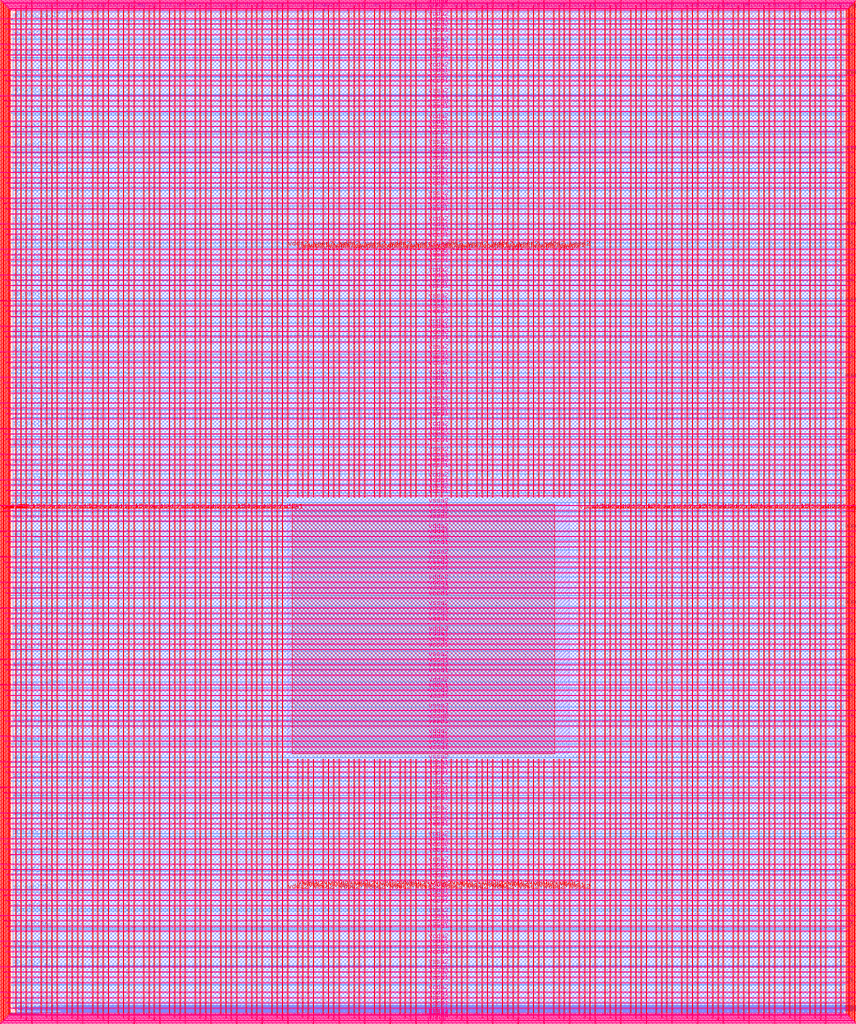
<source format=lef>
VERSION 5.7 ;
  NOWIREEXTENSIONATPIN ON ;
  DIVIDERCHAR "/" ;
  BUSBITCHARS "[]" ;
MACRO user_project_wrapper
  CLASS BLOCK ;
  FOREIGN user_project_wrapper ;
  ORIGIN 0.000 0.000 ;
  SIZE 2920.000 BY 3520.000 ;
  PIN analog_io[0]
    DIRECTION INOUT ;
    USE SIGNAL ;
    PORT
      LAYER met3 ;
        RECT 2917.600 1426.380 2924.800 1427.580 ;
    END
  END analog_io[0]
  PIN analog_io[10]
    DIRECTION INOUT ;
    USE SIGNAL ;
    PORT
      LAYER met2 ;
        RECT 2230.490 3517.600 2231.050 3524.800 ;
    END
  END analog_io[10]
  PIN analog_io[11]
    DIRECTION INOUT ;
    USE SIGNAL ;
    PORT
      LAYER met2 ;
        RECT 1905.730 3517.600 1906.290 3524.800 ;
    END
  END analog_io[11]
  PIN analog_io[12]
    DIRECTION INOUT ;
    USE SIGNAL ;
    PORT
      LAYER met2 ;
        RECT 1581.430 3517.600 1581.990 3524.800 ;
    END
  END analog_io[12]
  PIN analog_io[13]
    DIRECTION INOUT ;
    USE SIGNAL ;
    PORT
      LAYER met2 ;
        RECT 1257.130 3517.600 1257.690 3524.800 ;
    END
  END analog_io[13]
  PIN analog_io[14]
    DIRECTION INOUT ;
    USE SIGNAL ;
    PORT
      LAYER met2 ;
        RECT 932.370 3517.600 932.930 3524.800 ;
    END
  END analog_io[14]
  PIN analog_io[15]
    DIRECTION INOUT ;
    USE SIGNAL ;
    PORT
      LAYER met2 ;
        RECT 608.070 3517.600 608.630 3524.800 ;
    END
  END analog_io[15]
  PIN analog_io[16]
    DIRECTION INOUT ;
    USE SIGNAL ;
    PORT
      LAYER met2 ;
        RECT 283.770 3517.600 284.330 3524.800 ;
    END
  END analog_io[16]
  PIN analog_io[17]
    DIRECTION INOUT ;
    USE SIGNAL ;
    PORT
      LAYER met3 ;
        RECT -4.800 3486.100 2.400 3487.300 ;
    END
  END analog_io[17]
  PIN analog_io[18]
    DIRECTION INOUT ;
    USE SIGNAL ;
    PORT
      LAYER met3 ;
        RECT -4.800 3224.980 2.400 3226.180 ;
    END
  END analog_io[18]
  PIN analog_io[19]
    DIRECTION INOUT ;
    USE SIGNAL ;
    PORT
      LAYER met3 ;
        RECT -4.800 2964.540 2.400 2965.740 ;
    END
  END analog_io[19]
  PIN analog_io[1]
    DIRECTION INOUT ;
    USE SIGNAL ;
    PORT
      LAYER met3 ;
        RECT 2917.600 1692.260 2924.800 1693.460 ;
    END
  END analog_io[1]
  PIN analog_io[20]
    DIRECTION INOUT ;
    USE SIGNAL ;
    PORT
      LAYER met3 ;
        RECT -4.800 2703.420 2.400 2704.620 ;
    END
  END analog_io[20]
  PIN analog_io[21]
    DIRECTION INOUT ;
    USE SIGNAL ;
    PORT
      LAYER met3 ;
        RECT -4.800 2442.980 2.400 2444.180 ;
    END
  END analog_io[21]
  PIN analog_io[22]
    DIRECTION INOUT ;
    USE SIGNAL ;
    PORT
      LAYER met3 ;
        RECT -4.800 2182.540 2.400 2183.740 ;
    END
  END analog_io[22]
  PIN analog_io[23]
    DIRECTION INOUT ;
    USE SIGNAL ;
    PORT
      LAYER met3 ;
        RECT -4.800 1921.420 2.400 1922.620 ;
    END
  END analog_io[23]
  PIN analog_io[24]
    DIRECTION INOUT ;
    USE SIGNAL ;
    PORT
      LAYER met3 ;
        RECT -4.800 1660.980 2.400 1662.180 ;
    END
  END analog_io[24]
  PIN analog_io[25]
    DIRECTION INOUT ;
    USE SIGNAL ;
    PORT
      LAYER met3 ;
        RECT -4.800 1399.860 2.400 1401.060 ;
    END
  END analog_io[25]
  PIN analog_io[26]
    DIRECTION INOUT ;
    USE SIGNAL ;
    PORT
      LAYER met3 ;
        RECT -4.800 1139.420 2.400 1140.620 ;
    END
  END analog_io[26]
  PIN analog_io[27]
    DIRECTION INOUT ;
    USE SIGNAL ;
    PORT
      LAYER met3 ;
        RECT -4.800 878.980 2.400 880.180 ;
    END
  END analog_io[27]
  PIN analog_io[28]
    DIRECTION INOUT ;
    USE SIGNAL ;
    PORT
      LAYER met3 ;
        RECT -4.800 617.860 2.400 619.060 ;
    END
  END analog_io[28]
  PIN analog_io[2]
    DIRECTION INOUT ;
    USE SIGNAL ;
    PORT
      LAYER met3 ;
        RECT 2917.600 1958.140 2924.800 1959.340 ;
    END
  END analog_io[2]
  PIN analog_io[3]
    DIRECTION INOUT ;
    USE SIGNAL ;
    PORT
      LAYER met3 ;
        RECT 2917.600 2223.340 2924.800 2224.540 ;
    END
  END analog_io[3]
  PIN analog_io[4]
    DIRECTION INOUT ;
    USE SIGNAL ;
    PORT
      LAYER met3 ;
        RECT 2917.600 2489.220 2924.800 2490.420 ;
    END
  END analog_io[4]
  PIN analog_io[5]
    DIRECTION INOUT ;
    USE SIGNAL ;
    PORT
      LAYER met3 ;
        RECT 2917.600 2755.100 2924.800 2756.300 ;
    END
  END analog_io[5]
  PIN analog_io[6]
    DIRECTION INOUT ;
    USE SIGNAL ;
    PORT
      LAYER met3 ;
        RECT 2917.600 3020.300 2924.800 3021.500 ;
    END
  END analog_io[6]
  PIN analog_io[7]
    DIRECTION INOUT ;
    USE SIGNAL ;
    PORT
      LAYER met3 ;
        RECT 2917.600 3286.180 2924.800 3287.380 ;
    END
  END analog_io[7]
  PIN analog_io[8]
    DIRECTION INOUT ;
    USE SIGNAL ;
    PORT
      LAYER met2 ;
        RECT 2879.090 3517.600 2879.650 3524.800 ;
    END
  END analog_io[8]
  PIN analog_io[9]
    DIRECTION INOUT ;
    USE SIGNAL ;
    PORT
      LAYER met2 ;
        RECT 2554.790 3517.600 2555.350 3524.800 ;
    END
  END analog_io[9]
  PIN io_in[0]
    DIRECTION INPUT ;
    USE SIGNAL ;
    PORT
      LAYER met3 ;
        RECT 2917.600 32.380 2924.800 33.580 ;
    END
  END io_in[0]
  PIN io_in[10]
    DIRECTION INPUT ;
    USE SIGNAL ;
    PORT
      LAYER met3 ;
        RECT 2917.600 2289.980 2924.800 2291.180 ;
    END
  END io_in[10]
  PIN io_in[11]
    DIRECTION INPUT ;
    USE SIGNAL ;
    PORT
      LAYER met3 ;
        RECT 2917.600 2555.860 2924.800 2557.060 ;
    END
  END io_in[11]
  PIN io_in[12]
    DIRECTION INPUT ;
    USE SIGNAL ;
    PORT
      LAYER met3 ;
        RECT 2917.600 2821.060 2924.800 2822.260 ;
    END
  END io_in[12]
  PIN io_in[13]
    DIRECTION INPUT ;
    USE SIGNAL ;
    PORT
      LAYER met3 ;
        RECT 2917.600 3086.940 2924.800 3088.140 ;
    END
  END io_in[13]
  PIN io_in[14]
    DIRECTION INPUT ;
    USE SIGNAL ;
    PORT
      LAYER met3 ;
        RECT 2917.600 3352.820 2924.800 3354.020 ;
    END
  END io_in[14]
  PIN io_in[15]
    DIRECTION INPUT ;
    USE SIGNAL ;
    PORT
      LAYER met2 ;
        RECT 2798.130 3517.600 2798.690 3524.800 ;
    END
  END io_in[15]
  PIN io_in[16]
    DIRECTION INPUT ;
    USE SIGNAL ;
    PORT
      LAYER met2 ;
        RECT 2473.830 3517.600 2474.390 3524.800 ;
    END
  END io_in[16]
  PIN io_in[17]
    DIRECTION INPUT ;
    USE SIGNAL ;
    PORT
      LAYER met2 ;
        RECT 2149.070 3517.600 2149.630 3524.800 ;
    END
  END io_in[17]
  PIN io_in[18]
    DIRECTION INPUT ;
    USE SIGNAL ;
    PORT
      LAYER met2 ;
        RECT 1824.770 3517.600 1825.330 3524.800 ;
    END
  END io_in[18]
  PIN io_in[19]
    DIRECTION INPUT ;
    USE SIGNAL ;
    PORT
      LAYER met2 ;
        RECT 1500.470 3517.600 1501.030 3524.800 ;
    END
  END io_in[19]
  PIN io_in[1]
    DIRECTION INPUT ;
    USE SIGNAL ;
    PORT
      LAYER met3 ;
        RECT 2917.600 230.940 2924.800 232.140 ;
    END
  END io_in[1]
  PIN io_in[20]
    DIRECTION INPUT ;
    USE SIGNAL ;
    PORT
      LAYER met2 ;
        RECT 1175.710 3517.600 1176.270 3524.800 ;
    END
  END io_in[20]
  PIN io_in[21]
    DIRECTION INPUT ;
    USE SIGNAL ;
    PORT
      LAYER met2 ;
        RECT 851.410 3517.600 851.970 3524.800 ;
    END
  END io_in[21]
  PIN io_in[22]
    DIRECTION INPUT ;
    USE SIGNAL ;
    PORT
      LAYER met2 ;
        RECT 527.110 3517.600 527.670 3524.800 ;
    END
  END io_in[22]
  PIN io_in[23]
    DIRECTION INPUT ;
    USE SIGNAL ;
    PORT
      LAYER met2 ;
        RECT 202.350 3517.600 202.910 3524.800 ;
    END
  END io_in[23]
  PIN io_in[24]
    DIRECTION INPUT ;
    USE SIGNAL ;
    PORT
      LAYER met3 ;
        RECT -4.800 3420.820 2.400 3422.020 ;
    END
  END io_in[24]
  PIN io_in[25]
    DIRECTION INPUT ;
    USE SIGNAL ;
    PORT
      LAYER met3 ;
        RECT -4.800 3159.700 2.400 3160.900 ;
    END
  END io_in[25]
  PIN io_in[26]
    DIRECTION INPUT ;
    USE SIGNAL ;
    PORT
      LAYER met3 ;
        RECT -4.800 2899.260 2.400 2900.460 ;
    END
  END io_in[26]
  PIN io_in[27]
    DIRECTION INPUT ;
    USE SIGNAL ;
    PORT
      LAYER met3 ;
        RECT -4.800 2638.820 2.400 2640.020 ;
    END
  END io_in[27]
  PIN io_in[28]
    DIRECTION INPUT ;
    USE SIGNAL ;
    PORT
      LAYER met3 ;
        RECT -4.800 2377.700 2.400 2378.900 ;
    END
  END io_in[28]
  PIN io_in[29]
    DIRECTION INPUT ;
    USE SIGNAL ;
    PORT
      LAYER met3 ;
        RECT -4.800 2117.260 2.400 2118.460 ;
    END
  END io_in[29]
  PIN io_in[2]
    DIRECTION INPUT ;
    USE SIGNAL ;
    PORT
      LAYER met3 ;
        RECT 2917.600 430.180 2924.800 431.380 ;
    END
  END io_in[2]
  PIN io_in[30]
    DIRECTION INPUT ;
    USE SIGNAL ;
    PORT
      LAYER met3 ;
        RECT -4.800 1856.140 2.400 1857.340 ;
    END
  END io_in[30]
  PIN io_in[31]
    DIRECTION INPUT ;
    USE SIGNAL ;
    PORT
      LAYER met3 ;
        RECT -4.800 1595.700 2.400 1596.900 ;
    END
  END io_in[31]
  PIN io_in[32]
    DIRECTION INPUT ;
    USE SIGNAL ;
    PORT
      LAYER met3 ;
        RECT -4.800 1335.260 2.400 1336.460 ;
    END
  END io_in[32]
  PIN io_in[33]
    DIRECTION INPUT ;
    USE SIGNAL ;
    PORT
      LAYER met3 ;
        RECT -4.800 1074.140 2.400 1075.340 ;
    END
  END io_in[33]
  PIN io_in[34]
    DIRECTION INPUT ;
    USE SIGNAL ;
    PORT
      LAYER met3 ;
        RECT -4.800 813.700 2.400 814.900 ;
    END
  END io_in[34]
  PIN io_in[35]
    DIRECTION INPUT ;
    USE SIGNAL ;
    PORT
      LAYER met3 ;
        RECT -4.800 552.580 2.400 553.780 ;
    END
  END io_in[35]
  PIN io_in[36]
    DIRECTION INPUT ;
    USE SIGNAL ;
    PORT
      LAYER met3 ;
        RECT -4.800 357.420 2.400 358.620 ;
    END
  END io_in[36]
  PIN io_in[37]
    DIRECTION INPUT ;
    USE SIGNAL ;
    PORT
      LAYER met3 ;
        RECT -4.800 161.580 2.400 162.780 ;
    END
  END io_in[37]
  PIN io_in[3]
    DIRECTION INPUT ;
    USE SIGNAL ;
    PORT
      LAYER met3 ;
        RECT 2917.600 629.420 2924.800 630.620 ;
    END
  END io_in[3]
  PIN io_in[4]
    DIRECTION INPUT ;
    USE SIGNAL ;
    PORT
      LAYER met3 ;
        RECT 2917.600 828.660 2924.800 829.860 ;
    END
  END io_in[4]
  PIN io_in[5]
    DIRECTION INPUT ;
    USE SIGNAL ;
    PORT
      LAYER met3 ;
        RECT 2917.600 1027.900 2924.800 1029.100 ;
    END
  END io_in[5]
  PIN io_in[6]
    DIRECTION INPUT ;
    USE SIGNAL ;
    PORT
      LAYER met3 ;
        RECT 2917.600 1227.140 2924.800 1228.340 ;
    END
  END io_in[6]
  PIN io_in[7]
    DIRECTION INPUT ;
    USE SIGNAL ;
    PORT
      LAYER met3 ;
        RECT 2917.600 1493.020 2924.800 1494.220 ;
    END
  END io_in[7]
  PIN io_in[8]
    DIRECTION INPUT ;
    USE SIGNAL ;
    PORT
      LAYER met3 ;
        RECT 2917.600 1758.900 2924.800 1760.100 ;
    END
  END io_in[8]
  PIN io_in[9]
    DIRECTION INPUT ;
    USE SIGNAL ;
    PORT
      LAYER met3 ;
        RECT 2917.600 2024.100 2924.800 2025.300 ;
    END
  END io_in[9]
  PIN io_oeb[0]
    DIRECTION OUTPUT TRISTATE ;
    USE SIGNAL ;
    PORT
      LAYER met3 ;
        RECT 2917.600 164.980 2924.800 166.180 ;
    END
  END io_oeb[0]
  PIN io_oeb[10]
    DIRECTION OUTPUT TRISTATE ;
    USE SIGNAL ;
    PORT
      LAYER met3 ;
        RECT 2917.600 2422.580 2924.800 2423.780 ;
    END
  END io_oeb[10]
  PIN io_oeb[11]
    DIRECTION OUTPUT TRISTATE ;
    USE SIGNAL ;
    PORT
      LAYER met3 ;
        RECT 2917.600 2688.460 2924.800 2689.660 ;
    END
  END io_oeb[11]
  PIN io_oeb[12]
    DIRECTION OUTPUT TRISTATE ;
    USE SIGNAL ;
    PORT
      LAYER met3 ;
        RECT 2917.600 2954.340 2924.800 2955.540 ;
    END
  END io_oeb[12]
  PIN io_oeb[13]
    DIRECTION OUTPUT TRISTATE ;
    USE SIGNAL ;
    PORT
      LAYER met3 ;
        RECT 2917.600 3219.540 2924.800 3220.740 ;
    END
  END io_oeb[13]
  PIN io_oeb[14]
    DIRECTION OUTPUT TRISTATE ;
    USE SIGNAL ;
    PORT
      LAYER met3 ;
        RECT 2917.600 3485.420 2924.800 3486.620 ;
    END
  END io_oeb[14]
  PIN io_oeb[15]
    DIRECTION OUTPUT TRISTATE ;
    USE SIGNAL ;
    PORT
      LAYER met2 ;
        RECT 2635.750 3517.600 2636.310 3524.800 ;
    END
  END io_oeb[15]
  PIN io_oeb[16]
    DIRECTION OUTPUT TRISTATE ;
    USE SIGNAL ;
    PORT
      LAYER met2 ;
        RECT 2311.450 3517.600 2312.010 3524.800 ;
    END
  END io_oeb[16]
  PIN io_oeb[17]
    DIRECTION OUTPUT TRISTATE ;
    USE SIGNAL ;
    PORT
      LAYER met2 ;
        RECT 1987.150 3517.600 1987.710 3524.800 ;
    END
  END io_oeb[17]
  PIN io_oeb[18]
    DIRECTION OUTPUT TRISTATE ;
    USE SIGNAL ;
    PORT
      LAYER met2 ;
        RECT 1662.390 3517.600 1662.950 3524.800 ;
    END
  END io_oeb[18]
  PIN io_oeb[19]
    DIRECTION OUTPUT TRISTATE ;
    USE SIGNAL ;
    PORT
      LAYER met2 ;
        RECT 1338.090 3517.600 1338.650 3524.800 ;
    END
  END io_oeb[19]
  PIN io_oeb[1]
    DIRECTION OUTPUT TRISTATE ;
    USE SIGNAL ;
    PORT
      LAYER met3 ;
        RECT 2917.600 364.220 2924.800 365.420 ;
    END
  END io_oeb[1]
  PIN io_oeb[20]
    DIRECTION OUTPUT TRISTATE ;
    USE SIGNAL ;
    PORT
      LAYER met2 ;
        RECT 1013.790 3517.600 1014.350 3524.800 ;
    END
  END io_oeb[20]
  PIN io_oeb[21]
    DIRECTION OUTPUT TRISTATE ;
    USE SIGNAL ;
    PORT
      LAYER met2 ;
        RECT 689.030 3517.600 689.590 3524.800 ;
    END
  END io_oeb[21]
  PIN io_oeb[22]
    DIRECTION OUTPUT TRISTATE ;
    USE SIGNAL ;
    PORT
      LAYER met2 ;
        RECT 364.730 3517.600 365.290 3524.800 ;
    END
  END io_oeb[22]
  PIN io_oeb[23]
    DIRECTION OUTPUT TRISTATE ;
    USE SIGNAL ;
    PORT
      LAYER met2 ;
        RECT 40.430 3517.600 40.990 3524.800 ;
    END
  END io_oeb[23]
  PIN io_oeb[24]
    DIRECTION OUTPUT TRISTATE ;
    USE SIGNAL ;
    PORT
      LAYER met3 ;
        RECT -4.800 3290.260 2.400 3291.460 ;
    END
  END io_oeb[24]
  PIN io_oeb[25]
    DIRECTION OUTPUT TRISTATE ;
    USE SIGNAL ;
    PORT
      LAYER met3 ;
        RECT -4.800 3029.820 2.400 3031.020 ;
    END
  END io_oeb[25]
  PIN io_oeb[26]
    DIRECTION OUTPUT TRISTATE ;
    USE SIGNAL ;
    PORT
      LAYER met3 ;
        RECT -4.800 2768.700 2.400 2769.900 ;
    END
  END io_oeb[26]
  PIN io_oeb[27]
    DIRECTION OUTPUT TRISTATE ;
    USE SIGNAL ;
    PORT
      LAYER met3 ;
        RECT -4.800 2508.260 2.400 2509.460 ;
    END
  END io_oeb[27]
  PIN io_oeb[28]
    DIRECTION OUTPUT TRISTATE ;
    USE SIGNAL ;
    PORT
      LAYER met3 ;
        RECT -4.800 2247.140 2.400 2248.340 ;
    END
  END io_oeb[28]
  PIN io_oeb[29]
    DIRECTION OUTPUT TRISTATE ;
    USE SIGNAL ;
    PORT
      LAYER met3 ;
        RECT -4.800 1986.700 2.400 1987.900 ;
    END
  END io_oeb[29]
  PIN io_oeb[2]
    DIRECTION OUTPUT TRISTATE ;
    USE SIGNAL ;
    PORT
      LAYER met3 ;
        RECT 2917.600 563.460 2924.800 564.660 ;
    END
  END io_oeb[2]
  PIN io_oeb[30]
    DIRECTION OUTPUT TRISTATE ;
    USE SIGNAL ;
    PORT
      LAYER met3 ;
        RECT -4.800 1726.260 2.400 1727.460 ;
    END
  END io_oeb[30]
  PIN io_oeb[31]
    DIRECTION OUTPUT TRISTATE ;
    USE SIGNAL ;
    PORT
      LAYER met3 ;
        RECT -4.800 1465.140 2.400 1466.340 ;
    END
  END io_oeb[31]
  PIN io_oeb[32]
    DIRECTION OUTPUT TRISTATE ;
    USE SIGNAL ;
    PORT
      LAYER met3 ;
        RECT -4.800 1204.700 2.400 1205.900 ;
    END
  END io_oeb[32]
  PIN io_oeb[33]
    DIRECTION OUTPUT TRISTATE ;
    USE SIGNAL ;
    PORT
      LAYER met3 ;
        RECT -4.800 943.580 2.400 944.780 ;
    END
  END io_oeb[33]
  PIN io_oeb[34]
    DIRECTION OUTPUT TRISTATE ;
    USE SIGNAL ;
    PORT
      LAYER met3 ;
        RECT -4.800 683.140 2.400 684.340 ;
    END
  END io_oeb[34]
  PIN io_oeb[35]
    DIRECTION OUTPUT TRISTATE ;
    USE SIGNAL ;
    PORT
      LAYER met3 ;
        RECT -4.800 422.700 2.400 423.900 ;
    END
  END io_oeb[35]
  PIN io_oeb[36]
    DIRECTION OUTPUT TRISTATE ;
    USE SIGNAL ;
    PORT
      LAYER met3 ;
        RECT -4.800 226.860 2.400 228.060 ;
    END
  END io_oeb[36]
  PIN io_oeb[37]
    DIRECTION OUTPUT TRISTATE ;
    USE SIGNAL ;
    PORT
      LAYER met3 ;
        RECT -4.800 31.700 2.400 32.900 ;
    END
  END io_oeb[37]
  PIN io_oeb[3]
    DIRECTION OUTPUT TRISTATE ;
    USE SIGNAL ;
    PORT
      LAYER met3 ;
        RECT 2917.600 762.700 2924.800 763.900 ;
    END
  END io_oeb[3]
  PIN io_oeb[4]
    DIRECTION OUTPUT TRISTATE ;
    USE SIGNAL ;
    PORT
      LAYER met3 ;
        RECT 2917.600 961.940 2924.800 963.140 ;
    END
  END io_oeb[4]
  PIN io_oeb[5]
    DIRECTION OUTPUT TRISTATE ;
    USE SIGNAL ;
    PORT
      LAYER met3 ;
        RECT 2917.600 1161.180 2924.800 1162.380 ;
    END
  END io_oeb[5]
  PIN io_oeb[6]
    DIRECTION OUTPUT TRISTATE ;
    USE SIGNAL ;
    PORT
      LAYER met3 ;
        RECT 2917.600 1360.420 2924.800 1361.620 ;
    END
  END io_oeb[6]
  PIN io_oeb[7]
    DIRECTION OUTPUT TRISTATE ;
    USE SIGNAL ;
    PORT
      LAYER met3 ;
        RECT 2917.600 1625.620 2924.800 1626.820 ;
    END
  END io_oeb[7]
  PIN io_oeb[8]
    DIRECTION OUTPUT TRISTATE ;
    USE SIGNAL ;
    PORT
      LAYER met3 ;
        RECT 2917.600 1891.500 2924.800 1892.700 ;
    END
  END io_oeb[8]
  PIN io_oeb[9]
    DIRECTION OUTPUT TRISTATE ;
    USE SIGNAL ;
    PORT
      LAYER met3 ;
        RECT 2917.600 2157.380 2924.800 2158.580 ;
    END
  END io_oeb[9]
  PIN io_out[0]
    DIRECTION OUTPUT TRISTATE ;
    USE SIGNAL ;
    PORT
      LAYER met3 ;
        RECT 2917.600 98.340 2924.800 99.540 ;
    END
  END io_out[0]
  PIN io_out[10]
    DIRECTION OUTPUT TRISTATE ;
    USE SIGNAL ;
    PORT
      LAYER met3 ;
        RECT 2917.600 2356.620 2924.800 2357.820 ;
    END
  END io_out[10]
  PIN io_out[11]
    DIRECTION OUTPUT TRISTATE ;
    USE SIGNAL ;
    PORT
      LAYER met3 ;
        RECT 2917.600 2621.820 2924.800 2623.020 ;
    END
  END io_out[11]
  PIN io_out[12]
    DIRECTION OUTPUT TRISTATE ;
    USE SIGNAL ;
    PORT
      LAYER met3 ;
        RECT 2917.600 2887.700 2924.800 2888.900 ;
    END
  END io_out[12]
  PIN io_out[13]
    DIRECTION OUTPUT TRISTATE ;
    USE SIGNAL ;
    PORT
      LAYER met3 ;
        RECT 2917.600 3153.580 2924.800 3154.780 ;
    END
  END io_out[13]
  PIN io_out[14]
    DIRECTION OUTPUT TRISTATE ;
    USE SIGNAL ;
    PORT
      LAYER met3 ;
        RECT 2917.600 3418.780 2924.800 3419.980 ;
    END
  END io_out[14]
  PIN io_out[15]
    DIRECTION OUTPUT TRISTATE ;
    USE SIGNAL ;
    PORT
      LAYER met2 ;
        RECT 2717.170 3517.600 2717.730 3524.800 ;
    END
  END io_out[15]
  PIN io_out[16]
    DIRECTION OUTPUT TRISTATE ;
    USE SIGNAL ;
    PORT
      LAYER met2 ;
        RECT 2392.410 3517.600 2392.970 3524.800 ;
    END
  END io_out[16]
  PIN io_out[17]
    DIRECTION OUTPUT TRISTATE ;
    USE SIGNAL ;
    PORT
      LAYER met2 ;
        RECT 2068.110 3517.600 2068.670 3524.800 ;
    END
  END io_out[17]
  PIN io_out[18]
    DIRECTION OUTPUT TRISTATE ;
    USE SIGNAL ;
    PORT
      LAYER met2 ;
        RECT 1743.810 3517.600 1744.370 3524.800 ;
    END
  END io_out[18]
  PIN io_out[19]
    DIRECTION OUTPUT TRISTATE ;
    USE SIGNAL ;
    PORT
      LAYER met2 ;
        RECT 1419.050 3517.600 1419.610 3524.800 ;
    END
  END io_out[19]
  PIN io_out[1]
    DIRECTION OUTPUT TRISTATE ;
    USE SIGNAL ;
    PORT
      LAYER met3 ;
        RECT 2917.600 297.580 2924.800 298.780 ;
    END
  END io_out[1]
  PIN io_out[20]
    DIRECTION OUTPUT TRISTATE ;
    USE SIGNAL ;
    PORT
      LAYER met2 ;
        RECT 1094.750 3517.600 1095.310 3524.800 ;
    END
  END io_out[20]
  PIN io_out[21]
    DIRECTION OUTPUT TRISTATE ;
    USE SIGNAL ;
    PORT
      LAYER met2 ;
        RECT 770.450 3517.600 771.010 3524.800 ;
    END
  END io_out[21]
  PIN io_out[22]
    DIRECTION OUTPUT TRISTATE ;
    USE SIGNAL ;
    PORT
      LAYER met2 ;
        RECT 445.690 3517.600 446.250 3524.800 ;
    END
  END io_out[22]
  PIN io_out[23]
    DIRECTION OUTPUT TRISTATE ;
    USE SIGNAL ;
    PORT
      LAYER met2 ;
        RECT 121.390 3517.600 121.950 3524.800 ;
    END
  END io_out[23]
  PIN io_out[24]
    DIRECTION OUTPUT TRISTATE ;
    USE SIGNAL ;
    PORT
      LAYER met3 ;
        RECT -4.800 3355.540 2.400 3356.740 ;
    END
  END io_out[24]
  PIN io_out[25]
    DIRECTION OUTPUT TRISTATE ;
    USE SIGNAL ;
    PORT
      LAYER met3 ;
        RECT -4.800 3095.100 2.400 3096.300 ;
    END
  END io_out[25]
  PIN io_out[26]
    DIRECTION OUTPUT TRISTATE ;
    USE SIGNAL ;
    PORT
      LAYER met3 ;
        RECT -4.800 2833.980 2.400 2835.180 ;
    END
  END io_out[26]
  PIN io_out[27]
    DIRECTION OUTPUT TRISTATE ;
    USE SIGNAL ;
    PORT
      LAYER met3 ;
        RECT -4.800 2573.540 2.400 2574.740 ;
    END
  END io_out[27]
  PIN io_out[28]
    DIRECTION OUTPUT TRISTATE ;
    USE SIGNAL ;
    PORT
      LAYER met3 ;
        RECT -4.800 2312.420 2.400 2313.620 ;
    END
  END io_out[28]
  PIN io_out[29]
    DIRECTION OUTPUT TRISTATE ;
    USE SIGNAL ;
    PORT
      LAYER met3 ;
        RECT -4.800 2051.980 2.400 2053.180 ;
    END
  END io_out[29]
  PIN io_out[2]
    DIRECTION OUTPUT TRISTATE ;
    USE SIGNAL ;
    PORT
      LAYER met3 ;
        RECT 2917.600 496.820 2924.800 498.020 ;
    END
  END io_out[2]
  PIN io_out[30]
    DIRECTION OUTPUT TRISTATE ;
    USE SIGNAL ;
    PORT
      LAYER met3 ;
        RECT -4.800 1791.540 2.400 1792.740 ;
    END
  END io_out[30]
  PIN io_out[31]
    DIRECTION OUTPUT TRISTATE ;
    USE SIGNAL ;
    PORT
      LAYER met3 ;
        RECT -4.800 1530.420 2.400 1531.620 ;
    END
  END io_out[31]
  PIN io_out[32]
    DIRECTION OUTPUT TRISTATE ;
    USE SIGNAL ;
    PORT
      LAYER met3 ;
        RECT -4.800 1269.980 2.400 1271.180 ;
    END
  END io_out[32]
  PIN io_out[33]
    DIRECTION OUTPUT TRISTATE ;
    USE SIGNAL ;
    PORT
      LAYER met3 ;
        RECT -4.800 1008.860 2.400 1010.060 ;
    END
  END io_out[33]
  PIN io_out[34]
    DIRECTION OUTPUT TRISTATE ;
    USE SIGNAL ;
    PORT
      LAYER met3 ;
        RECT -4.800 748.420 2.400 749.620 ;
    END
  END io_out[34]
  PIN io_out[35]
    DIRECTION OUTPUT TRISTATE ;
    USE SIGNAL ;
    PORT
      LAYER met3 ;
        RECT -4.800 487.300 2.400 488.500 ;
    END
  END io_out[35]
  PIN io_out[36]
    DIRECTION OUTPUT TRISTATE ;
    USE SIGNAL ;
    PORT
      LAYER met3 ;
        RECT -4.800 292.140 2.400 293.340 ;
    END
  END io_out[36]
  PIN io_out[37]
    DIRECTION OUTPUT TRISTATE ;
    USE SIGNAL ;
    PORT
      LAYER met3 ;
        RECT -4.800 96.300 2.400 97.500 ;
    END
  END io_out[37]
  PIN io_out[3]
    DIRECTION OUTPUT TRISTATE ;
    USE SIGNAL ;
    PORT
      LAYER met3 ;
        RECT 2917.600 696.060 2924.800 697.260 ;
    END
  END io_out[3]
  PIN io_out[4]
    DIRECTION OUTPUT TRISTATE ;
    USE SIGNAL ;
    PORT
      LAYER met3 ;
        RECT 2917.600 895.300 2924.800 896.500 ;
    END
  END io_out[4]
  PIN io_out[5]
    DIRECTION OUTPUT TRISTATE ;
    USE SIGNAL ;
    PORT
      LAYER met3 ;
        RECT 2917.600 1094.540 2924.800 1095.740 ;
    END
  END io_out[5]
  PIN io_out[6]
    DIRECTION OUTPUT TRISTATE ;
    USE SIGNAL ;
    PORT
      LAYER met3 ;
        RECT 2917.600 1293.780 2924.800 1294.980 ;
    END
  END io_out[6]
  PIN io_out[7]
    DIRECTION OUTPUT TRISTATE ;
    USE SIGNAL ;
    PORT
      LAYER met3 ;
        RECT 2917.600 1559.660 2924.800 1560.860 ;
    END
  END io_out[7]
  PIN io_out[8]
    DIRECTION OUTPUT TRISTATE ;
    USE SIGNAL ;
    PORT
      LAYER met3 ;
        RECT 2917.600 1824.860 2924.800 1826.060 ;
    END
  END io_out[8]
  PIN io_out[9]
    DIRECTION OUTPUT TRISTATE ;
    USE SIGNAL ;
    PORT
      LAYER met3 ;
        RECT 2917.600 2090.740 2924.800 2091.940 ;
    END
  END io_out[9]
  PIN la_data_in[0]
    DIRECTION INPUT ;
    USE SIGNAL ;
    PORT
      LAYER met2 ;
        RECT 629.230 -4.800 629.790 2.400 ;
    END
  END la_data_in[0]
  PIN la_data_in[100]
    DIRECTION INPUT ;
    USE SIGNAL ;
    PORT
      LAYER met2 ;
        RECT 2402.530 -4.800 2403.090 2.400 ;
    END
  END la_data_in[100]
  PIN la_data_in[101]
    DIRECTION INPUT ;
    USE SIGNAL ;
    PORT
      LAYER met2 ;
        RECT 2420.010 -4.800 2420.570 2.400 ;
    END
  END la_data_in[101]
  PIN la_data_in[102]
    DIRECTION INPUT ;
    USE SIGNAL ;
    PORT
      LAYER met2 ;
        RECT 2437.950 -4.800 2438.510 2.400 ;
    END
  END la_data_in[102]
  PIN la_data_in[103]
    DIRECTION INPUT ;
    USE SIGNAL ;
    PORT
      LAYER met2 ;
        RECT 2455.430 -4.800 2455.990 2.400 ;
    END
  END la_data_in[103]
  PIN la_data_in[104]
    DIRECTION INPUT ;
    USE SIGNAL ;
    PORT
      LAYER met2 ;
        RECT 2473.370 -4.800 2473.930 2.400 ;
    END
  END la_data_in[104]
  PIN la_data_in[105]
    DIRECTION INPUT ;
    USE SIGNAL ;
    PORT
      LAYER met2 ;
        RECT 2490.850 -4.800 2491.410 2.400 ;
    END
  END la_data_in[105]
  PIN la_data_in[106]
    DIRECTION INPUT ;
    USE SIGNAL ;
    PORT
      LAYER met2 ;
        RECT 2508.790 -4.800 2509.350 2.400 ;
    END
  END la_data_in[106]
  PIN la_data_in[107]
    DIRECTION INPUT ;
    USE SIGNAL ;
    PORT
      LAYER met2 ;
        RECT 2526.730 -4.800 2527.290 2.400 ;
    END
  END la_data_in[107]
  PIN la_data_in[108]
    DIRECTION INPUT ;
    USE SIGNAL ;
    PORT
      LAYER met2 ;
        RECT 2544.210 -4.800 2544.770 2.400 ;
    END
  END la_data_in[108]
  PIN la_data_in[109]
    DIRECTION INPUT ;
    USE SIGNAL ;
    PORT
      LAYER met2 ;
        RECT 2562.150 -4.800 2562.710 2.400 ;
    END
  END la_data_in[109]
  PIN la_data_in[10]
    DIRECTION INPUT ;
    USE SIGNAL ;
    PORT
      LAYER met2 ;
        RECT 806.330 -4.800 806.890 2.400 ;
    END
  END la_data_in[10]
  PIN la_data_in[110]
    DIRECTION INPUT ;
    USE SIGNAL ;
    PORT
      LAYER met2 ;
        RECT 2579.630 -4.800 2580.190 2.400 ;
    END
  END la_data_in[110]
  PIN la_data_in[111]
    DIRECTION INPUT ;
    USE SIGNAL ;
    PORT
      LAYER met2 ;
        RECT 2597.570 -4.800 2598.130 2.400 ;
    END
  END la_data_in[111]
  PIN la_data_in[112]
    DIRECTION INPUT ;
    USE SIGNAL ;
    PORT
      LAYER met2 ;
        RECT 2615.050 -4.800 2615.610 2.400 ;
    END
  END la_data_in[112]
  PIN la_data_in[113]
    DIRECTION INPUT ;
    USE SIGNAL ;
    PORT
      LAYER met2 ;
        RECT 2632.990 -4.800 2633.550 2.400 ;
    END
  END la_data_in[113]
  PIN la_data_in[114]
    DIRECTION INPUT ;
    USE SIGNAL ;
    PORT
      LAYER met2 ;
        RECT 2650.470 -4.800 2651.030 2.400 ;
    END
  END la_data_in[114]
  PIN la_data_in[115]
    DIRECTION INPUT ;
    USE SIGNAL ;
    PORT
      LAYER met2 ;
        RECT 2668.410 -4.800 2668.970 2.400 ;
    END
  END la_data_in[115]
  PIN la_data_in[116]
    DIRECTION INPUT ;
    USE SIGNAL ;
    PORT
      LAYER met2 ;
        RECT 2685.890 -4.800 2686.450 2.400 ;
    END
  END la_data_in[116]
  PIN la_data_in[117]
    DIRECTION INPUT ;
    USE SIGNAL ;
    PORT
      LAYER met2 ;
        RECT 2703.830 -4.800 2704.390 2.400 ;
    END
  END la_data_in[117]
  PIN la_data_in[118]
    DIRECTION INPUT ;
    USE SIGNAL ;
    PORT
      LAYER met2 ;
        RECT 2721.770 -4.800 2722.330 2.400 ;
    END
  END la_data_in[118]
  PIN la_data_in[119]
    DIRECTION INPUT ;
    USE SIGNAL ;
    PORT
      LAYER met2 ;
        RECT 2739.250 -4.800 2739.810 2.400 ;
    END
  END la_data_in[119]
  PIN la_data_in[11]
    DIRECTION INPUT ;
    USE SIGNAL ;
    PORT
      LAYER met2 ;
        RECT 824.270 -4.800 824.830 2.400 ;
    END
  END la_data_in[11]
  PIN la_data_in[120]
    DIRECTION INPUT ;
    USE SIGNAL ;
    PORT
      LAYER met2 ;
        RECT 2757.190 -4.800 2757.750 2.400 ;
    END
  END la_data_in[120]
  PIN la_data_in[121]
    DIRECTION INPUT ;
    USE SIGNAL ;
    PORT
      LAYER met2 ;
        RECT 2774.670 -4.800 2775.230 2.400 ;
    END
  END la_data_in[121]
  PIN la_data_in[122]
    DIRECTION INPUT ;
    USE SIGNAL ;
    PORT
      LAYER met2 ;
        RECT 2792.610 -4.800 2793.170 2.400 ;
    END
  END la_data_in[122]
  PIN la_data_in[123]
    DIRECTION INPUT ;
    USE SIGNAL ;
    PORT
      LAYER met2 ;
        RECT 2810.090 -4.800 2810.650 2.400 ;
    END
  END la_data_in[123]
  PIN la_data_in[124]
    DIRECTION INPUT ;
    USE SIGNAL ;
    PORT
      LAYER met2 ;
        RECT 2828.030 -4.800 2828.590 2.400 ;
    END
  END la_data_in[124]
  PIN la_data_in[125]
    DIRECTION INPUT ;
    USE SIGNAL ;
    PORT
      LAYER met2 ;
        RECT 2845.510 -4.800 2846.070 2.400 ;
    END
  END la_data_in[125]
  PIN la_data_in[126]
    DIRECTION INPUT ;
    USE SIGNAL ;
    PORT
      LAYER met2 ;
        RECT 2863.450 -4.800 2864.010 2.400 ;
    END
  END la_data_in[126]
  PIN la_data_in[127]
    DIRECTION INPUT ;
    USE SIGNAL ;
    PORT
      LAYER met2 ;
        RECT 2881.390 -4.800 2881.950 2.400 ;
    END
  END la_data_in[127]
  PIN la_data_in[12]
    DIRECTION INPUT ;
    USE SIGNAL ;
    PORT
      LAYER met2 ;
        RECT 841.750 -4.800 842.310 2.400 ;
    END
  END la_data_in[12]
  PIN la_data_in[13]
    DIRECTION INPUT ;
    USE SIGNAL ;
    PORT
      LAYER met2 ;
        RECT 859.690 -4.800 860.250 2.400 ;
    END
  END la_data_in[13]
  PIN la_data_in[14]
    DIRECTION INPUT ;
    USE SIGNAL ;
    PORT
      LAYER met2 ;
        RECT 877.170 -4.800 877.730 2.400 ;
    END
  END la_data_in[14]
  PIN la_data_in[15]
    DIRECTION INPUT ;
    USE SIGNAL ;
    PORT
      LAYER met2 ;
        RECT 895.110 -4.800 895.670 2.400 ;
    END
  END la_data_in[15]
  PIN la_data_in[16]
    DIRECTION INPUT ;
    USE SIGNAL ;
    PORT
      LAYER met2 ;
        RECT 912.590 -4.800 913.150 2.400 ;
    END
  END la_data_in[16]
  PIN la_data_in[17]
    DIRECTION INPUT ;
    USE SIGNAL ;
    PORT
      LAYER met2 ;
        RECT 930.530 -4.800 931.090 2.400 ;
    END
  END la_data_in[17]
  PIN la_data_in[18]
    DIRECTION INPUT ;
    USE SIGNAL ;
    PORT
      LAYER met2 ;
        RECT 948.470 -4.800 949.030 2.400 ;
    END
  END la_data_in[18]
  PIN la_data_in[19]
    DIRECTION INPUT ;
    USE SIGNAL ;
    PORT
      LAYER met2 ;
        RECT 965.950 -4.800 966.510 2.400 ;
    END
  END la_data_in[19]
  PIN la_data_in[1]
    DIRECTION INPUT ;
    USE SIGNAL ;
    PORT
      LAYER met2 ;
        RECT 646.710 -4.800 647.270 2.400 ;
    END
  END la_data_in[1]
  PIN la_data_in[20]
    DIRECTION INPUT ;
    USE SIGNAL ;
    PORT
      LAYER met2 ;
        RECT 983.890 -4.800 984.450 2.400 ;
    END
  END la_data_in[20]
  PIN la_data_in[21]
    DIRECTION INPUT ;
    USE SIGNAL ;
    PORT
      LAYER met2 ;
        RECT 1001.370 -4.800 1001.930 2.400 ;
    END
  END la_data_in[21]
  PIN la_data_in[22]
    DIRECTION INPUT ;
    USE SIGNAL ;
    PORT
      LAYER met2 ;
        RECT 1019.310 -4.800 1019.870 2.400 ;
    END
  END la_data_in[22]
  PIN la_data_in[23]
    DIRECTION INPUT ;
    USE SIGNAL ;
    PORT
      LAYER met2 ;
        RECT 1036.790 -4.800 1037.350 2.400 ;
    END
  END la_data_in[23]
  PIN la_data_in[24]
    DIRECTION INPUT ;
    USE SIGNAL ;
    PORT
      LAYER met2 ;
        RECT 1054.730 -4.800 1055.290 2.400 ;
    END
  END la_data_in[24]
  PIN la_data_in[25]
    DIRECTION INPUT ;
    USE SIGNAL ;
    PORT
      LAYER met2 ;
        RECT 1072.210 -4.800 1072.770 2.400 ;
    END
  END la_data_in[25]
  PIN la_data_in[26]
    DIRECTION INPUT ;
    USE SIGNAL ;
    PORT
      LAYER met2 ;
        RECT 1090.150 -4.800 1090.710 2.400 ;
    END
  END la_data_in[26]
  PIN la_data_in[27]
    DIRECTION INPUT ;
    USE SIGNAL ;
    PORT
      LAYER met2 ;
        RECT 1107.630 -4.800 1108.190 2.400 ;
    END
  END la_data_in[27]
  PIN la_data_in[28]
    DIRECTION INPUT ;
    USE SIGNAL ;
    PORT
      LAYER met2 ;
        RECT 1125.570 -4.800 1126.130 2.400 ;
    END
  END la_data_in[28]
  PIN la_data_in[29]
    DIRECTION INPUT ;
    USE SIGNAL ;
    PORT
      LAYER met2 ;
        RECT 1143.510 -4.800 1144.070 2.400 ;
    END
  END la_data_in[29]
  PIN la_data_in[2]
    DIRECTION INPUT ;
    USE SIGNAL ;
    PORT
      LAYER met2 ;
        RECT 664.650 -4.800 665.210 2.400 ;
    END
  END la_data_in[2]
  PIN la_data_in[30]
    DIRECTION INPUT ;
    USE SIGNAL ;
    PORT
      LAYER met2 ;
        RECT 1160.990 -4.800 1161.550 2.400 ;
    END
  END la_data_in[30]
  PIN la_data_in[31]
    DIRECTION INPUT ;
    USE SIGNAL ;
    PORT
      LAYER met2 ;
        RECT 1178.930 -4.800 1179.490 2.400 ;
    END
  END la_data_in[31]
  PIN la_data_in[32]
    DIRECTION INPUT ;
    USE SIGNAL ;
    PORT
      LAYER met2 ;
        RECT 1196.410 -4.800 1196.970 2.400 ;
    END
  END la_data_in[32]
  PIN la_data_in[33]
    DIRECTION INPUT ;
    USE SIGNAL ;
    PORT
      LAYER met2 ;
        RECT 1214.350 -4.800 1214.910 2.400 ;
    END
  END la_data_in[33]
  PIN la_data_in[34]
    DIRECTION INPUT ;
    USE SIGNAL ;
    PORT
      LAYER met2 ;
        RECT 1231.830 -4.800 1232.390 2.400 ;
    END
  END la_data_in[34]
  PIN la_data_in[35]
    DIRECTION INPUT ;
    USE SIGNAL ;
    PORT
      LAYER met2 ;
        RECT 1249.770 -4.800 1250.330 2.400 ;
    END
  END la_data_in[35]
  PIN la_data_in[36]
    DIRECTION INPUT ;
    USE SIGNAL ;
    PORT
      LAYER met2 ;
        RECT 1267.250 -4.800 1267.810 2.400 ;
    END
  END la_data_in[36]
  PIN la_data_in[37]
    DIRECTION INPUT ;
    USE SIGNAL ;
    PORT
      LAYER met2 ;
        RECT 1285.190 -4.800 1285.750 2.400 ;
    END
  END la_data_in[37]
  PIN la_data_in[38]
    DIRECTION INPUT ;
    USE SIGNAL ;
    PORT
      LAYER met2 ;
        RECT 1303.130 -4.800 1303.690 2.400 ;
    END
  END la_data_in[38]
  PIN la_data_in[39]
    DIRECTION INPUT ;
    USE SIGNAL ;
    PORT
      LAYER met2 ;
        RECT 1320.610 -4.800 1321.170 2.400 ;
    END
  END la_data_in[39]
  PIN la_data_in[3]
    DIRECTION INPUT ;
    USE SIGNAL ;
    PORT
      LAYER met2 ;
        RECT 682.130 -4.800 682.690 2.400 ;
    END
  END la_data_in[3]
  PIN la_data_in[40]
    DIRECTION INPUT ;
    USE SIGNAL ;
    PORT
      LAYER met2 ;
        RECT 1338.550 -4.800 1339.110 2.400 ;
    END
  END la_data_in[40]
  PIN la_data_in[41]
    DIRECTION INPUT ;
    USE SIGNAL ;
    PORT
      LAYER met2 ;
        RECT 1356.030 -4.800 1356.590 2.400 ;
    END
  END la_data_in[41]
  PIN la_data_in[42]
    DIRECTION INPUT ;
    USE SIGNAL ;
    PORT
      LAYER met2 ;
        RECT 1373.970 -4.800 1374.530 2.400 ;
    END
  END la_data_in[42]
  PIN la_data_in[43]
    DIRECTION INPUT ;
    USE SIGNAL ;
    PORT
      LAYER met2 ;
        RECT 1391.450 -4.800 1392.010 2.400 ;
    END
  END la_data_in[43]
  PIN la_data_in[44]
    DIRECTION INPUT ;
    USE SIGNAL ;
    PORT
      LAYER met2 ;
        RECT 1409.390 -4.800 1409.950 2.400 ;
    END
  END la_data_in[44]
  PIN la_data_in[45]
    DIRECTION INPUT ;
    USE SIGNAL ;
    PORT
      LAYER met2 ;
        RECT 1426.870 -4.800 1427.430 2.400 ;
    END
  END la_data_in[45]
  PIN la_data_in[46]
    DIRECTION INPUT ;
    USE SIGNAL ;
    PORT
      LAYER met2 ;
        RECT 1444.810 -4.800 1445.370 2.400 ;
    END
  END la_data_in[46]
  PIN la_data_in[47]
    DIRECTION INPUT ;
    USE SIGNAL ;
    PORT
      LAYER met2 ;
        RECT 1462.750 -4.800 1463.310 2.400 ;
    END
  END la_data_in[47]
  PIN la_data_in[48]
    DIRECTION INPUT ;
    USE SIGNAL ;
    PORT
      LAYER met2 ;
        RECT 1480.230 -4.800 1480.790 2.400 ;
    END
  END la_data_in[48]
  PIN la_data_in[49]
    DIRECTION INPUT ;
    USE SIGNAL ;
    PORT
      LAYER met2 ;
        RECT 1498.170 -4.800 1498.730 2.400 ;
    END
  END la_data_in[49]
  PIN la_data_in[4]
    DIRECTION INPUT ;
    USE SIGNAL ;
    PORT
      LAYER met2 ;
        RECT 700.070 -4.800 700.630 2.400 ;
    END
  END la_data_in[4]
  PIN la_data_in[50]
    DIRECTION INPUT ;
    USE SIGNAL ;
    PORT
      LAYER met2 ;
        RECT 1515.650 -4.800 1516.210 2.400 ;
    END
  END la_data_in[50]
  PIN la_data_in[51]
    DIRECTION INPUT ;
    USE SIGNAL ;
    PORT
      LAYER met2 ;
        RECT 1533.590 -4.800 1534.150 2.400 ;
    END
  END la_data_in[51]
  PIN la_data_in[52]
    DIRECTION INPUT ;
    USE SIGNAL ;
    PORT
      LAYER met2 ;
        RECT 1551.070 -4.800 1551.630 2.400 ;
    END
  END la_data_in[52]
  PIN la_data_in[53]
    DIRECTION INPUT ;
    USE SIGNAL ;
    PORT
      LAYER met2 ;
        RECT 1569.010 -4.800 1569.570 2.400 ;
    END
  END la_data_in[53]
  PIN la_data_in[54]
    DIRECTION INPUT ;
    USE SIGNAL ;
    PORT
      LAYER met2 ;
        RECT 1586.490 -4.800 1587.050 2.400 ;
    END
  END la_data_in[54]
  PIN la_data_in[55]
    DIRECTION INPUT ;
    USE SIGNAL ;
    PORT
      LAYER met2 ;
        RECT 1604.430 -4.800 1604.990 2.400 ;
    END
  END la_data_in[55]
  PIN la_data_in[56]
    DIRECTION INPUT ;
    USE SIGNAL ;
    PORT
      LAYER met2 ;
        RECT 1621.910 -4.800 1622.470 2.400 ;
    END
  END la_data_in[56]
  PIN la_data_in[57]
    DIRECTION INPUT ;
    USE SIGNAL ;
    PORT
      LAYER met2 ;
        RECT 1639.850 -4.800 1640.410 2.400 ;
    END
  END la_data_in[57]
  PIN la_data_in[58]
    DIRECTION INPUT ;
    USE SIGNAL ;
    PORT
      LAYER met2 ;
        RECT 1657.790 -4.800 1658.350 2.400 ;
    END
  END la_data_in[58]
  PIN la_data_in[59]
    DIRECTION INPUT ;
    USE SIGNAL ;
    PORT
      LAYER met2 ;
        RECT 1675.270 -4.800 1675.830 2.400 ;
    END
  END la_data_in[59]
  PIN la_data_in[5]
    DIRECTION INPUT ;
    USE SIGNAL ;
    PORT
      LAYER met2 ;
        RECT 717.550 -4.800 718.110 2.400 ;
    END
  END la_data_in[5]
  PIN la_data_in[60]
    DIRECTION INPUT ;
    USE SIGNAL ;
    PORT
      LAYER met2 ;
        RECT 1693.210 -4.800 1693.770 2.400 ;
    END
  END la_data_in[60]
  PIN la_data_in[61]
    DIRECTION INPUT ;
    USE SIGNAL ;
    PORT
      LAYER met2 ;
        RECT 1710.690 -4.800 1711.250 2.400 ;
    END
  END la_data_in[61]
  PIN la_data_in[62]
    DIRECTION INPUT ;
    USE SIGNAL ;
    PORT
      LAYER met2 ;
        RECT 1728.630 -4.800 1729.190 2.400 ;
    END
  END la_data_in[62]
  PIN la_data_in[63]
    DIRECTION INPUT ;
    USE SIGNAL ;
    PORT
      LAYER met2 ;
        RECT 1746.110 -4.800 1746.670 2.400 ;
    END
  END la_data_in[63]
  PIN la_data_in[64]
    DIRECTION INPUT ;
    USE SIGNAL ;
    PORT
      LAYER met2 ;
        RECT 1764.050 -4.800 1764.610 2.400 ;
    END
  END la_data_in[64]
  PIN la_data_in[65]
    DIRECTION INPUT ;
    USE SIGNAL ;
    PORT
      LAYER met2 ;
        RECT 1781.530 -4.800 1782.090 2.400 ;
    END
  END la_data_in[65]
  PIN la_data_in[66]
    DIRECTION INPUT ;
    USE SIGNAL ;
    PORT
      LAYER met2 ;
        RECT 1799.470 -4.800 1800.030 2.400 ;
    END
  END la_data_in[66]
  PIN la_data_in[67]
    DIRECTION INPUT ;
    USE SIGNAL ;
    PORT
      LAYER met2 ;
        RECT 1817.410 -4.800 1817.970 2.400 ;
    END
  END la_data_in[67]
  PIN la_data_in[68]
    DIRECTION INPUT ;
    USE SIGNAL ;
    PORT
      LAYER met2 ;
        RECT 1834.890 -4.800 1835.450 2.400 ;
    END
  END la_data_in[68]
  PIN la_data_in[69]
    DIRECTION INPUT ;
    USE SIGNAL ;
    PORT
      LAYER met2 ;
        RECT 1852.830 -4.800 1853.390 2.400 ;
    END
  END la_data_in[69]
  PIN la_data_in[6]
    DIRECTION INPUT ;
    USE SIGNAL ;
    PORT
      LAYER met2 ;
        RECT 735.490 -4.800 736.050 2.400 ;
    END
  END la_data_in[6]
  PIN la_data_in[70]
    DIRECTION INPUT ;
    USE SIGNAL ;
    PORT
      LAYER met2 ;
        RECT 1870.310 -4.800 1870.870 2.400 ;
    END
  END la_data_in[70]
  PIN la_data_in[71]
    DIRECTION INPUT ;
    USE SIGNAL ;
    PORT
      LAYER met2 ;
        RECT 1888.250 -4.800 1888.810 2.400 ;
    END
  END la_data_in[71]
  PIN la_data_in[72]
    DIRECTION INPUT ;
    USE SIGNAL ;
    PORT
      LAYER met2 ;
        RECT 1905.730 -4.800 1906.290 2.400 ;
    END
  END la_data_in[72]
  PIN la_data_in[73]
    DIRECTION INPUT ;
    USE SIGNAL ;
    PORT
      LAYER met2 ;
        RECT 1923.670 -4.800 1924.230 2.400 ;
    END
  END la_data_in[73]
  PIN la_data_in[74]
    DIRECTION INPUT ;
    USE SIGNAL ;
    PORT
      LAYER met2 ;
        RECT 1941.150 -4.800 1941.710 2.400 ;
    END
  END la_data_in[74]
  PIN la_data_in[75]
    DIRECTION INPUT ;
    USE SIGNAL ;
    PORT
      LAYER met2 ;
        RECT 1959.090 -4.800 1959.650 2.400 ;
    END
  END la_data_in[75]
  PIN la_data_in[76]
    DIRECTION INPUT ;
    USE SIGNAL ;
    PORT
      LAYER met2 ;
        RECT 1976.570 -4.800 1977.130 2.400 ;
    END
  END la_data_in[76]
  PIN la_data_in[77]
    DIRECTION INPUT ;
    USE SIGNAL ;
    PORT
      LAYER met2 ;
        RECT 1994.510 -4.800 1995.070 2.400 ;
    END
  END la_data_in[77]
  PIN la_data_in[78]
    DIRECTION INPUT ;
    USE SIGNAL ;
    PORT
      LAYER met2 ;
        RECT 2012.450 -4.800 2013.010 2.400 ;
    END
  END la_data_in[78]
  PIN la_data_in[79]
    DIRECTION INPUT ;
    USE SIGNAL ;
    PORT
      LAYER met2 ;
        RECT 2029.930 -4.800 2030.490 2.400 ;
    END
  END la_data_in[79]
  PIN la_data_in[7]
    DIRECTION INPUT ;
    USE SIGNAL ;
    PORT
      LAYER met2 ;
        RECT 752.970 -4.800 753.530 2.400 ;
    END
  END la_data_in[7]
  PIN la_data_in[80]
    DIRECTION INPUT ;
    USE SIGNAL ;
    PORT
      LAYER met2 ;
        RECT 2047.870 -4.800 2048.430 2.400 ;
    END
  END la_data_in[80]
  PIN la_data_in[81]
    DIRECTION INPUT ;
    USE SIGNAL ;
    PORT
      LAYER met2 ;
        RECT 2065.350 -4.800 2065.910 2.400 ;
    END
  END la_data_in[81]
  PIN la_data_in[82]
    DIRECTION INPUT ;
    USE SIGNAL ;
    PORT
      LAYER met2 ;
        RECT 2083.290 -4.800 2083.850 2.400 ;
    END
  END la_data_in[82]
  PIN la_data_in[83]
    DIRECTION INPUT ;
    USE SIGNAL ;
    PORT
      LAYER met2 ;
        RECT 2100.770 -4.800 2101.330 2.400 ;
    END
  END la_data_in[83]
  PIN la_data_in[84]
    DIRECTION INPUT ;
    USE SIGNAL ;
    PORT
      LAYER met2 ;
        RECT 2118.710 -4.800 2119.270 2.400 ;
    END
  END la_data_in[84]
  PIN la_data_in[85]
    DIRECTION INPUT ;
    USE SIGNAL ;
    PORT
      LAYER met2 ;
        RECT 2136.190 -4.800 2136.750 2.400 ;
    END
  END la_data_in[85]
  PIN la_data_in[86]
    DIRECTION INPUT ;
    USE SIGNAL ;
    PORT
      LAYER met2 ;
        RECT 2154.130 -4.800 2154.690 2.400 ;
    END
  END la_data_in[86]
  PIN la_data_in[87]
    DIRECTION INPUT ;
    USE SIGNAL ;
    PORT
      LAYER met2 ;
        RECT 2172.070 -4.800 2172.630 2.400 ;
    END
  END la_data_in[87]
  PIN la_data_in[88]
    DIRECTION INPUT ;
    USE SIGNAL ;
    PORT
      LAYER met2 ;
        RECT 2189.550 -4.800 2190.110 2.400 ;
    END
  END la_data_in[88]
  PIN la_data_in[89]
    DIRECTION INPUT ;
    USE SIGNAL ;
    PORT
      LAYER met2 ;
        RECT 2207.490 -4.800 2208.050 2.400 ;
    END
  END la_data_in[89]
  PIN la_data_in[8]
    DIRECTION INPUT ;
    USE SIGNAL ;
    PORT
      LAYER met2 ;
        RECT 770.910 -4.800 771.470 2.400 ;
    END
  END la_data_in[8]
  PIN la_data_in[90]
    DIRECTION INPUT ;
    USE SIGNAL ;
    PORT
      LAYER met2 ;
        RECT 2224.970 -4.800 2225.530 2.400 ;
    END
  END la_data_in[90]
  PIN la_data_in[91]
    DIRECTION INPUT ;
    USE SIGNAL ;
    PORT
      LAYER met2 ;
        RECT 2242.910 -4.800 2243.470 2.400 ;
    END
  END la_data_in[91]
  PIN la_data_in[92]
    DIRECTION INPUT ;
    USE SIGNAL ;
    PORT
      LAYER met2 ;
        RECT 2260.390 -4.800 2260.950 2.400 ;
    END
  END la_data_in[92]
  PIN la_data_in[93]
    DIRECTION INPUT ;
    USE SIGNAL ;
    PORT
      LAYER met2 ;
        RECT 2278.330 -4.800 2278.890 2.400 ;
    END
  END la_data_in[93]
  PIN la_data_in[94]
    DIRECTION INPUT ;
    USE SIGNAL ;
    PORT
      LAYER met2 ;
        RECT 2295.810 -4.800 2296.370 2.400 ;
    END
  END la_data_in[94]
  PIN la_data_in[95]
    DIRECTION INPUT ;
    USE SIGNAL ;
    PORT
      LAYER met2 ;
        RECT 2313.750 -4.800 2314.310 2.400 ;
    END
  END la_data_in[95]
  PIN la_data_in[96]
    DIRECTION INPUT ;
    USE SIGNAL ;
    PORT
      LAYER met2 ;
        RECT 2331.230 -4.800 2331.790 2.400 ;
    END
  END la_data_in[96]
  PIN la_data_in[97]
    DIRECTION INPUT ;
    USE SIGNAL ;
    PORT
      LAYER met2 ;
        RECT 2349.170 -4.800 2349.730 2.400 ;
    END
  END la_data_in[97]
  PIN la_data_in[98]
    DIRECTION INPUT ;
    USE SIGNAL ;
    PORT
      LAYER met2 ;
        RECT 2367.110 -4.800 2367.670 2.400 ;
    END
  END la_data_in[98]
  PIN la_data_in[99]
    DIRECTION INPUT ;
    USE SIGNAL ;
    PORT
      LAYER met2 ;
        RECT 2384.590 -4.800 2385.150 2.400 ;
    END
  END la_data_in[99]
  PIN la_data_in[9]
    DIRECTION INPUT ;
    USE SIGNAL ;
    PORT
      LAYER met2 ;
        RECT 788.850 -4.800 789.410 2.400 ;
    END
  END la_data_in[9]
  PIN la_data_out[0]
    DIRECTION OUTPUT TRISTATE ;
    USE SIGNAL ;
    PORT
      LAYER met2 ;
        RECT 634.750 -4.800 635.310 2.400 ;
    END
  END la_data_out[0]
  PIN la_data_out[100]
    DIRECTION OUTPUT TRISTATE ;
    USE SIGNAL ;
    PORT
      LAYER met2 ;
        RECT 2408.510 -4.800 2409.070 2.400 ;
    END
  END la_data_out[100]
  PIN la_data_out[101]
    DIRECTION OUTPUT TRISTATE ;
    USE SIGNAL ;
    PORT
      LAYER met2 ;
        RECT 2425.990 -4.800 2426.550 2.400 ;
    END
  END la_data_out[101]
  PIN la_data_out[102]
    DIRECTION OUTPUT TRISTATE ;
    USE SIGNAL ;
    PORT
      LAYER met2 ;
        RECT 2443.930 -4.800 2444.490 2.400 ;
    END
  END la_data_out[102]
  PIN la_data_out[103]
    DIRECTION OUTPUT TRISTATE ;
    USE SIGNAL ;
    PORT
      LAYER met2 ;
        RECT 2461.410 -4.800 2461.970 2.400 ;
    END
  END la_data_out[103]
  PIN la_data_out[104]
    DIRECTION OUTPUT TRISTATE ;
    USE SIGNAL ;
    PORT
      LAYER met2 ;
        RECT 2479.350 -4.800 2479.910 2.400 ;
    END
  END la_data_out[104]
  PIN la_data_out[105]
    DIRECTION OUTPUT TRISTATE ;
    USE SIGNAL ;
    PORT
      LAYER met2 ;
        RECT 2496.830 -4.800 2497.390 2.400 ;
    END
  END la_data_out[105]
  PIN la_data_out[106]
    DIRECTION OUTPUT TRISTATE ;
    USE SIGNAL ;
    PORT
      LAYER met2 ;
        RECT 2514.770 -4.800 2515.330 2.400 ;
    END
  END la_data_out[106]
  PIN la_data_out[107]
    DIRECTION OUTPUT TRISTATE ;
    USE SIGNAL ;
    PORT
      LAYER met2 ;
        RECT 2532.250 -4.800 2532.810 2.400 ;
    END
  END la_data_out[107]
  PIN la_data_out[108]
    DIRECTION OUTPUT TRISTATE ;
    USE SIGNAL ;
    PORT
      LAYER met2 ;
        RECT 2550.190 -4.800 2550.750 2.400 ;
    END
  END la_data_out[108]
  PIN la_data_out[109]
    DIRECTION OUTPUT TRISTATE ;
    USE SIGNAL ;
    PORT
      LAYER met2 ;
        RECT 2567.670 -4.800 2568.230 2.400 ;
    END
  END la_data_out[109]
  PIN la_data_out[10]
    DIRECTION OUTPUT TRISTATE ;
    USE SIGNAL ;
    PORT
      LAYER met2 ;
        RECT 812.310 -4.800 812.870 2.400 ;
    END
  END la_data_out[10]
  PIN la_data_out[110]
    DIRECTION OUTPUT TRISTATE ;
    USE SIGNAL ;
    PORT
      LAYER met2 ;
        RECT 2585.610 -4.800 2586.170 2.400 ;
    END
  END la_data_out[110]
  PIN la_data_out[111]
    DIRECTION OUTPUT TRISTATE ;
    USE SIGNAL ;
    PORT
      LAYER met2 ;
        RECT 2603.550 -4.800 2604.110 2.400 ;
    END
  END la_data_out[111]
  PIN la_data_out[112]
    DIRECTION OUTPUT TRISTATE ;
    USE SIGNAL ;
    PORT
      LAYER met2 ;
        RECT 2621.030 -4.800 2621.590 2.400 ;
    END
  END la_data_out[112]
  PIN la_data_out[113]
    DIRECTION OUTPUT TRISTATE ;
    USE SIGNAL ;
    PORT
      LAYER met2 ;
        RECT 2638.970 -4.800 2639.530 2.400 ;
    END
  END la_data_out[113]
  PIN la_data_out[114]
    DIRECTION OUTPUT TRISTATE ;
    USE SIGNAL ;
    PORT
      LAYER met2 ;
        RECT 2656.450 -4.800 2657.010 2.400 ;
    END
  END la_data_out[114]
  PIN la_data_out[115]
    DIRECTION OUTPUT TRISTATE ;
    USE SIGNAL ;
    PORT
      LAYER met2 ;
        RECT 2674.390 -4.800 2674.950 2.400 ;
    END
  END la_data_out[115]
  PIN la_data_out[116]
    DIRECTION OUTPUT TRISTATE ;
    USE SIGNAL ;
    PORT
      LAYER met2 ;
        RECT 2691.870 -4.800 2692.430 2.400 ;
    END
  END la_data_out[116]
  PIN la_data_out[117]
    DIRECTION OUTPUT TRISTATE ;
    USE SIGNAL ;
    PORT
      LAYER met2 ;
        RECT 2709.810 -4.800 2710.370 2.400 ;
    END
  END la_data_out[117]
  PIN la_data_out[118]
    DIRECTION OUTPUT TRISTATE ;
    USE SIGNAL ;
    PORT
      LAYER met2 ;
        RECT 2727.290 -4.800 2727.850 2.400 ;
    END
  END la_data_out[118]
  PIN la_data_out[119]
    DIRECTION OUTPUT TRISTATE ;
    USE SIGNAL ;
    PORT
      LAYER met2 ;
        RECT 2745.230 -4.800 2745.790 2.400 ;
    END
  END la_data_out[119]
  PIN la_data_out[11]
    DIRECTION OUTPUT TRISTATE ;
    USE SIGNAL ;
    PORT
      LAYER met2 ;
        RECT 830.250 -4.800 830.810 2.400 ;
    END
  END la_data_out[11]
  PIN la_data_out[120]
    DIRECTION OUTPUT TRISTATE ;
    USE SIGNAL ;
    PORT
      LAYER met2 ;
        RECT 2763.170 -4.800 2763.730 2.400 ;
    END
  END la_data_out[120]
  PIN la_data_out[121]
    DIRECTION OUTPUT TRISTATE ;
    USE SIGNAL ;
    PORT
      LAYER met2 ;
        RECT 2780.650 -4.800 2781.210 2.400 ;
    END
  END la_data_out[121]
  PIN la_data_out[122]
    DIRECTION OUTPUT TRISTATE ;
    USE SIGNAL ;
    PORT
      LAYER met2 ;
        RECT 2798.590 -4.800 2799.150 2.400 ;
    END
  END la_data_out[122]
  PIN la_data_out[123]
    DIRECTION OUTPUT TRISTATE ;
    USE SIGNAL ;
    PORT
      LAYER met2 ;
        RECT 2816.070 -4.800 2816.630 2.400 ;
    END
  END la_data_out[123]
  PIN la_data_out[124]
    DIRECTION OUTPUT TRISTATE ;
    USE SIGNAL ;
    PORT
      LAYER met2 ;
        RECT 2834.010 -4.800 2834.570 2.400 ;
    END
  END la_data_out[124]
  PIN la_data_out[125]
    DIRECTION OUTPUT TRISTATE ;
    USE SIGNAL ;
    PORT
      LAYER met2 ;
        RECT 2851.490 -4.800 2852.050 2.400 ;
    END
  END la_data_out[125]
  PIN la_data_out[126]
    DIRECTION OUTPUT TRISTATE ;
    USE SIGNAL ;
    PORT
      LAYER met2 ;
        RECT 2869.430 -4.800 2869.990 2.400 ;
    END
  END la_data_out[126]
  PIN la_data_out[127]
    DIRECTION OUTPUT TRISTATE ;
    USE SIGNAL ;
    PORT
      LAYER met2 ;
        RECT 2886.910 -4.800 2887.470 2.400 ;
    END
  END la_data_out[127]
  PIN la_data_out[12]
    DIRECTION OUTPUT TRISTATE ;
    USE SIGNAL ;
    PORT
      LAYER met2 ;
        RECT 847.730 -4.800 848.290 2.400 ;
    END
  END la_data_out[12]
  PIN la_data_out[13]
    DIRECTION OUTPUT TRISTATE ;
    USE SIGNAL ;
    PORT
      LAYER met2 ;
        RECT 865.670 -4.800 866.230 2.400 ;
    END
  END la_data_out[13]
  PIN la_data_out[14]
    DIRECTION OUTPUT TRISTATE ;
    USE SIGNAL ;
    PORT
      LAYER met2 ;
        RECT 883.150 -4.800 883.710 2.400 ;
    END
  END la_data_out[14]
  PIN la_data_out[15]
    DIRECTION OUTPUT TRISTATE ;
    USE SIGNAL ;
    PORT
      LAYER met2 ;
        RECT 901.090 -4.800 901.650 2.400 ;
    END
  END la_data_out[15]
  PIN la_data_out[16]
    DIRECTION OUTPUT TRISTATE ;
    USE SIGNAL ;
    PORT
      LAYER met2 ;
        RECT 918.570 -4.800 919.130 2.400 ;
    END
  END la_data_out[16]
  PIN la_data_out[17]
    DIRECTION OUTPUT TRISTATE ;
    USE SIGNAL ;
    PORT
      LAYER met2 ;
        RECT 936.510 -4.800 937.070 2.400 ;
    END
  END la_data_out[17]
  PIN la_data_out[18]
    DIRECTION OUTPUT TRISTATE ;
    USE SIGNAL ;
    PORT
      LAYER met2 ;
        RECT 953.990 -4.800 954.550 2.400 ;
    END
  END la_data_out[18]
  PIN la_data_out[19]
    DIRECTION OUTPUT TRISTATE ;
    USE SIGNAL ;
    PORT
      LAYER met2 ;
        RECT 971.930 -4.800 972.490 2.400 ;
    END
  END la_data_out[19]
  PIN la_data_out[1]
    DIRECTION OUTPUT TRISTATE ;
    USE SIGNAL ;
    PORT
      LAYER met2 ;
        RECT 652.690 -4.800 653.250 2.400 ;
    END
  END la_data_out[1]
  PIN la_data_out[20]
    DIRECTION OUTPUT TRISTATE ;
    USE SIGNAL ;
    PORT
      LAYER met2 ;
        RECT 989.410 -4.800 989.970 2.400 ;
    END
  END la_data_out[20]
  PIN la_data_out[21]
    DIRECTION OUTPUT TRISTATE ;
    USE SIGNAL ;
    PORT
      LAYER met2 ;
        RECT 1007.350 -4.800 1007.910 2.400 ;
    END
  END la_data_out[21]
  PIN la_data_out[22]
    DIRECTION OUTPUT TRISTATE ;
    USE SIGNAL ;
    PORT
      LAYER met2 ;
        RECT 1025.290 -4.800 1025.850 2.400 ;
    END
  END la_data_out[22]
  PIN la_data_out[23]
    DIRECTION OUTPUT TRISTATE ;
    USE SIGNAL ;
    PORT
      LAYER met2 ;
        RECT 1042.770 -4.800 1043.330 2.400 ;
    END
  END la_data_out[23]
  PIN la_data_out[24]
    DIRECTION OUTPUT TRISTATE ;
    USE SIGNAL ;
    PORT
      LAYER met2 ;
        RECT 1060.710 -4.800 1061.270 2.400 ;
    END
  END la_data_out[24]
  PIN la_data_out[25]
    DIRECTION OUTPUT TRISTATE ;
    USE SIGNAL ;
    PORT
      LAYER met2 ;
        RECT 1078.190 -4.800 1078.750 2.400 ;
    END
  END la_data_out[25]
  PIN la_data_out[26]
    DIRECTION OUTPUT TRISTATE ;
    USE SIGNAL ;
    PORT
      LAYER met2 ;
        RECT 1096.130 -4.800 1096.690 2.400 ;
    END
  END la_data_out[26]
  PIN la_data_out[27]
    DIRECTION OUTPUT TRISTATE ;
    USE SIGNAL ;
    PORT
      LAYER met2 ;
        RECT 1113.610 -4.800 1114.170 2.400 ;
    END
  END la_data_out[27]
  PIN la_data_out[28]
    DIRECTION OUTPUT TRISTATE ;
    USE SIGNAL ;
    PORT
      LAYER met2 ;
        RECT 1131.550 -4.800 1132.110 2.400 ;
    END
  END la_data_out[28]
  PIN la_data_out[29]
    DIRECTION OUTPUT TRISTATE ;
    USE SIGNAL ;
    PORT
      LAYER met2 ;
        RECT 1149.030 -4.800 1149.590 2.400 ;
    END
  END la_data_out[29]
  PIN la_data_out[2]
    DIRECTION OUTPUT TRISTATE ;
    USE SIGNAL ;
    PORT
      LAYER met2 ;
        RECT 670.630 -4.800 671.190 2.400 ;
    END
  END la_data_out[2]
  PIN la_data_out[30]
    DIRECTION OUTPUT TRISTATE ;
    USE SIGNAL ;
    PORT
      LAYER met2 ;
        RECT 1166.970 -4.800 1167.530 2.400 ;
    END
  END la_data_out[30]
  PIN la_data_out[31]
    DIRECTION OUTPUT TRISTATE ;
    USE SIGNAL ;
    PORT
      LAYER met2 ;
        RECT 1184.910 -4.800 1185.470 2.400 ;
    END
  END la_data_out[31]
  PIN la_data_out[32]
    DIRECTION OUTPUT TRISTATE ;
    USE SIGNAL ;
    PORT
      LAYER met2 ;
        RECT 1202.390 -4.800 1202.950 2.400 ;
    END
  END la_data_out[32]
  PIN la_data_out[33]
    DIRECTION OUTPUT TRISTATE ;
    USE SIGNAL ;
    PORT
      LAYER met2 ;
        RECT 1220.330 -4.800 1220.890 2.400 ;
    END
  END la_data_out[33]
  PIN la_data_out[34]
    DIRECTION OUTPUT TRISTATE ;
    USE SIGNAL ;
    PORT
      LAYER met2 ;
        RECT 1237.810 -4.800 1238.370 2.400 ;
    END
  END la_data_out[34]
  PIN la_data_out[35]
    DIRECTION OUTPUT TRISTATE ;
    USE SIGNAL ;
    PORT
      LAYER met2 ;
        RECT 1255.750 -4.800 1256.310 2.400 ;
    END
  END la_data_out[35]
  PIN la_data_out[36]
    DIRECTION OUTPUT TRISTATE ;
    USE SIGNAL ;
    PORT
      LAYER met2 ;
        RECT 1273.230 -4.800 1273.790 2.400 ;
    END
  END la_data_out[36]
  PIN la_data_out[37]
    DIRECTION OUTPUT TRISTATE ;
    USE SIGNAL ;
    PORT
      LAYER met2 ;
        RECT 1291.170 -4.800 1291.730 2.400 ;
    END
  END la_data_out[37]
  PIN la_data_out[38]
    DIRECTION OUTPUT TRISTATE ;
    USE SIGNAL ;
    PORT
      LAYER met2 ;
        RECT 1308.650 -4.800 1309.210 2.400 ;
    END
  END la_data_out[38]
  PIN la_data_out[39]
    DIRECTION OUTPUT TRISTATE ;
    USE SIGNAL ;
    PORT
      LAYER met2 ;
        RECT 1326.590 -4.800 1327.150 2.400 ;
    END
  END la_data_out[39]
  PIN la_data_out[3]
    DIRECTION OUTPUT TRISTATE ;
    USE SIGNAL ;
    PORT
      LAYER met2 ;
        RECT 688.110 -4.800 688.670 2.400 ;
    END
  END la_data_out[3]
  PIN la_data_out[40]
    DIRECTION OUTPUT TRISTATE ;
    USE SIGNAL ;
    PORT
      LAYER met2 ;
        RECT 1344.070 -4.800 1344.630 2.400 ;
    END
  END la_data_out[40]
  PIN la_data_out[41]
    DIRECTION OUTPUT TRISTATE ;
    USE SIGNAL ;
    PORT
      LAYER met2 ;
        RECT 1362.010 -4.800 1362.570 2.400 ;
    END
  END la_data_out[41]
  PIN la_data_out[42]
    DIRECTION OUTPUT TRISTATE ;
    USE SIGNAL ;
    PORT
      LAYER met2 ;
        RECT 1379.950 -4.800 1380.510 2.400 ;
    END
  END la_data_out[42]
  PIN la_data_out[43]
    DIRECTION OUTPUT TRISTATE ;
    USE SIGNAL ;
    PORT
      LAYER met2 ;
        RECT 1397.430 -4.800 1397.990 2.400 ;
    END
  END la_data_out[43]
  PIN la_data_out[44]
    DIRECTION OUTPUT TRISTATE ;
    USE SIGNAL ;
    PORT
      LAYER met2 ;
        RECT 1415.370 -4.800 1415.930 2.400 ;
    END
  END la_data_out[44]
  PIN la_data_out[45]
    DIRECTION OUTPUT TRISTATE ;
    USE SIGNAL ;
    PORT
      LAYER met2 ;
        RECT 1432.850 -4.800 1433.410 2.400 ;
    END
  END la_data_out[45]
  PIN la_data_out[46]
    DIRECTION OUTPUT TRISTATE ;
    USE SIGNAL ;
    PORT
      LAYER met2 ;
        RECT 1450.790 -4.800 1451.350 2.400 ;
    END
  END la_data_out[46]
  PIN la_data_out[47]
    DIRECTION OUTPUT TRISTATE ;
    USE SIGNAL ;
    PORT
      LAYER met2 ;
        RECT 1468.270 -4.800 1468.830 2.400 ;
    END
  END la_data_out[47]
  PIN la_data_out[48]
    DIRECTION OUTPUT TRISTATE ;
    USE SIGNAL ;
    PORT
      LAYER met2 ;
        RECT 1486.210 -4.800 1486.770 2.400 ;
    END
  END la_data_out[48]
  PIN la_data_out[49]
    DIRECTION OUTPUT TRISTATE ;
    USE SIGNAL ;
    PORT
      LAYER met2 ;
        RECT 1503.690 -4.800 1504.250 2.400 ;
    END
  END la_data_out[49]
  PIN la_data_out[4]
    DIRECTION OUTPUT TRISTATE ;
    USE SIGNAL ;
    PORT
      LAYER met2 ;
        RECT 706.050 -4.800 706.610 2.400 ;
    END
  END la_data_out[4]
  PIN la_data_out[50]
    DIRECTION OUTPUT TRISTATE ;
    USE SIGNAL ;
    PORT
      LAYER met2 ;
        RECT 1521.630 -4.800 1522.190 2.400 ;
    END
  END la_data_out[50]
  PIN la_data_out[51]
    DIRECTION OUTPUT TRISTATE ;
    USE SIGNAL ;
    PORT
      LAYER met2 ;
        RECT 1539.570 -4.800 1540.130 2.400 ;
    END
  END la_data_out[51]
  PIN la_data_out[52]
    DIRECTION OUTPUT TRISTATE ;
    USE SIGNAL ;
    PORT
      LAYER met2 ;
        RECT 1557.050 -4.800 1557.610 2.400 ;
    END
  END la_data_out[52]
  PIN la_data_out[53]
    DIRECTION OUTPUT TRISTATE ;
    USE SIGNAL ;
    PORT
      LAYER met2 ;
        RECT 1574.990 -4.800 1575.550 2.400 ;
    END
  END la_data_out[53]
  PIN la_data_out[54]
    DIRECTION OUTPUT TRISTATE ;
    USE SIGNAL ;
    PORT
      LAYER met2 ;
        RECT 1592.470 -4.800 1593.030 2.400 ;
    END
  END la_data_out[54]
  PIN la_data_out[55]
    DIRECTION OUTPUT TRISTATE ;
    USE SIGNAL ;
    PORT
      LAYER met2 ;
        RECT 1610.410 -4.800 1610.970 2.400 ;
    END
  END la_data_out[55]
  PIN la_data_out[56]
    DIRECTION OUTPUT TRISTATE ;
    USE SIGNAL ;
    PORT
      LAYER met2 ;
        RECT 1627.890 -4.800 1628.450 2.400 ;
    END
  END la_data_out[56]
  PIN la_data_out[57]
    DIRECTION OUTPUT TRISTATE ;
    USE SIGNAL ;
    PORT
      LAYER met2 ;
        RECT 1645.830 -4.800 1646.390 2.400 ;
    END
  END la_data_out[57]
  PIN la_data_out[58]
    DIRECTION OUTPUT TRISTATE ;
    USE SIGNAL ;
    PORT
      LAYER met2 ;
        RECT 1663.310 -4.800 1663.870 2.400 ;
    END
  END la_data_out[58]
  PIN la_data_out[59]
    DIRECTION OUTPUT TRISTATE ;
    USE SIGNAL ;
    PORT
      LAYER met2 ;
        RECT 1681.250 -4.800 1681.810 2.400 ;
    END
  END la_data_out[59]
  PIN la_data_out[5]
    DIRECTION OUTPUT TRISTATE ;
    USE SIGNAL ;
    PORT
      LAYER met2 ;
        RECT 723.530 -4.800 724.090 2.400 ;
    END
  END la_data_out[5]
  PIN la_data_out[60]
    DIRECTION OUTPUT TRISTATE ;
    USE SIGNAL ;
    PORT
      LAYER met2 ;
        RECT 1699.190 -4.800 1699.750 2.400 ;
    END
  END la_data_out[60]
  PIN la_data_out[61]
    DIRECTION OUTPUT TRISTATE ;
    USE SIGNAL ;
    PORT
      LAYER met2 ;
        RECT 1716.670 -4.800 1717.230 2.400 ;
    END
  END la_data_out[61]
  PIN la_data_out[62]
    DIRECTION OUTPUT TRISTATE ;
    USE SIGNAL ;
    PORT
      LAYER met2 ;
        RECT 1734.610 -4.800 1735.170 2.400 ;
    END
  END la_data_out[62]
  PIN la_data_out[63]
    DIRECTION OUTPUT TRISTATE ;
    USE SIGNAL ;
    PORT
      LAYER met2 ;
        RECT 1752.090 -4.800 1752.650 2.400 ;
    END
  END la_data_out[63]
  PIN la_data_out[64]
    DIRECTION OUTPUT TRISTATE ;
    USE SIGNAL ;
    PORT
      LAYER met2 ;
        RECT 1770.030 -4.800 1770.590 2.400 ;
    END
  END la_data_out[64]
  PIN la_data_out[65]
    DIRECTION OUTPUT TRISTATE ;
    USE SIGNAL ;
    PORT
      LAYER met2 ;
        RECT 1787.510 -4.800 1788.070 2.400 ;
    END
  END la_data_out[65]
  PIN la_data_out[66]
    DIRECTION OUTPUT TRISTATE ;
    USE SIGNAL ;
    PORT
      LAYER met2 ;
        RECT 1805.450 -4.800 1806.010 2.400 ;
    END
  END la_data_out[66]
  PIN la_data_out[67]
    DIRECTION OUTPUT TRISTATE ;
    USE SIGNAL ;
    PORT
      LAYER met2 ;
        RECT 1822.930 -4.800 1823.490 2.400 ;
    END
  END la_data_out[67]
  PIN la_data_out[68]
    DIRECTION OUTPUT TRISTATE ;
    USE SIGNAL ;
    PORT
      LAYER met2 ;
        RECT 1840.870 -4.800 1841.430 2.400 ;
    END
  END la_data_out[68]
  PIN la_data_out[69]
    DIRECTION OUTPUT TRISTATE ;
    USE SIGNAL ;
    PORT
      LAYER met2 ;
        RECT 1858.350 -4.800 1858.910 2.400 ;
    END
  END la_data_out[69]
  PIN la_data_out[6]
    DIRECTION OUTPUT TRISTATE ;
    USE SIGNAL ;
    PORT
      LAYER met2 ;
        RECT 741.470 -4.800 742.030 2.400 ;
    END
  END la_data_out[6]
  PIN la_data_out[70]
    DIRECTION OUTPUT TRISTATE ;
    USE SIGNAL ;
    PORT
      LAYER met2 ;
        RECT 1876.290 -4.800 1876.850 2.400 ;
    END
  END la_data_out[70]
  PIN la_data_out[71]
    DIRECTION OUTPUT TRISTATE ;
    USE SIGNAL ;
    PORT
      LAYER met2 ;
        RECT 1894.230 -4.800 1894.790 2.400 ;
    END
  END la_data_out[71]
  PIN la_data_out[72]
    DIRECTION OUTPUT TRISTATE ;
    USE SIGNAL ;
    PORT
      LAYER met2 ;
        RECT 1911.710 -4.800 1912.270 2.400 ;
    END
  END la_data_out[72]
  PIN la_data_out[73]
    DIRECTION OUTPUT TRISTATE ;
    USE SIGNAL ;
    PORT
      LAYER met2 ;
        RECT 1929.650 -4.800 1930.210 2.400 ;
    END
  END la_data_out[73]
  PIN la_data_out[74]
    DIRECTION OUTPUT TRISTATE ;
    USE SIGNAL ;
    PORT
      LAYER met2 ;
        RECT 1947.130 -4.800 1947.690 2.400 ;
    END
  END la_data_out[74]
  PIN la_data_out[75]
    DIRECTION OUTPUT TRISTATE ;
    USE SIGNAL ;
    PORT
      LAYER met2 ;
        RECT 1965.070 -4.800 1965.630 2.400 ;
    END
  END la_data_out[75]
  PIN la_data_out[76]
    DIRECTION OUTPUT TRISTATE ;
    USE SIGNAL ;
    PORT
      LAYER met2 ;
        RECT 1982.550 -4.800 1983.110 2.400 ;
    END
  END la_data_out[76]
  PIN la_data_out[77]
    DIRECTION OUTPUT TRISTATE ;
    USE SIGNAL ;
    PORT
      LAYER met2 ;
        RECT 2000.490 -4.800 2001.050 2.400 ;
    END
  END la_data_out[77]
  PIN la_data_out[78]
    DIRECTION OUTPUT TRISTATE ;
    USE SIGNAL ;
    PORT
      LAYER met2 ;
        RECT 2017.970 -4.800 2018.530 2.400 ;
    END
  END la_data_out[78]
  PIN la_data_out[79]
    DIRECTION OUTPUT TRISTATE ;
    USE SIGNAL ;
    PORT
      LAYER met2 ;
        RECT 2035.910 -4.800 2036.470 2.400 ;
    END
  END la_data_out[79]
  PIN la_data_out[7]
    DIRECTION OUTPUT TRISTATE ;
    USE SIGNAL ;
    PORT
      LAYER met2 ;
        RECT 758.950 -4.800 759.510 2.400 ;
    END
  END la_data_out[7]
  PIN la_data_out[80]
    DIRECTION OUTPUT TRISTATE ;
    USE SIGNAL ;
    PORT
      LAYER met2 ;
        RECT 2053.850 -4.800 2054.410 2.400 ;
    END
  END la_data_out[80]
  PIN la_data_out[81]
    DIRECTION OUTPUT TRISTATE ;
    USE SIGNAL ;
    PORT
      LAYER met2 ;
        RECT 2071.330 -4.800 2071.890 2.400 ;
    END
  END la_data_out[81]
  PIN la_data_out[82]
    DIRECTION OUTPUT TRISTATE ;
    USE SIGNAL ;
    PORT
      LAYER met2 ;
        RECT 2089.270 -4.800 2089.830 2.400 ;
    END
  END la_data_out[82]
  PIN la_data_out[83]
    DIRECTION OUTPUT TRISTATE ;
    USE SIGNAL ;
    PORT
      LAYER met2 ;
        RECT 2106.750 -4.800 2107.310 2.400 ;
    END
  END la_data_out[83]
  PIN la_data_out[84]
    DIRECTION OUTPUT TRISTATE ;
    USE SIGNAL ;
    PORT
      LAYER met2 ;
        RECT 2124.690 -4.800 2125.250 2.400 ;
    END
  END la_data_out[84]
  PIN la_data_out[85]
    DIRECTION OUTPUT TRISTATE ;
    USE SIGNAL ;
    PORT
      LAYER met2 ;
        RECT 2142.170 -4.800 2142.730 2.400 ;
    END
  END la_data_out[85]
  PIN la_data_out[86]
    DIRECTION OUTPUT TRISTATE ;
    USE SIGNAL ;
    PORT
      LAYER met2 ;
        RECT 2160.110 -4.800 2160.670 2.400 ;
    END
  END la_data_out[86]
  PIN la_data_out[87]
    DIRECTION OUTPUT TRISTATE ;
    USE SIGNAL ;
    PORT
      LAYER met2 ;
        RECT 2177.590 -4.800 2178.150 2.400 ;
    END
  END la_data_out[87]
  PIN la_data_out[88]
    DIRECTION OUTPUT TRISTATE ;
    USE SIGNAL ;
    PORT
      LAYER met2 ;
        RECT 2195.530 -4.800 2196.090 2.400 ;
    END
  END la_data_out[88]
  PIN la_data_out[89]
    DIRECTION OUTPUT TRISTATE ;
    USE SIGNAL ;
    PORT
      LAYER met2 ;
        RECT 2213.010 -4.800 2213.570 2.400 ;
    END
  END la_data_out[89]
  PIN la_data_out[8]
    DIRECTION OUTPUT TRISTATE ;
    USE SIGNAL ;
    PORT
      LAYER met2 ;
        RECT 776.890 -4.800 777.450 2.400 ;
    END
  END la_data_out[8]
  PIN la_data_out[90]
    DIRECTION OUTPUT TRISTATE ;
    USE SIGNAL ;
    PORT
      LAYER met2 ;
        RECT 2230.950 -4.800 2231.510 2.400 ;
    END
  END la_data_out[90]
  PIN la_data_out[91]
    DIRECTION OUTPUT TRISTATE ;
    USE SIGNAL ;
    PORT
      LAYER met2 ;
        RECT 2248.890 -4.800 2249.450 2.400 ;
    END
  END la_data_out[91]
  PIN la_data_out[92]
    DIRECTION OUTPUT TRISTATE ;
    USE SIGNAL ;
    PORT
      LAYER met2 ;
        RECT 2266.370 -4.800 2266.930 2.400 ;
    END
  END la_data_out[92]
  PIN la_data_out[93]
    DIRECTION OUTPUT TRISTATE ;
    USE SIGNAL ;
    PORT
      LAYER met2 ;
        RECT 2284.310 -4.800 2284.870 2.400 ;
    END
  END la_data_out[93]
  PIN la_data_out[94]
    DIRECTION OUTPUT TRISTATE ;
    USE SIGNAL ;
    PORT
      LAYER met2 ;
        RECT 2301.790 -4.800 2302.350 2.400 ;
    END
  END la_data_out[94]
  PIN la_data_out[95]
    DIRECTION OUTPUT TRISTATE ;
    USE SIGNAL ;
    PORT
      LAYER met2 ;
        RECT 2319.730 -4.800 2320.290 2.400 ;
    END
  END la_data_out[95]
  PIN la_data_out[96]
    DIRECTION OUTPUT TRISTATE ;
    USE SIGNAL ;
    PORT
      LAYER met2 ;
        RECT 2337.210 -4.800 2337.770 2.400 ;
    END
  END la_data_out[96]
  PIN la_data_out[97]
    DIRECTION OUTPUT TRISTATE ;
    USE SIGNAL ;
    PORT
      LAYER met2 ;
        RECT 2355.150 -4.800 2355.710 2.400 ;
    END
  END la_data_out[97]
  PIN la_data_out[98]
    DIRECTION OUTPUT TRISTATE ;
    USE SIGNAL ;
    PORT
      LAYER met2 ;
        RECT 2372.630 -4.800 2373.190 2.400 ;
    END
  END la_data_out[98]
  PIN la_data_out[99]
    DIRECTION OUTPUT TRISTATE ;
    USE SIGNAL ;
    PORT
      LAYER met2 ;
        RECT 2390.570 -4.800 2391.130 2.400 ;
    END
  END la_data_out[99]
  PIN la_data_out[9]
    DIRECTION OUTPUT TRISTATE ;
    USE SIGNAL ;
    PORT
      LAYER met2 ;
        RECT 794.370 -4.800 794.930 2.400 ;
    END
  END la_data_out[9]
  PIN la_oenb[0]
    DIRECTION INPUT ;
    USE SIGNAL ;
    PORT
      LAYER met2 ;
        RECT 640.730 -4.800 641.290 2.400 ;
    END
  END la_oenb[0]
  PIN la_oenb[100]
    DIRECTION INPUT ;
    USE SIGNAL ;
    PORT
      LAYER met2 ;
        RECT 2414.030 -4.800 2414.590 2.400 ;
    END
  END la_oenb[100]
  PIN la_oenb[101]
    DIRECTION INPUT ;
    USE SIGNAL ;
    PORT
      LAYER met2 ;
        RECT 2431.970 -4.800 2432.530 2.400 ;
    END
  END la_oenb[101]
  PIN la_oenb[102]
    DIRECTION INPUT ;
    USE SIGNAL ;
    PORT
      LAYER met2 ;
        RECT 2449.450 -4.800 2450.010 2.400 ;
    END
  END la_oenb[102]
  PIN la_oenb[103]
    DIRECTION INPUT ;
    USE SIGNAL ;
    PORT
      LAYER met2 ;
        RECT 2467.390 -4.800 2467.950 2.400 ;
    END
  END la_oenb[103]
  PIN la_oenb[104]
    DIRECTION INPUT ;
    USE SIGNAL ;
    PORT
      LAYER met2 ;
        RECT 2485.330 -4.800 2485.890 2.400 ;
    END
  END la_oenb[104]
  PIN la_oenb[105]
    DIRECTION INPUT ;
    USE SIGNAL ;
    PORT
      LAYER met2 ;
        RECT 2502.810 -4.800 2503.370 2.400 ;
    END
  END la_oenb[105]
  PIN la_oenb[106]
    DIRECTION INPUT ;
    USE SIGNAL ;
    PORT
      LAYER met2 ;
        RECT 2520.750 -4.800 2521.310 2.400 ;
    END
  END la_oenb[106]
  PIN la_oenb[107]
    DIRECTION INPUT ;
    USE SIGNAL ;
    PORT
      LAYER met2 ;
        RECT 2538.230 -4.800 2538.790 2.400 ;
    END
  END la_oenb[107]
  PIN la_oenb[108]
    DIRECTION INPUT ;
    USE SIGNAL ;
    PORT
      LAYER met2 ;
        RECT 2556.170 -4.800 2556.730 2.400 ;
    END
  END la_oenb[108]
  PIN la_oenb[109]
    DIRECTION INPUT ;
    USE SIGNAL ;
    PORT
      LAYER met2 ;
        RECT 2573.650 -4.800 2574.210 2.400 ;
    END
  END la_oenb[109]
  PIN la_oenb[10]
    DIRECTION INPUT ;
    USE SIGNAL ;
    PORT
      LAYER met2 ;
        RECT 818.290 -4.800 818.850 2.400 ;
    END
  END la_oenb[10]
  PIN la_oenb[110]
    DIRECTION INPUT ;
    USE SIGNAL ;
    PORT
      LAYER met2 ;
        RECT 2591.590 -4.800 2592.150 2.400 ;
    END
  END la_oenb[110]
  PIN la_oenb[111]
    DIRECTION INPUT ;
    USE SIGNAL ;
    PORT
      LAYER met2 ;
        RECT 2609.070 -4.800 2609.630 2.400 ;
    END
  END la_oenb[111]
  PIN la_oenb[112]
    DIRECTION INPUT ;
    USE SIGNAL ;
    PORT
      LAYER met2 ;
        RECT 2627.010 -4.800 2627.570 2.400 ;
    END
  END la_oenb[112]
  PIN la_oenb[113]
    DIRECTION INPUT ;
    USE SIGNAL ;
    PORT
      LAYER met2 ;
        RECT 2644.950 -4.800 2645.510 2.400 ;
    END
  END la_oenb[113]
  PIN la_oenb[114]
    DIRECTION INPUT ;
    USE SIGNAL ;
    PORT
      LAYER met2 ;
        RECT 2662.430 -4.800 2662.990 2.400 ;
    END
  END la_oenb[114]
  PIN la_oenb[115]
    DIRECTION INPUT ;
    USE SIGNAL ;
    PORT
      LAYER met2 ;
        RECT 2680.370 -4.800 2680.930 2.400 ;
    END
  END la_oenb[115]
  PIN la_oenb[116]
    DIRECTION INPUT ;
    USE SIGNAL ;
    PORT
      LAYER met2 ;
        RECT 2697.850 -4.800 2698.410 2.400 ;
    END
  END la_oenb[116]
  PIN la_oenb[117]
    DIRECTION INPUT ;
    USE SIGNAL ;
    PORT
      LAYER met2 ;
        RECT 2715.790 -4.800 2716.350 2.400 ;
    END
  END la_oenb[117]
  PIN la_oenb[118]
    DIRECTION INPUT ;
    USE SIGNAL ;
    PORT
      LAYER met2 ;
        RECT 2733.270 -4.800 2733.830 2.400 ;
    END
  END la_oenb[118]
  PIN la_oenb[119]
    DIRECTION INPUT ;
    USE SIGNAL ;
    PORT
      LAYER met2 ;
        RECT 2751.210 -4.800 2751.770 2.400 ;
    END
  END la_oenb[119]
  PIN la_oenb[11]
    DIRECTION INPUT ;
    USE SIGNAL ;
    PORT
      LAYER met2 ;
        RECT 835.770 -4.800 836.330 2.400 ;
    END
  END la_oenb[11]
  PIN la_oenb[120]
    DIRECTION INPUT ;
    USE SIGNAL ;
    PORT
      LAYER met2 ;
        RECT 2768.690 -4.800 2769.250 2.400 ;
    END
  END la_oenb[120]
  PIN la_oenb[121]
    DIRECTION INPUT ;
    USE SIGNAL ;
    PORT
      LAYER met2 ;
        RECT 2786.630 -4.800 2787.190 2.400 ;
    END
  END la_oenb[121]
  PIN la_oenb[122]
    DIRECTION INPUT ;
    USE SIGNAL ;
    PORT
      LAYER met2 ;
        RECT 2804.110 -4.800 2804.670 2.400 ;
    END
  END la_oenb[122]
  PIN la_oenb[123]
    DIRECTION INPUT ;
    USE SIGNAL ;
    PORT
      LAYER met2 ;
        RECT 2822.050 -4.800 2822.610 2.400 ;
    END
  END la_oenb[123]
  PIN la_oenb[124]
    DIRECTION INPUT ;
    USE SIGNAL ;
    PORT
      LAYER met2 ;
        RECT 2839.990 -4.800 2840.550 2.400 ;
    END
  END la_oenb[124]
  PIN la_oenb[125]
    DIRECTION INPUT ;
    USE SIGNAL ;
    PORT
      LAYER met2 ;
        RECT 2857.470 -4.800 2858.030 2.400 ;
    END
  END la_oenb[125]
  PIN la_oenb[126]
    DIRECTION INPUT ;
    USE SIGNAL ;
    PORT
      LAYER met2 ;
        RECT 2875.410 -4.800 2875.970 2.400 ;
    END
  END la_oenb[126]
  PIN la_oenb[127]
    DIRECTION INPUT ;
    USE SIGNAL ;
    PORT
      LAYER met2 ;
        RECT 2892.890 -4.800 2893.450 2.400 ;
    END
  END la_oenb[127]
  PIN la_oenb[12]
    DIRECTION INPUT ;
    USE SIGNAL ;
    PORT
      LAYER met2 ;
        RECT 853.710 -4.800 854.270 2.400 ;
    END
  END la_oenb[12]
  PIN la_oenb[13]
    DIRECTION INPUT ;
    USE SIGNAL ;
    PORT
      LAYER met2 ;
        RECT 871.190 -4.800 871.750 2.400 ;
    END
  END la_oenb[13]
  PIN la_oenb[14]
    DIRECTION INPUT ;
    USE SIGNAL ;
    PORT
      LAYER met2 ;
        RECT 889.130 -4.800 889.690 2.400 ;
    END
  END la_oenb[14]
  PIN la_oenb[15]
    DIRECTION INPUT ;
    USE SIGNAL ;
    PORT
      LAYER met2 ;
        RECT 907.070 -4.800 907.630 2.400 ;
    END
  END la_oenb[15]
  PIN la_oenb[16]
    DIRECTION INPUT ;
    USE SIGNAL ;
    PORT
      LAYER met2 ;
        RECT 924.550 -4.800 925.110 2.400 ;
    END
  END la_oenb[16]
  PIN la_oenb[17]
    DIRECTION INPUT ;
    USE SIGNAL ;
    PORT
      LAYER met2 ;
        RECT 942.490 -4.800 943.050 2.400 ;
    END
  END la_oenb[17]
  PIN la_oenb[18]
    DIRECTION INPUT ;
    USE SIGNAL ;
    PORT
      LAYER met2 ;
        RECT 959.970 -4.800 960.530 2.400 ;
    END
  END la_oenb[18]
  PIN la_oenb[19]
    DIRECTION INPUT ;
    USE SIGNAL ;
    PORT
      LAYER met2 ;
        RECT 977.910 -4.800 978.470 2.400 ;
    END
  END la_oenb[19]
  PIN la_oenb[1]
    DIRECTION INPUT ;
    USE SIGNAL ;
    PORT
      LAYER met2 ;
        RECT 658.670 -4.800 659.230 2.400 ;
    END
  END la_oenb[1]
  PIN la_oenb[20]
    DIRECTION INPUT ;
    USE SIGNAL ;
    PORT
      LAYER met2 ;
        RECT 995.390 -4.800 995.950 2.400 ;
    END
  END la_oenb[20]
  PIN la_oenb[21]
    DIRECTION INPUT ;
    USE SIGNAL ;
    PORT
      LAYER met2 ;
        RECT 1013.330 -4.800 1013.890 2.400 ;
    END
  END la_oenb[21]
  PIN la_oenb[22]
    DIRECTION INPUT ;
    USE SIGNAL ;
    PORT
      LAYER met2 ;
        RECT 1030.810 -4.800 1031.370 2.400 ;
    END
  END la_oenb[22]
  PIN la_oenb[23]
    DIRECTION INPUT ;
    USE SIGNAL ;
    PORT
      LAYER met2 ;
        RECT 1048.750 -4.800 1049.310 2.400 ;
    END
  END la_oenb[23]
  PIN la_oenb[24]
    DIRECTION INPUT ;
    USE SIGNAL ;
    PORT
      LAYER met2 ;
        RECT 1066.690 -4.800 1067.250 2.400 ;
    END
  END la_oenb[24]
  PIN la_oenb[25]
    DIRECTION INPUT ;
    USE SIGNAL ;
    PORT
      LAYER met2 ;
        RECT 1084.170 -4.800 1084.730 2.400 ;
    END
  END la_oenb[25]
  PIN la_oenb[26]
    DIRECTION INPUT ;
    USE SIGNAL ;
    PORT
      LAYER met2 ;
        RECT 1102.110 -4.800 1102.670 2.400 ;
    END
  END la_oenb[26]
  PIN la_oenb[27]
    DIRECTION INPUT ;
    USE SIGNAL ;
    PORT
      LAYER met2 ;
        RECT 1119.590 -4.800 1120.150 2.400 ;
    END
  END la_oenb[27]
  PIN la_oenb[28]
    DIRECTION INPUT ;
    USE SIGNAL ;
    PORT
      LAYER met2 ;
        RECT 1137.530 -4.800 1138.090 2.400 ;
    END
  END la_oenb[28]
  PIN la_oenb[29]
    DIRECTION INPUT ;
    USE SIGNAL ;
    PORT
      LAYER met2 ;
        RECT 1155.010 -4.800 1155.570 2.400 ;
    END
  END la_oenb[29]
  PIN la_oenb[2]
    DIRECTION INPUT ;
    USE SIGNAL ;
    PORT
      LAYER met2 ;
        RECT 676.150 -4.800 676.710 2.400 ;
    END
  END la_oenb[2]
  PIN la_oenb[30]
    DIRECTION INPUT ;
    USE SIGNAL ;
    PORT
      LAYER met2 ;
        RECT 1172.950 -4.800 1173.510 2.400 ;
    END
  END la_oenb[30]
  PIN la_oenb[31]
    DIRECTION INPUT ;
    USE SIGNAL ;
    PORT
      LAYER met2 ;
        RECT 1190.430 -4.800 1190.990 2.400 ;
    END
  END la_oenb[31]
  PIN la_oenb[32]
    DIRECTION INPUT ;
    USE SIGNAL ;
    PORT
      LAYER met2 ;
        RECT 1208.370 -4.800 1208.930 2.400 ;
    END
  END la_oenb[32]
  PIN la_oenb[33]
    DIRECTION INPUT ;
    USE SIGNAL ;
    PORT
      LAYER met2 ;
        RECT 1225.850 -4.800 1226.410 2.400 ;
    END
  END la_oenb[33]
  PIN la_oenb[34]
    DIRECTION INPUT ;
    USE SIGNAL ;
    PORT
      LAYER met2 ;
        RECT 1243.790 -4.800 1244.350 2.400 ;
    END
  END la_oenb[34]
  PIN la_oenb[35]
    DIRECTION INPUT ;
    USE SIGNAL ;
    PORT
      LAYER met2 ;
        RECT 1261.730 -4.800 1262.290 2.400 ;
    END
  END la_oenb[35]
  PIN la_oenb[36]
    DIRECTION INPUT ;
    USE SIGNAL ;
    PORT
      LAYER met2 ;
        RECT 1279.210 -4.800 1279.770 2.400 ;
    END
  END la_oenb[36]
  PIN la_oenb[37]
    DIRECTION INPUT ;
    USE SIGNAL ;
    PORT
      LAYER met2 ;
        RECT 1297.150 -4.800 1297.710 2.400 ;
    END
  END la_oenb[37]
  PIN la_oenb[38]
    DIRECTION INPUT ;
    USE SIGNAL ;
    PORT
      LAYER met2 ;
        RECT 1314.630 -4.800 1315.190 2.400 ;
    END
  END la_oenb[38]
  PIN la_oenb[39]
    DIRECTION INPUT ;
    USE SIGNAL ;
    PORT
      LAYER met2 ;
        RECT 1332.570 -4.800 1333.130 2.400 ;
    END
  END la_oenb[39]
  PIN la_oenb[3]
    DIRECTION INPUT ;
    USE SIGNAL ;
    PORT
      LAYER met2 ;
        RECT 694.090 -4.800 694.650 2.400 ;
    END
  END la_oenb[3]
  PIN la_oenb[40]
    DIRECTION INPUT ;
    USE SIGNAL ;
    PORT
      LAYER met2 ;
        RECT 1350.050 -4.800 1350.610 2.400 ;
    END
  END la_oenb[40]
  PIN la_oenb[41]
    DIRECTION INPUT ;
    USE SIGNAL ;
    PORT
      LAYER met2 ;
        RECT 1367.990 -4.800 1368.550 2.400 ;
    END
  END la_oenb[41]
  PIN la_oenb[42]
    DIRECTION INPUT ;
    USE SIGNAL ;
    PORT
      LAYER met2 ;
        RECT 1385.470 -4.800 1386.030 2.400 ;
    END
  END la_oenb[42]
  PIN la_oenb[43]
    DIRECTION INPUT ;
    USE SIGNAL ;
    PORT
      LAYER met2 ;
        RECT 1403.410 -4.800 1403.970 2.400 ;
    END
  END la_oenb[43]
  PIN la_oenb[44]
    DIRECTION INPUT ;
    USE SIGNAL ;
    PORT
      LAYER met2 ;
        RECT 1421.350 -4.800 1421.910 2.400 ;
    END
  END la_oenb[44]
  PIN la_oenb[45]
    DIRECTION INPUT ;
    USE SIGNAL ;
    PORT
      LAYER met2 ;
        RECT 1438.830 -4.800 1439.390 2.400 ;
    END
  END la_oenb[45]
  PIN la_oenb[46]
    DIRECTION INPUT ;
    USE SIGNAL ;
    PORT
      LAYER met2 ;
        RECT 1456.770 -4.800 1457.330 2.400 ;
    END
  END la_oenb[46]
  PIN la_oenb[47]
    DIRECTION INPUT ;
    USE SIGNAL ;
    PORT
      LAYER met2 ;
        RECT 1474.250 -4.800 1474.810 2.400 ;
    END
  END la_oenb[47]
  PIN la_oenb[48]
    DIRECTION INPUT ;
    USE SIGNAL ;
    PORT
      LAYER met2 ;
        RECT 1492.190 -4.800 1492.750 2.400 ;
    END
  END la_oenb[48]
  PIN la_oenb[49]
    DIRECTION INPUT ;
    USE SIGNAL ;
    PORT
      LAYER met2 ;
        RECT 1509.670 -4.800 1510.230 2.400 ;
    END
  END la_oenb[49]
  PIN la_oenb[4]
    DIRECTION INPUT ;
    USE SIGNAL ;
    PORT
      LAYER met2 ;
        RECT 712.030 -4.800 712.590 2.400 ;
    END
  END la_oenb[4]
  PIN la_oenb[50]
    DIRECTION INPUT ;
    USE SIGNAL ;
    PORT
      LAYER met2 ;
        RECT 1527.610 -4.800 1528.170 2.400 ;
    END
  END la_oenb[50]
  PIN la_oenb[51]
    DIRECTION INPUT ;
    USE SIGNAL ;
    PORT
      LAYER met2 ;
        RECT 1545.090 -4.800 1545.650 2.400 ;
    END
  END la_oenb[51]
  PIN la_oenb[52]
    DIRECTION INPUT ;
    USE SIGNAL ;
    PORT
      LAYER met2 ;
        RECT 1563.030 -4.800 1563.590 2.400 ;
    END
  END la_oenb[52]
  PIN la_oenb[53]
    DIRECTION INPUT ;
    USE SIGNAL ;
    PORT
      LAYER met2 ;
        RECT 1580.970 -4.800 1581.530 2.400 ;
    END
  END la_oenb[53]
  PIN la_oenb[54]
    DIRECTION INPUT ;
    USE SIGNAL ;
    PORT
      LAYER met2 ;
        RECT 1598.450 -4.800 1599.010 2.400 ;
    END
  END la_oenb[54]
  PIN la_oenb[55]
    DIRECTION INPUT ;
    USE SIGNAL ;
    PORT
      LAYER met2 ;
        RECT 1616.390 -4.800 1616.950 2.400 ;
    END
  END la_oenb[55]
  PIN la_oenb[56]
    DIRECTION INPUT ;
    USE SIGNAL ;
    PORT
      LAYER met2 ;
        RECT 1633.870 -4.800 1634.430 2.400 ;
    END
  END la_oenb[56]
  PIN la_oenb[57]
    DIRECTION INPUT ;
    USE SIGNAL ;
    PORT
      LAYER met2 ;
        RECT 1651.810 -4.800 1652.370 2.400 ;
    END
  END la_oenb[57]
  PIN la_oenb[58]
    DIRECTION INPUT ;
    USE SIGNAL ;
    PORT
      LAYER met2 ;
        RECT 1669.290 -4.800 1669.850 2.400 ;
    END
  END la_oenb[58]
  PIN la_oenb[59]
    DIRECTION INPUT ;
    USE SIGNAL ;
    PORT
      LAYER met2 ;
        RECT 1687.230 -4.800 1687.790 2.400 ;
    END
  END la_oenb[59]
  PIN la_oenb[5]
    DIRECTION INPUT ;
    USE SIGNAL ;
    PORT
      LAYER met2 ;
        RECT 729.510 -4.800 730.070 2.400 ;
    END
  END la_oenb[5]
  PIN la_oenb[60]
    DIRECTION INPUT ;
    USE SIGNAL ;
    PORT
      LAYER met2 ;
        RECT 1704.710 -4.800 1705.270 2.400 ;
    END
  END la_oenb[60]
  PIN la_oenb[61]
    DIRECTION INPUT ;
    USE SIGNAL ;
    PORT
      LAYER met2 ;
        RECT 1722.650 -4.800 1723.210 2.400 ;
    END
  END la_oenb[61]
  PIN la_oenb[62]
    DIRECTION INPUT ;
    USE SIGNAL ;
    PORT
      LAYER met2 ;
        RECT 1740.130 -4.800 1740.690 2.400 ;
    END
  END la_oenb[62]
  PIN la_oenb[63]
    DIRECTION INPUT ;
    USE SIGNAL ;
    PORT
      LAYER met2 ;
        RECT 1758.070 -4.800 1758.630 2.400 ;
    END
  END la_oenb[63]
  PIN la_oenb[64]
    DIRECTION INPUT ;
    USE SIGNAL ;
    PORT
      LAYER met2 ;
        RECT 1776.010 -4.800 1776.570 2.400 ;
    END
  END la_oenb[64]
  PIN la_oenb[65]
    DIRECTION INPUT ;
    USE SIGNAL ;
    PORT
      LAYER met2 ;
        RECT 1793.490 -4.800 1794.050 2.400 ;
    END
  END la_oenb[65]
  PIN la_oenb[66]
    DIRECTION INPUT ;
    USE SIGNAL ;
    PORT
      LAYER met2 ;
        RECT 1811.430 -4.800 1811.990 2.400 ;
    END
  END la_oenb[66]
  PIN la_oenb[67]
    DIRECTION INPUT ;
    USE SIGNAL ;
    PORT
      LAYER met2 ;
        RECT 1828.910 -4.800 1829.470 2.400 ;
    END
  END la_oenb[67]
  PIN la_oenb[68]
    DIRECTION INPUT ;
    USE SIGNAL ;
    PORT
      LAYER met2 ;
        RECT 1846.850 -4.800 1847.410 2.400 ;
    END
  END la_oenb[68]
  PIN la_oenb[69]
    DIRECTION INPUT ;
    USE SIGNAL ;
    PORT
      LAYER met2 ;
        RECT 1864.330 -4.800 1864.890 2.400 ;
    END
  END la_oenb[69]
  PIN la_oenb[6]
    DIRECTION INPUT ;
    USE SIGNAL ;
    PORT
      LAYER met2 ;
        RECT 747.450 -4.800 748.010 2.400 ;
    END
  END la_oenb[6]
  PIN la_oenb[70]
    DIRECTION INPUT ;
    USE SIGNAL ;
    PORT
      LAYER met2 ;
        RECT 1882.270 -4.800 1882.830 2.400 ;
    END
  END la_oenb[70]
  PIN la_oenb[71]
    DIRECTION INPUT ;
    USE SIGNAL ;
    PORT
      LAYER met2 ;
        RECT 1899.750 -4.800 1900.310 2.400 ;
    END
  END la_oenb[71]
  PIN la_oenb[72]
    DIRECTION INPUT ;
    USE SIGNAL ;
    PORT
      LAYER met2 ;
        RECT 1917.690 -4.800 1918.250 2.400 ;
    END
  END la_oenb[72]
  PIN la_oenb[73]
    DIRECTION INPUT ;
    USE SIGNAL ;
    PORT
      LAYER met2 ;
        RECT 1935.630 -4.800 1936.190 2.400 ;
    END
  END la_oenb[73]
  PIN la_oenb[74]
    DIRECTION INPUT ;
    USE SIGNAL ;
    PORT
      LAYER met2 ;
        RECT 1953.110 -4.800 1953.670 2.400 ;
    END
  END la_oenb[74]
  PIN la_oenb[75]
    DIRECTION INPUT ;
    USE SIGNAL ;
    PORT
      LAYER met2 ;
        RECT 1971.050 -4.800 1971.610 2.400 ;
    END
  END la_oenb[75]
  PIN la_oenb[76]
    DIRECTION INPUT ;
    USE SIGNAL ;
    PORT
      LAYER met2 ;
        RECT 1988.530 -4.800 1989.090 2.400 ;
    END
  END la_oenb[76]
  PIN la_oenb[77]
    DIRECTION INPUT ;
    USE SIGNAL ;
    PORT
      LAYER met2 ;
        RECT 2006.470 -4.800 2007.030 2.400 ;
    END
  END la_oenb[77]
  PIN la_oenb[78]
    DIRECTION INPUT ;
    USE SIGNAL ;
    PORT
      LAYER met2 ;
        RECT 2023.950 -4.800 2024.510 2.400 ;
    END
  END la_oenb[78]
  PIN la_oenb[79]
    DIRECTION INPUT ;
    USE SIGNAL ;
    PORT
      LAYER met2 ;
        RECT 2041.890 -4.800 2042.450 2.400 ;
    END
  END la_oenb[79]
  PIN la_oenb[7]
    DIRECTION INPUT ;
    USE SIGNAL ;
    PORT
      LAYER met2 ;
        RECT 764.930 -4.800 765.490 2.400 ;
    END
  END la_oenb[7]
  PIN la_oenb[80]
    DIRECTION INPUT ;
    USE SIGNAL ;
    PORT
      LAYER met2 ;
        RECT 2059.370 -4.800 2059.930 2.400 ;
    END
  END la_oenb[80]
  PIN la_oenb[81]
    DIRECTION INPUT ;
    USE SIGNAL ;
    PORT
      LAYER met2 ;
        RECT 2077.310 -4.800 2077.870 2.400 ;
    END
  END la_oenb[81]
  PIN la_oenb[82]
    DIRECTION INPUT ;
    USE SIGNAL ;
    PORT
      LAYER met2 ;
        RECT 2094.790 -4.800 2095.350 2.400 ;
    END
  END la_oenb[82]
  PIN la_oenb[83]
    DIRECTION INPUT ;
    USE SIGNAL ;
    PORT
      LAYER met2 ;
        RECT 2112.730 -4.800 2113.290 2.400 ;
    END
  END la_oenb[83]
  PIN la_oenb[84]
    DIRECTION INPUT ;
    USE SIGNAL ;
    PORT
      LAYER met2 ;
        RECT 2130.670 -4.800 2131.230 2.400 ;
    END
  END la_oenb[84]
  PIN la_oenb[85]
    DIRECTION INPUT ;
    USE SIGNAL ;
    PORT
      LAYER met2 ;
        RECT 2148.150 -4.800 2148.710 2.400 ;
    END
  END la_oenb[85]
  PIN la_oenb[86]
    DIRECTION INPUT ;
    USE SIGNAL ;
    PORT
      LAYER met2 ;
        RECT 2166.090 -4.800 2166.650 2.400 ;
    END
  END la_oenb[86]
  PIN la_oenb[87]
    DIRECTION INPUT ;
    USE SIGNAL ;
    PORT
      LAYER met2 ;
        RECT 2183.570 -4.800 2184.130 2.400 ;
    END
  END la_oenb[87]
  PIN la_oenb[88]
    DIRECTION INPUT ;
    USE SIGNAL ;
    PORT
      LAYER met2 ;
        RECT 2201.510 -4.800 2202.070 2.400 ;
    END
  END la_oenb[88]
  PIN la_oenb[89]
    DIRECTION INPUT ;
    USE SIGNAL ;
    PORT
      LAYER met2 ;
        RECT 2218.990 -4.800 2219.550 2.400 ;
    END
  END la_oenb[89]
  PIN la_oenb[8]
    DIRECTION INPUT ;
    USE SIGNAL ;
    PORT
      LAYER met2 ;
        RECT 782.870 -4.800 783.430 2.400 ;
    END
  END la_oenb[8]
  PIN la_oenb[90]
    DIRECTION INPUT ;
    USE SIGNAL ;
    PORT
      LAYER met2 ;
        RECT 2236.930 -4.800 2237.490 2.400 ;
    END
  END la_oenb[90]
  PIN la_oenb[91]
    DIRECTION INPUT ;
    USE SIGNAL ;
    PORT
      LAYER met2 ;
        RECT 2254.410 -4.800 2254.970 2.400 ;
    END
  END la_oenb[91]
  PIN la_oenb[92]
    DIRECTION INPUT ;
    USE SIGNAL ;
    PORT
      LAYER met2 ;
        RECT 2272.350 -4.800 2272.910 2.400 ;
    END
  END la_oenb[92]
  PIN la_oenb[93]
    DIRECTION INPUT ;
    USE SIGNAL ;
    PORT
      LAYER met2 ;
        RECT 2290.290 -4.800 2290.850 2.400 ;
    END
  END la_oenb[93]
  PIN la_oenb[94]
    DIRECTION INPUT ;
    USE SIGNAL ;
    PORT
      LAYER met2 ;
        RECT 2307.770 -4.800 2308.330 2.400 ;
    END
  END la_oenb[94]
  PIN la_oenb[95]
    DIRECTION INPUT ;
    USE SIGNAL ;
    PORT
      LAYER met2 ;
        RECT 2325.710 -4.800 2326.270 2.400 ;
    END
  END la_oenb[95]
  PIN la_oenb[96]
    DIRECTION INPUT ;
    USE SIGNAL ;
    PORT
      LAYER met2 ;
        RECT 2343.190 -4.800 2343.750 2.400 ;
    END
  END la_oenb[96]
  PIN la_oenb[97]
    DIRECTION INPUT ;
    USE SIGNAL ;
    PORT
      LAYER met2 ;
        RECT 2361.130 -4.800 2361.690 2.400 ;
    END
  END la_oenb[97]
  PIN la_oenb[98]
    DIRECTION INPUT ;
    USE SIGNAL ;
    PORT
      LAYER met2 ;
        RECT 2378.610 -4.800 2379.170 2.400 ;
    END
  END la_oenb[98]
  PIN la_oenb[99]
    DIRECTION INPUT ;
    USE SIGNAL ;
    PORT
      LAYER met2 ;
        RECT 2396.550 -4.800 2397.110 2.400 ;
    END
  END la_oenb[99]
  PIN la_oenb[9]
    DIRECTION INPUT ;
    USE SIGNAL ;
    PORT
      LAYER met2 ;
        RECT 800.350 -4.800 800.910 2.400 ;
    END
  END la_oenb[9]
  PIN user_clock2
    DIRECTION INPUT ;
    USE SIGNAL ;
    PORT
      LAYER met2 ;
        RECT 2898.870 -4.800 2899.430 2.400 ;
    END
  END user_clock2
  PIN user_irq[0]
    DIRECTION OUTPUT TRISTATE ;
    USE SIGNAL ;
    PORT
      LAYER met2 ;
        RECT 2904.850 -4.800 2905.410 2.400 ;
    END
  END user_irq[0]
  PIN user_irq[1]
    DIRECTION OUTPUT TRISTATE ;
    USE SIGNAL ;
    PORT
      LAYER met2 ;
        RECT 2910.830 -4.800 2911.390 2.400 ;
    END
  END user_irq[1]
  PIN user_irq[2]
    DIRECTION OUTPUT TRISTATE ;
    USE SIGNAL ;
    PORT
      LAYER met2 ;
        RECT 2916.810 -4.800 2917.370 2.400 ;
    END
  END user_irq[2]
  PIN vccd1
    DIRECTION INPUT ;
    USE POWER ;
    PORT
      LAYER met5 ;
        RECT -10.030 -4.670 2929.650 -1.570 ;
    END
    PORT
      LAYER met5 ;
        RECT -14.830 14.330 2934.450 17.430 ;
    END
    PORT
      LAYER met5 ;
        RECT -14.830 194.330 2934.450 197.430 ;
    END
    PORT
      LAYER met5 ;
        RECT -14.830 374.330 2934.450 377.430 ;
    END
    PORT
      LAYER met5 ;
        RECT -14.830 554.330 2934.450 557.430 ;
    END
    PORT
      LAYER met5 ;
        RECT -14.830 734.330 2934.450 737.430 ;
    END
    PORT
      LAYER met5 ;
        RECT -14.830 914.330 2934.450 917.430 ;
    END
    PORT
      LAYER met5 ;
        RECT -14.830 1094.330 2934.450 1097.430 ;
    END
    PORT
      LAYER met5 ;
        RECT -14.830 1274.330 2934.450 1277.430 ;
    END
    PORT
      LAYER met5 ;
        RECT -14.830 1454.330 2934.450 1457.430 ;
    END
    PORT
      LAYER met5 ;
        RECT -14.830 1634.330 2934.450 1637.430 ;
    END
    PORT
      LAYER met5 ;
        RECT -14.830 1814.330 2934.450 1817.430 ;
    END
    PORT
      LAYER met5 ;
        RECT -14.830 1994.330 2934.450 1997.430 ;
    END
    PORT
      LAYER met5 ;
        RECT -14.830 2174.330 2934.450 2177.430 ;
    END
    PORT
      LAYER met5 ;
        RECT -14.830 2354.330 2934.450 2357.430 ;
    END
    PORT
      LAYER met5 ;
        RECT -14.830 2534.330 2934.450 2537.430 ;
    END
    PORT
      LAYER met5 ;
        RECT -14.830 2714.330 2934.450 2717.430 ;
    END
    PORT
      LAYER met5 ;
        RECT -14.830 2894.330 2934.450 2897.430 ;
    END
    PORT
      LAYER met5 ;
        RECT -14.830 3074.330 2934.450 3077.430 ;
    END
    PORT
      LAYER met5 ;
        RECT -14.830 3254.330 2934.450 3257.430 ;
    END
    PORT
      LAYER met5 ;
        RECT -14.830 3434.330 2934.450 3437.430 ;
    END
    PORT
      LAYER met5 ;
        RECT -10.030 3521.250 2929.650 3524.350 ;
    END
    PORT
      LAYER met4 ;
        RECT 1088.970 -9.470 1092.070 890.000 ;
    END
    PORT
      LAYER met4 ;
        RECT 1268.970 -9.470 1272.070 890.000 ;
    END
    PORT
      LAYER met4 ;
        RECT 1448.970 -9.470 1452.070 890.000 ;
    END
    PORT
      LAYER met4 ;
        RECT 1628.970 -9.470 1632.070 890.000 ;
    END
    PORT
      LAYER met4 ;
        RECT 1808.970 -9.470 1812.070 890.000 ;
    END
    PORT
      LAYER met4 ;
        RECT -10.030 -4.670 -6.930 3524.350 ;
    END
    PORT
      LAYER met4 ;
        RECT 2926.550 -4.670 2929.650 3524.350 ;
    END
    PORT
      LAYER met4 ;
        RECT 8.970 -9.470 12.070 3529.150 ;
    END
    PORT
      LAYER met4 ;
        RECT 188.970 -9.470 192.070 3529.150 ;
    END
    PORT
      LAYER met4 ;
        RECT 368.970 -9.470 372.070 3529.150 ;
    END
    PORT
      LAYER met4 ;
        RECT 548.970 -9.470 552.070 3529.150 ;
    END
    PORT
      LAYER met4 ;
        RECT 728.970 -9.470 732.070 3529.150 ;
    END
    PORT
      LAYER met4 ;
        RECT 908.970 -9.470 912.070 3529.150 ;
    END
    PORT
      LAYER met4 ;
        RECT 1088.970 1810.000 1092.070 3529.150 ;
    END
    PORT
      LAYER met4 ;
        RECT 1268.970 1810.000 1272.070 3529.150 ;
    END
    PORT
      LAYER met4 ;
        RECT 1448.970 1810.000 1452.070 3529.150 ;
    END
    PORT
      LAYER met4 ;
        RECT 1628.970 1810.000 1632.070 3529.150 ;
    END
    PORT
      LAYER met4 ;
        RECT 1808.970 1810.000 1812.070 3529.150 ;
    END
    PORT
      LAYER met4 ;
        RECT 1988.970 -9.470 1992.070 3529.150 ;
    END
    PORT
      LAYER met4 ;
        RECT 2168.970 -9.470 2172.070 3529.150 ;
    END
    PORT
      LAYER met4 ;
        RECT 2348.970 -9.470 2352.070 3529.150 ;
    END
    PORT
      LAYER met4 ;
        RECT 2528.970 -9.470 2532.070 3529.150 ;
    END
    PORT
      LAYER met4 ;
        RECT 2708.970 -9.470 2712.070 3529.150 ;
    END
    PORT
      LAYER met4 ;
        RECT 2888.970 -9.470 2892.070 3529.150 ;
    END
  END vccd1
  PIN vccd2
    DIRECTION INPUT ;
    USE POWER ;
    PORT
      LAYER met5 ;
        RECT -19.630 -14.270 2939.250 -11.170 ;
    END
    PORT
      LAYER met5 ;
        RECT -24.430 32.930 2944.050 36.030 ;
    END
    PORT
      LAYER met5 ;
        RECT -24.430 212.930 2944.050 216.030 ;
    END
    PORT
      LAYER met5 ;
        RECT -24.430 392.930 2944.050 396.030 ;
    END
    PORT
      LAYER met5 ;
        RECT -24.430 572.930 2944.050 576.030 ;
    END
    PORT
      LAYER met5 ;
        RECT -24.430 752.930 2944.050 756.030 ;
    END
    PORT
      LAYER met5 ;
        RECT -24.430 932.930 2944.050 936.030 ;
    END
    PORT
      LAYER met5 ;
        RECT -24.430 1112.930 2944.050 1116.030 ;
    END
    PORT
      LAYER met5 ;
        RECT -24.430 1292.930 2944.050 1296.030 ;
    END
    PORT
      LAYER met5 ;
        RECT -24.430 1472.930 2944.050 1476.030 ;
    END
    PORT
      LAYER met5 ;
        RECT -24.430 1652.930 2944.050 1656.030 ;
    END
    PORT
      LAYER met5 ;
        RECT -24.430 1832.930 2944.050 1836.030 ;
    END
    PORT
      LAYER met5 ;
        RECT -24.430 2012.930 2944.050 2016.030 ;
    END
    PORT
      LAYER met5 ;
        RECT -24.430 2192.930 2944.050 2196.030 ;
    END
    PORT
      LAYER met5 ;
        RECT -24.430 2372.930 2944.050 2376.030 ;
    END
    PORT
      LAYER met5 ;
        RECT -24.430 2552.930 2944.050 2556.030 ;
    END
    PORT
      LAYER met5 ;
        RECT -24.430 2732.930 2944.050 2736.030 ;
    END
    PORT
      LAYER met5 ;
        RECT -24.430 2912.930 2944.050 2916.030 ;
    END
    PORT
      LAYER met5 ;
        RECT -24.430 3092.930 2944.050 3096.030 ;
    END
    PORT
      LAYER met5 ;
        RECT -24.430 3272.930 2944.050 3276.030 ;
    END
    PORT
      LAYER met5 ;
        RECT -24.430 3452.930 2944.050 3456.030 ;
    END
    PORT
      LAYER met5 ;
        RECT -19.630 3530.850 2939.250 3533.950 ;
    END
    PORT
      LAYER met4 ;
        RECT 1107.570 -19.070 1110.670 890.000 ;
    END
    PORT
      LAYER met4 ;
        RECT 1287.570 -19.070 1290.670 890.000 ;
    END
    PORT
      LAYER met4 ;
        RECT 1467.570 -19.070 1470.670 890.000 ;
    END
    PORT
      LAYER met4 ;
        RECT 1647.570 -19.070 1650.670 890.000 ;
    END
    PORT
      LAYER met4 ;
        RECT 1827.570 -19.070 1830.670 890.000 ;
    END
    PORT
      LAYER met4 ;
        RECT -19.630 -14.270 -16.530 3533.950 ;
    END
    PORT
      LAYER met4 ;
        RECT 2936.150 -14.270 2939.250 3533.950 ;
    END
    PORT
      LAYER met4 ;
        RECT 27.570 -19.070 30.670 3538.750 ;
    END
    PORT
      LAYER met4 ;
        RECT 207.570 -19.070 210.670 3538.750 ;
    END
    PORT
      LAYER met4 ;
        RECT 387.570 -19.070 390.670 3538.750 ;
    END
    PORT
      LAYER met4 ;
        RECT 567.570 -19.070 570.670 3538.750 ;
    END
    PORT
      LAYER met4 ;
        RECT 747.570 -19.070 750.670 3538.750 ;
    END
    PORT
      LAYER met4 ;
        RECT 927.570 -19.070 930.670 3538.750 ;
    END
    PORT
      LAYER met4 ;
        RECT 1107.570 1810.000 1110.670 3538.750 ;
    END
    PORT
      LAYER met4 ;
        RECT 1287.570 1810.000 1290.670 3538.750 ;
    END
    PORT
      LAYER met4 ;
        RECT 1467.570 1810.000 1470.670 3538.750 ;
    END
    PORT
      LAYER met4 ;
        RECT 1647.570 1810.000 1650.670 3538.750 ;
    END
    PORT
      LAYER met4 ;
        RECT 1827.570 1810.000 1830.670 3538.750 ;
    END
    PORT
      LAYER met4 ;
        RECT 2007.570 -19.070 2010.670 3538.750 ;
    END
    PORT
      LAYER met4 ;
        RECT 2187.570 -19.070 2190.670 3538.750 ;
    END
    PORT
      LAYER met4 ;
        RECT 2367.570 -19.070 2370.670 3538.750 ;
    END
    PORT
      LAYER met4 ;
        RECT 2547.570 -19.070 2550.670 3538.750 ;
    END
    PORT
      LAYER met4 ;
        RECT 2727.570 -19.070 2730.670 3538.750 ;
    END
    PORT
      LAYER met4 ;
        RECT 2907.570 -19.070 2910.670 3538.750 ;
    END
  END vccd2
  PIN vdda1
    DIRECTION INPUT ;
    USE POWER ;
    PORT
      LAYER met5 ;
        RECT -29.230 -23.870 2948.850 -20.770 ;
    END
    PORT
      LAYER met5 ;
        RECT -34.030 51.530 2953.650 54.630 ;
    END
    PORT
      LAYER met5 ;
        RECT -34.030 231.530 2953.650 234.630 ;
    END
    PORT
      LAYER met5 ;
        RECT -34.030 411.530 2953.650 414.630 ;
    END
    PORT
      LAYER met5 ;
        RECT -34.030 591.530 2953.650 594.630 ;
    END
    PORT
      LAYER met5 ;
        RECT -34.030 771.530 2953.650 774.630 ;
    END
    PORT
      LAYER met5 ;
        RECT -34.030 951.530 2953.650 954.630 ;
    END
    PORT
      LAYER met5 ;
        RECT -34.030 1131.530 2953.650 1134.630 ;
    END
    PORT
      LAYER met5 ;
        RECT -34.030 1311.530 2953.650 1314.630 ;
    END
    PORT
      LAYER met5 ;
        RECT -34.030 1491.530 2953.650 1494.630 ;
    END
    PORT
      LAYER met5 ;
        RECT -34.030 1671.530 2953.650 1674.630 ;
    END
    PORT
      LAYER met5 ;
        RECT -34.030 1851.530 2953.650 1854.630 ;
    END
    PORT
      LAYER met5 ;
        RECT -34.030 2031.530 2953.650 2034.630 ;
    END
    PORT
      LAYER met5 ;
        RECT -34.030 2211.530 2953.650 2214.630 ;
    END
    PORT
      LAYER met5 ;
        RECT -34.030 2391.530 2953.650 2394.630 ;
    END
    PORT
      LAYER met5 ;
        RECT -34.030 2571.530 2953.650 2574.630 ;
    END
    PORT
      LAYER met5 ;
        RECT -34.030 2751.530 2953.650 2754.630 ;
    END
    PORT
      LAYER met5 ;
        RECT -34.030 2931.530 2953.650 2934.630 ;
    END
    PORT
      LAYER met5 ;
        RECT -34.030 3111.530 2953.650 3114.630 ;
    END
    PORT
      LAYER met5 ;
        RECT -34.030 3291.530 2953.650 3294.630 ;
    END
    PORT
      LAYER met5 ;
        RECT -34.030 3471.530 2953.650 3474.630 ;
    END
    PORT
      LAYER met5 ;
        RECT -29.230 3540.450 2948.850 3543.550 ;
    END
    PORT
      LAYER met4 ;
        RECT 1126.170 -28.670 1129.270 890.000 ;
    END
    PORT
      LAYER met4 ;
        RECT 1306.170 -28.670 1309.270 890.000 ;
    END
    PORT
      LAYER met4 ;
        RECT 1486.170 -28.670 1489.270 890.000 ;
    END
    PORT
      LAYER met4 ;
        RECT 1666.170 -28.670 1669.270 890.000 ;
    END
    PORT
      LAYER met4 ;
        RECT 1846.170 -28.670 1849.270 890.000 ;
    END
    PORT
      LAYER met4 ;
        RECT -29.230 -23.870 -26.130 3543.550 ;
    END
    PORT
      LAYER met4 ;
        RECT 2945.750 -23.870 2948.850 3543.550 ;
    END
    PORT
      LAYER met4 ;
        RECT 46.170 -28.670 49.270 3548.350 ;
    END
    PORT
      LAYER met4 ;
        RECT 226.170 -28.670 229.270 3548.350 ;
    END
    PORT
      LAYER met4 ;
        RECT 406.170 -28.670 409.270 3548.350 ;
    END
    PORT
      LAYER met4 ;
        RECT 586.170 -28.670 589.270 3548.350 ;
    END
    PORT
      LAYER met4 ;
        RECT 766.170 -28.670 769.270 3548.350 ;
    END
    PORT
      LAYER met4 ;
        RECT 946.170 -28.670 949.270 3548.350 ;
    END
    PORT
      LAYER met4 ;
        RECT 1126.170 1810.000 1129.270 3548.350 ;
    END
    PORT
      LAYER met4 ;
        RECT 1306.170 1810.000 1309.270 3548.350 ;
    END
    PORT
      LAYER met4 ;
        RECT 1486.170 1810.000 1489.270 3548.350 ;
    END
    PORT
      LAYER met4 ;
        RECT 1666.170 1810.000 1669.270 3548.350 ;
    END
    PORT
      LAYER met4 ;
        RECT 1846.170 1810.000 1849.270 3548.350 ;
    END
    PORT
      LAYER met4 ;
        RECT 2026.170 -28.670 2029.270 3548.350 ;
    END
    PORT
      LAYER met4 ;
        RECT 2206.170 -28.670 2209.270 3548.350 ;
    END
    PORT
      LAYER met4 ;
        RECT 2386.170 -28.670 2389.270 3548.350 ;
    END
    PORT
      LAYER met4 ;
        RECT 2566.170 -28.670 2569.270 3548.350 ;
    END
    PORT
      LAYER met4 ;
        RECT 2746.170 -28.670 2749.270 3548.350 ;
    END
  END vdda1
  PIN vdda2
    DIRECTION INPUT ;
    USE POWER ;
    PORT
      LAYER met5 ;
        RECT -38.830 -33.470 2958.450 -30.370 ;
    END
    PORT
      LAYER met5 ;
        RECT -43.630 70.130 2963.250 73.230 ;
    END
    PORT
      LAYER met5 ;
        RECT -43.630 250.130 2963.250 253.230 ;
    END
    PORT
      LAYER met5 ;
        RECT -43.630 430.130 2963.250 433.230 ;
    END
    PORT
      LAYER met5 ;
        RECT -43.630 610.130 2963.250 613.230 ;
    END
    PORT
      LAYER met5 ;
        RECT -43.630 790.130 2963.250 793.230 ;
    END
    PORT
      LAYER met5 ;
        RECT -43.630 970.130 2963.250 973.230 ;
    END
    PORT
      LAYER met5 ;
        RECT -43.630 1150.130 2963.250 1153.230 ;
    END
    PORT
      LAYER met5 ;
        RECT -43.630 1330.130 2963.250 1333.230 ;
    END
    PORT
      LAYER met5 ;
        RECT -43.630 1510.130 2963.250 1513.230 ;
    END
    PORT
      LAYER met5 ;
        RECT -43.630 1690.130 2963.250 1693.230 ;
    END
    PORT
      LAYER met5 ;
        RECT -43.630 1870.130 2963.250 1873.230 ;
    END
    PORT
      LAYER met5 ;
        RECT -43.630 2050.130 2963.250 2053.230 ;
    END
    PORT
      LAYER met5 ;
        RECT -43.630 2230.130 2963.250 2233.230 ;
    END
    PORT
      LAYER met5 ;
        RECT -43.630 2410.130 2963.250 2413.230 ;
    END
    PORT
      LAYER met5 ;
        RECT -43.630 2590.130 2963.250 2593.230 ;
    END
    PORT
      LAYER met5 ;
        RECT -43.630 2770.130 2963.250 2773.230 ;
    END
    PORT
      LAYER met5 ;
        RECT -43.630 2950.130 2963.250 2953.230 ;
    END
    PORT
      LAYER met5 ;
        RECT -43.630 3130.130 2963.250 3133.230 ;
    END
    PORT
      LAYER met5 ;
        RECT -43.630 3310.130 2963.250 3313.230 ;
    END
    PORT
      LAYER met5 ;
        RECT -43.630 3490.130 2963.250 3493.230 ;
    END
    PORT
      LAYER met5 ;
        RECT -38.830 3550.050 2958.450 3553.150 ;
    END
    PORT
      LAYER met4 ;
        RECT 964.770 -38.270 967.870 890.000 ;
    END
    PORT
      LAYER met4 ;
        RECT 1144.770 -38.270 1147.870 890.000 ;
    END
    PORT
      LAYER met4 ;
        RECT 1324.770 -38.270 1327.870 890.000 ;
    END
    PORT
      LAYER met4 ;
        RECT 1504.770 -38.270 1507.870 890.000 ;
    END
    PORT
      LAYER met4 ;
        RECT 1684.770 -38.270 1687.870 890.000 ;
    END
    PORT
      LAYER met4 ;
        RECT 1864.770 -38.270 1867.870 890.000 ;
    END
    PORT
      LAYER met4 ;
        RECT -38.830 -33.470 -35.730 3553.150 ;
    END
    PORT
      LAYER met4 ;
        RECT 2955.350 -33.470 2958.450 3553.150 ;
    END
    PORT
      LAYER met4 ;
        RECT 64.770 -38.270 67.870 3557.950 ;
    END
    PORT
      LAYER met4 ;
        RECT 244.770 -38.270 247.870 3557.950 ;
    END
    PORT
      LAYER met4 ;
        RECT 424.770 -38.270 427.870 3557.950 ;
    END
    PORT
      LAYER met4 ;
        RECT 604.770 -38.270 607.870 3557.950 ;
    END
    PORT
      LAYER met4 ;
        RECT 784.770 -38.270 787.870 3557.950 ;
    END
    PORT
      LAYER met4 ;
        RECT 964.770 1810.000 967.870 3557.950 ;
    END
    PORT
      LAYER met4 ;
        RECT 1144.770 1810.000 1147.870 3557.950 ;
    END
    PORT
      LAYER met4 ;
        RECT 1324.770 1810.000 1327.870 3557.950 ;
    END
    PORT
      LAYER met4 ;
        RECT 1504.770 1810.000 1507.870 3557.950 ;
    END
    PORT
      LAYER met4 ;
        RECT 1684.770 1810.000 1687.870 3557.950 ;
    END
    PORT
      LAYER met4 ;
        RECT 1864.770 1810.000 1867.870 3557.950 ;
    END
    PORT
      LAYER met4 ;
        RECT 2044.770 -38.270 2047.870 3557.950 ;
    END
    PORT
      LAYER met4 ;
        RECT 2224.770 -38.270 2227.870 3557.950 ;
    END
    PORT
      LAYER met4 ;
        RECT 2404.770 -38.270 2407.870 3557.950 ;
    END
    PORT
      LAYER met4 ;
        RECT 2584.770 -38.270 2587.870 3557.950 ;
    END
    PORT
      LAYER met4 ;
        RECT 2764.770 -38.270 2767.870 3557.950 ;
    END
  END vdda2
  PIN vssa1
    DIRECTION INPUT ;
    USE GROUND ;
    PORT
      LAYER met5 ;
        RECT -34.030 -28.670 2953.650 -25.570 ;
    END
    PORT
      LAYER met5 ;
        RECT -34.030 141.530 2953.650 144.630 ;
    END
    PORT
      LAYER met5 ;
        RECT -34.030 321.530 2953.650 324.630 ;
    END
    PORT
      LAYER met5 ;
        RECT -34.030 501.530 2953.650 504.630 ;
    END
    PORT
      LAYER met5 ;
        RECT -34.030 681.530 2953.650 684.630 ;
    END
    PORT
      LAYER met5 ;
        RECT -34.030 861.530 2953.650 864.630 ;
    END
    PORT
      LAYER met5 ;
        RECT -34.030 1041.530 2953.650 1044.630 ;
    END
    PORT
      LAYER met5 ;
        RECT -34.030 1221.530 2953.650 1224.630 ;
    END
    PORT
      LAYER met5 ;
        RECT -34.030 1401.530 2953.650 1404.630 ;
    END
    PORT
      LAYER met5 ;
        RECT -34.030 1581.530 2953.650 1584.630 ;
    END
    PORT
      LAYER met5 ;
        RECT -34.030 1761.530 2953.650 1764.630 ;
    END
    PORT
      LAYER met5 ;
        RECT -34.030 1941.530 2953.650 1944.630 ;
    END
    PORT
      LAYER met5 ;
        RECT -34.030 2121.530 2953.650 2124.630 ;
    END
    PORT
      LAYER met5 ;
        RECT -34.030 2301.530 2953.650 2304.630 ;
    END
    PORT
      LAYER met5 ;
        RECT -34.030 2481.530 2953.650 2484.630 ;
    END
    PORT
      LAYER met5 ;
        RECT -34.030 2661.530 2953.650 2664.630 ;
    END
    PORT
      LAYER met5 ;
        RECT -34.030 2841.530 2953.650 2844.630 ;
    END
    PORT
      LAYER met5 ;
        RECT -34.030 3021.530 2953.650 3024.630 ;
    END
    PORT
      LAYER met5 ;
        RECT -34.030 3201.530 2953.650 3204.630 ;
    END
    PORT
      LAYER met5 ;
        RECT -34.030 3381.530 2953.650 3384.630 ;
    END
    PORT
      LAYER met5 ;
        RECT -34.030 3545.250 2953.650 3548.350 ;
    END
    PORT
      LAYER met4 ;
        RECT 1036.170 -28.670 1039.270 890.000 ;
    END
    PORT
      LAYER met4 ;
        RECT 1216.170 -28.670 1219.270 890.000 ;
    END
    PORT
      LAYER met4 ;
        RECT 1396.170 -28.670 1399.270 890.000 ;
    END
    PORT
      LAYER met4 ;
        RECT 1576.170 -28.670 1579.270 890.000 ;
    END
    PORT
      LAYER met4 ;
        RECT 1756.170 -28.670 1759.270 890.000 ;
    END
    PORT
      LAYER met4 ;
        RECT 1936.170 -28.670 1939.270 890.000 ;
    END
    PORT
      LAYER met4 ;
        RECT -34.030 -28.670 -30.930 3548.350 ;
    END
    PORT
      LAYER met4 ;
        RECT 136.170 -28.670 139.270 3548.350 ;
    END
    PORT
      LAYER met4 ;
        RECT 316.170 -28.670 319.270 3548.350 ;
    END
    PORT
      LAYER met4 ;
        RECT 496.170 -28.670 499.270 3548.350 ;
    END
    PORT
      LAYER met4 ;
        RECT 676.170 -28.670 679.270 3548.350 ;
    END
    PORT
      LAYER met4 ;
        RECT 856.170 -28.670 859.270 3548.350 ;
    END
    PORT
      LAYER met4 ;
        RECT 1036.170 1810.000 1039.270 3548.350 ;
    END
    PORT
      LAYER met4 ;
        RECT 1216.170 1810.000 1219.270 3548.350 ;
    END
    PORT
      LAYER met4 ;
        RECT 1396.170 1810.000 1399.270 3548.350 ;
    END
    PORT
      LAYER met4 ;
        RECT 1576.170 1810.000 1579.270 3548.350 ;
    END
    PORT
      LAYER met4 ;
        RECT 1756.170 1810.000 1759.270 3548.350 ;
    END
    PORT
      LAYER met4 ;
        RECT 1936.170 1810.000 1939.270 3548.350 ;
    END
    PORT
      LAYER met4 ;
        RECT 2116.170 -28.670 2119.270 3548.350 ;
    END
    PORT
      LAYER met4 ;
        RECT 2296.170 -28.670 2299.270 3548.350 ;
    END
    PORT
      LAYER met4 ;
        RECT 2476.170 -28.670 2479.270 3548.350 ;
    END
    PORT
      LAYER met4 ;
        RECT 2656.170 -28.670 2659.270 3548.350 ;
    END
    PORT
      LAYER met4 ;
        RECT 2836.170 -28.670 2839.270 3548.350 ;
    END
    PORT
      LAYER met4 ;
        RECT 2950.550 -28.670 2953.650 3548.350 ;
    END
  END vssa1
  PIN vssa2
    DIRECTION INPUT ;
    USE GROUND ;
    PORT
      LAYER met5 ;
        RECT -43.630 -38.270 2963.250 -35.170 ;
    END
    PORT
      LAYER met5 ;
        RECT -43.630 160.130 2963.250 163.230 ;
    END
    PORT
      LAYER met5 ;
        RECT -43.630 340.130 2963.250 343.230 ;
    END
    PORT
      LAYER met5 ;
        RECT -43.630 520.130 2963.250 523.230 ;
    END
    PORT
      LAYER met5 ;
        RECT -43.630 700.130 2963.250 703.230 ;
    END
    PORT
      LAYER met5 ;
        RECT -43.630 880.130 2963.250 883.230 ;
    END
    PORT
      LAYER met5 ;
        RECT -43.630 1060.130 2963.250 1063.230 ;
    END
    PORT
      LAYER met5 ;
        RECT -43.630 1240.130 2963.250 1243.230 ;
    END
    PORT
      LAYER met5 ;
        RECT -43.630 1420.130 2963.250 1423.230 ;
    END
    PORT
      LAYER met5 ;
        RECT -43.630 1600.130 2963.250 1603.230 ;
    END
    PORT
      LAYER met5 ;
        RECT -43.630 1780.130 2963.250 1783.230 ;
    END
    PORT
      LAYER met5 ;
        RECT -43.630 1960.130 2963.250 1963.230 ;
    END
    PORT
      LAYER met5 ;
        RECT -43.630 2140.130 2963.250 2143.230 ;
    END
    PORT
      LAYER met5 ;
        RECT -43.630 2320.130 2963.250 2323.230 ;
    END
    PORT
      LAYER met5 ;
        RECT -43.630 2500.130 2963.250 2503.230 ;
    END
    PORT
      LAYER met5 ;
        RECT -43.630 2680.130 2963.250 2683.230 ;
    END
    PORT
      LAYER met5 ;
        RECT -43.630 2860.130 2963.250 2863.230 ;
    END
    PORT
      LAYER met5 ;
        RECT -43.630 3040.130 2963.250 3043.230 ;
    END
    PORT
      LAYER met5 ;
        RECT -43.630 3220.130 2963.250 3223.230 ;
    END
    PORT
      LAYER met5 ;
        RECT -43.630 3400.130 2963.250 3403.230 ;
    END
    PORT
      LAYER met5 ;
        RECT -43.630 3554.850 2963.250 3557.950 ;
    END
    PORT
      LAYER met4 ;
        RECT 1054.770 -38.270 1057.870 890.000 ;
    END
    PORT
      LAYER met4 ;
        RECT 1234.770 -38.270 1237.870 890.000 ;
    END
    PORT
      LAYER met4 ;
        RECT 1414.770 -38.270 1417.870 890.000 ;
    END
    PORT
      LAYER met4 ;
        RECT 1594.770 -38.270 1597.870 890.000 ;
    END
    PORT
      LAYER met4 ;
        RECT 1774.770 -38.270 1777.870 890.000 ;
    END
    PORT
      LAYER met4 ;
        RECT 1954.770 -38.270 1957.870 890.000 ;
    END
    PORT
      LAYER met4 ;
        RECT -43.630 -38.270 -40.530 3557.950 ;
    END
    PORT
      LAYER met4 ;
        RECT 154.770 -38.270 157.870 3557.950 ;
    END
    PORT
      LAYER met4 ;
        RECT 334.770 -38.270 337.870 3557.950 ;
    END
    PORT
      LAYER met4 ;
        RECT 514.770 -38.270 517.870 3557.950 ;
    END
    PORT
      LAYER met4 ;
        RECT 694.770 -38.270 697.870 3557.950 ;
    END
    PORT
      LAYER met4 ;
        RECT 874.770 -38.270 877.870 3557.950 ;
    END
    PORT
      LAYER met4 ;
        RECT 1054.770 1810.000 1057.870 3557.950 ;
    END
    PORT
      LAYER met4 ;
        RECT 1234.770 1810.000 1237.870 3557.950 ;
    END
    PORT
      LAYER met4 ;
        RECT 1414.770 1810.000 1417.870 3557.950 ;
    END
    PORT
      LAYER met4 ;
        RECT 1594.770 1810.000 1597.870 3557.950 ;
    END
    PORT
      LAYER met4 ;
        RECT 1774.770 1810.000 1777.870 3557.950 ;
    END
    PORT
      LAYER met4 ;
        RECT 1954.770 1810.000 1957.870 3557.950 ;
    END
    PORT
      LAYER met4 ;
        RECT 2134.770 -38.270 2137.870 3557.950 ;
    END
    PORT
      LAYER met4 ;
        RECT 2314.770 -38.270 2317.870 3557.950 ;
    END
    PORT
      LAYER met4 ;
        RECT 2494.770 -38.270 2497.870 3557.950 ;
    END
    PORT
      LAYER met4 ;
        RECT 2674.770 -38.270 2677.870 3557.950 ;
    END
    PORT
      LAYER met4 ;
        RECT 2854.770 -38.270 2857.870 3557.950 ;
    END
    PORT
      LAYER met4 ;
        RECT 2960.150 -38.270 2963.250 3557.950 ;
    END
  END vssa2
  PIN vssd1
    DIRECTION INPUT ;
    USE GROUND ;
    PORT
      LAYER met5 ;
        RECT -14.830 -9.470 2934.450 -6.370 ;
    END
    PORT
      LAYER met5 ;
        RECT -14.830 104.330 2934.450 107.430 ;
    END
    PORT
      LAYER met5 ;
        RECT -14.830 284.330 2934.450 287.430 ;
    END
    PORT
      LAYER met5 ;
        RECT -14.830 464.330 2934.450 467.430 ;
    END
    PORT
      LAYER met5 ;
        RECT -14.830 644.330 2934.450 647.430 ;
    END
    PORT
      LAYER met5 ;
        RECT -14.830 824.330 2934.450 827.430 ;
    END
    PORT
      LAYER met5 ;
        RECT -14.830 1004.330 2934.450 1007.430 ;
    END
    PORT
      LAYER met5 ;
        RECT -14.830 1184.330 2934.450 1187.430 ;
    END
    PORT
      LAYER met5 ;
        RECT -14.830 1364.330 2934.450 1367.430 ;
    END
    PORT
      LAYER met5 ;
        RECT -14.830 1544.330 2934.450 1547.430 ;
    END
    PORT
      LAYER met5 ;
        RECT -14.830 1724.330 2934.450 1727.430 ;
    END
    PORT
      LAYER met5 ;
        RECT -14.830 1904.330 2934.450 1907.430 ;
    END
    PORT
      LAYER met5 ;
        RECT -14.830 2084.330 2934.450 2087.430 ;
    END
    PORT
      LAYER met5 ;
        RECT -14.830 2264.330 2934.450 2267.430 ;
    END
    PORT
      LAYER met5 ;
        RECT -14.830 2444.330 2934.450 2447.430 ;
    END
    PORT
      LAYER met5 ;
        RECT -14.830 2624.330 2934.450 2627.430 ;
    END
    PORT
      LAYER met5 ;
        RECT -14.830 2804.330 2934.450 2807.430 ;
    END
    PORT
      LAYER met5 ;
        RECT -14.830 2984.330 2934.450 2987.430 ;
    END
    PORT
      LAYER met5 ;
        RECT -14.830 3164.330 2934.450 3167.430 ;
    END
    PORT
      LAYER met5 ;
        RECT -14.830 3344.330 2934.450 3347.430 ;
    END
    PORT
      LAYER met5 ;
        RECT -14.830 3526.050 2934.450 3529.150 ;
    END
    PORT
      LAYER met4 ;
        RECT 998.970 -9.470 1002.070 890.000 ;
    END
    PORT
      LAYER met4 ;
        RECT 1178.970 -9.470 1182.070 890.000 ;
    END
    PORT
      LAYER met4 ;
        RECT 1358.970 -9.470 1362.070 890.000 ;
    END
    PORT
      LAYER met4 ;
        RECT 1538.970 -9.470 1542.070 890.000 ;
    END
    PORT
      LAYER met4 ;
        RECT 1718.970 -9.470 1722.070 890.000 ;
    END
    PORT
      LAYER met4 ;
        RECT 1898.970 -9.470 1902.070 890.000 ;
    END
    PORT
      LAYER met4 ;
        RECT -14.830 -9.470 -11.730 3529.150 ;
    END
    PORT
      LAYER met4 ;
        RECT 98.970 -9.470 102.070 3529.150 ;
    END
    PORT
      LAYER met4 ;
        RECT 278.970 -9.470 282.070 3529.150 ;
    END
    PORT
      LAYER met4 ;
        RECT 458.970 -9.470 462.070 3529.150 ;
    END
    PORT
      LAYER met4 ;
        RECT 638.970 -9.470 642.070 3529.150 ;
    END
    PORT
      LAYER met4 ;
        RECT 818.970 -9.470 822.070 3529.150 ;
    END
    PORT
      LAYER met4 ;
        RECT 998.970 1810.000 1002.070 3529.150 ;
    END
    PORT
      LAYER met4 ;
        RECT 1178.970 1810.000 1182.070 3529.150 ;
    END
    PORT
      LAYER met4 ;
        RECT 1358.970 1810.000 1362.070 3529.150 ;
    END
    PORT
      LAYER met4 ;
        RECT 1538.970 1810.000 1542.070 3529.150 ;
    END
    PORT
      LAYER met4 ;
        RECT 1718.970 1810.000 1722.070 3529.150 ;
    END
    PORT
      LAYER met4 ;
        RECT 1898.970 1810.000 1902.070 3529.150 ;
    END
    PORT
      LAYER met4 ;
        RECT 2078.970 -9.470 2082.070 3529.150 ;
    END
    PORT
      LAYER met4 ;
        RECT 2258.970 -9.470 2262.070 3529.150 ;
    END
    PORT
      LAYER met4 ;
        RECT 2438.970 -9.470 2442.070 3529.150 ;
    END
    PORT
      LAYER met4 ;
        RECT 2618.970 -9.470 2622.070 3529.150 ;
    END
    PORT
      LAYER met4 ;
        RECT 2798.970 -9.470 2802.070 3529.150 ;
    END
    PORT
      LAYER met4 ;
        RECT 2931.350 -9.470 2934.450 3529.150 ;
    END
  END vssd1
  PIN vssd2
    DIRECTION INPUT ;
    USE GROUND ;
    PORT
      LAYER met5 ;
        RECT -24.430 -19.070 2944.050 -15.970 ;
    END
    PORT
      LAYER met5 ;
        RECT -24.430 122.930 2944.050 126.030 ;
    END
    PORT
      LAYER met5 ;
        RECT -24.430 302.930 2944.050 306.030 ;
    END
    PORT
      LAYER met5 ;
        RECT -24.430 482.930 2944.050 486.030 ;
    END
    PORT
      LAYER met5 ;
        RECT -24.430 662.930 2944.050 666.030 ;
    END
    PORT
      LAYER met5 ;
        RECT -24.430 842.930 2944.050 846.030 ;
    END
    PORT
      LAYER met5 ;
        RECT -24.430 1022.930 2944.050 1026.030 ;
    END
    PORT
      LAYER met5 ;
        RECT -24.430 1202.930 2944.050 1206.030 ;
    END
    PORT
      LAYER met5 ;
        RECT -24.430 1382.930 2944.050 1386.030 ;
    END
    PORT
      LAYER met5 ;
        RECT -24.430 1562.930 2944.050 1566.030 ;
    END
    PORT
      LAYER met5 ;
        RECT -24.430 1742.930 2944.050 1746.030 ;
    END
    PORT
      LAYER met5 ;
        RECT -24.430 1922.930 2944.050 1926.030 ;
    END
    PORT
      LAYER met5 ;
        RECT -24.430 2102.930 2944.050 2106.030 ;
    END
    PORT
      LAYER met5 ;
        RECT -24.430 2282.930 2944.050 2286.030 ;
    END
    PORT
      LAYER met5 ;
        RECT -24.430 2462.930 2944.050 2466.030 ;
    END
    PORT
      LAYER met5 ;
        RECT -24.430 2642.930 2944.050 2646.030 ;
    END
    PORT
      LAYER met5 ;
        RECT -24.430 2822.930 2944.050 2826.030 ;
    END
    PORT
      LAYER met5 ;
        RECT -24.430 3002.930 2944.050 3006.030 ;
    END
    PORT
      LAYER met5 ;
        RECT -24.430 3182.930 2944.050 3186.030 ;
    END
    PORT
      LAYER met5 ;
        RECT -24.430 3362.930 2944.050 3366.030 ;
    END
    PORT
      LAYER met5 ;
        RECT -24.430 3535.650 2944.050 3538.750 ;
    END
    PORT
      LAYER met4 ;
        RECT 1017.570 -19.070 1020.670 890.000 ;
    END
    PORT
      LAYER met4 ;
        RECT 1197.570 -19.070 1200.670 890.000 ;
    END
    PORT
      LAYER met4 ;
        RECT 1377.570 -19.070 1380.670 890.000 ;
    END
    PORT
      LAYER met4 ;
        RECT 1557.570 -19.070 1560.670 890.000 ;
    END
    PORT
      LAYER met4 ;
        RECT 1737.570 -19.070 1740.670 890.000 ;
    END
    PORT
      LAYER met4 ;
        RECT 1917.570 -19.070 1920.670 890.000 ;
    END
    PORT
      LAYER met4 ;
        RECT -24.430 -19.070 -21.330 3538.750 ;
    END
    PORT
      LAYER met4 ;
        RECT 117.570 -19.070 120.670 3538.750 ;
    END
    PORT
      LAYER met4 ;
        RECT 297.570 -19.070 300.670 3538.750 ;
    END
    PORT
      LAYER met4 ;
        RECT 477.570 -19.070 480.670 3538.750 ;
    END
    PORT
      LAYER met4 ;
        RECT 657.570 -19.070 660.670 3538.750 ;
    END
    PORT
      LAYER met4 ;
        RECT 837.570 -19.070 840.670 3538.750 ;
    END
    PORT
      LAYER met4 ;
        RECT 1017.570 1810.000 1020.670 3538.750 ;
    END
    PORT
      LAYER met4 ;
        RECT 1197.570 1810.000 1200.670 3538.750 ;
    END
    PORT
      LAYER met4 ;
        RECT 1377.570 1810.000 1380.670 3538.750 ;
    END
    PORT
      LAYER met4 ;
        RECT 1557.570 1810.000 1560.670 3538.750 ;
    END
    PORT
      LAYER met4 ;
        RECT 1737.570 1810.000 1740.670 3538.750 ;
    END
    PORT
      LAYER met4 ;
        RECT 1917.570 1810.000 1920.670 3538.750 ;
    END
    PORT
      LAYER met4 ;
        RECT 2097.570 -19.070 2100.670 3538.750 ;
    END
    PORT
      LAYER met4 ;
        RECT 2277.570 -19.070 2280.670 3538.750 ;
    END
    PORT
      LAYER met4 ;
        RECT 2457.570 -19.070 2460.670 3538.750 ;
    END
    PORT
      LAYER met4 ;
        RECT 2637.570 -19.070 2640.670 3538.750 ;
    END
    PORT
      LAYER met4 ;
        RECT 2817.570 -19.070 2820.670 3538.750 ;
    END
    PORT
      LAYER met4 ;
        RECT 2940.950 -19.070 2944.050 3538.750 ;
    END
  END vssd2
  PIN wb_clk_i
    DIRECTION INPUT ;
    USE SIGNAL ;
    PORT
      LAYER met2 ;
        RECT 2.710 -4.800 3.270 2.400 ;
    END
  END wb_clk_i
  PIN wb_rst_i
    DIRECTION INPUT ;
    USE SIGNAL ;
    PORT
      LAYER met2 ;
        RECT 8.230 -4.800 8.790 2.400 ;
    END
  END wb_rst_i
  PIN wbs_ack_o
    DIRECTION OUTPUT TRISTATE ;
    USE SIGNAL ;
    PORT
      LAYER met2 ;
        RECT 14.210 -4.800 14.770 2.400 ;
    END
  END wbs_ack_o
  PIN wbs_adr_i[0]
    DIRECTION INPUT ;
    USE SIGNAL ;
    PORT
      LAYER met2 ;
        RECT 38.130 -4.800 38.690 2.400 ;
    END
  END wbs_adr_i[0]
  PIN wbs_adr_i[10]
    DIRECTION INPUT ;
    USE SIGNAL ;
    PORT
      LAYER met2 ;
        RECT 239.150 -4.800 239.710 2.400 ;
    END
  END wbs_adr_i[10]
  PIN wbs_adr_i[11]
    DIRECTION INPUT ;
    USE SIGNAL ;
    PORT
      LAYER met2 ;
        RECT 256.630 -4.800 257.190 2.400 ;
    END
  END wbs_adr_i[11]
  PIN wbs_adr_i[12]
    DIRECTION INPUT ;
    USE SIGNAL ;
    PORT
      LAYER met2 ;
        RECT 274.570 -4.800 275.130 2.400 ;
    END
  END wbs_adr_i[12]
  PIN wbs_adr_i[13]
    DIRECTION INPUT ;
    USE SIGNAL ;
    PORT
      LAYER met2 ;
        RECT 292.050 -4.800 292.610 2.400 ;
    END
  END wbs_adr_i[13]
  PIN wbs_adr_i[14]
    DIRECTION INPUT ;
    USE SIGNAL ;
    PORT
      LAYER met2 ;
        RECT 309.990 -4.800 310.550 2.400 ;
    END
  END wbs_adr_i[14]
  PIN wbs_adr_i[15]
    DIRECTION INPUT ;
    USE SIGNAL ;
    PORT
      LAYER met2 ;
        RECT 327.470 -4.800 328.030 2.400 ;
    END
  END wbs_adr_i[15]
  PIN wbs_adr_i[16]
    DIRECTION INPUT ;
    USE SIGNAL ;
    PORT
      LAYER met2 ;
        RECT 345.410 -4.800 345.970 2.400 ;
    END
  END wbs_adr_i[16]
  PIN wbs_adr_i[17]
    DIRECTION INPUT ;
    USE SIGNAL ;
    PORT
      LAYER met2 ;
        RECT 362.890 -4.800 363.450 2.400 ;
    END
  END wbs_adr_i[17]
  PIN wbs_adr_i[18]
    DIRECTION INPUT ;
    USE SIGNAL ;
    PORT
      LAYER met2 ;
        RECT 380.830 -4.800 381.390 2.400 ;
    END
  END wbs_adr_i[18]
  PIN wbs_adr_i[19]
    DIRECTION INPUT ;
    USE SIGNAL ;
    PORT
      LAYER met2 ;
        RECT 398.310 -4.800 398.870 2.400 ;
    END
  END wbs_adr_i[19]
  PIN wbs_adr_i[1]
    DIRECTION INPUT ;
    USE SIGNAL ;
    PORT
      LAYER met2 ;
        RECT 61.590 -4.800 62.150 2.400 ;
    END
  END wbs_adr_i[1]
  PIN wbs_adr_i[20]
    DIRECTION INPUT ;
    USE SIGNAL ;
    PORT
      LAYER met2 ;
        RECT 416.250 -4.800 416.810 2.400 ;
    END
  END wbs_adr_i[20]
  PIN wbs_adr_i[21]
    DIRECTION INPUT ;
    USE SIGNAL ;
    PORT
      LAYER met2 ;
        RECT 434.190 -4.800 434.750 2.400 ;
    END
  END wbs_adr_i[21]
  PIN wbs_adr_i[22]
    DIRECTION INPUT ;
    USE SIGNAL ;
    PORT
      LAYER met2 ;
        RECT 451.670 -4.800 452.230 2.400 ;
    END
  END wbs_adr_i[22]
  PIN wbs_adr_i[23]
    DIRECTION INPUT ;
    USE SIGNAL ;
    PORT
      LAYER met2 ;
        RECT 469.610 -4.800 470.170 2.400 ;
    END
  END wbs_adr_i[23]
  PIN wbs_adr_i[24]
    DIRECTION INPUT ;
    USE SIGNAL ;
    PORT
      LAYER met2 ;
        RECT 487.090 -4.800 487.650 2.400 ;
    END
  END wbs_adr_i[24]
  PIN wbs_adr_i[25]
    DIRECTION INPUT ;
    USE SIGNAL ;
    PORT
      LAYER met2 ;
        RECT 505.030 -4.800 505.590 2.400 ;
    END
  END wbs_adr_i[25]
  PIN wbs_adr_i[26]
    DIRECTION INPUT ;
    USE SIGNAL ;
    PORT
      LAYER met2 ;
        RECT 522.510 -4.800 523.070 2.400 ;
    END
  END wbs_adr_i[26]
  PIN wbs_adr_i[27]
    DIRECTION INPUT ;
    USE SIGNAL ;
    PORT
      LAYER met2 ;
        RECT 540.450 -4.800 541.010 2.400 ;
    END
  END wbs_adr_i[27]
  PIN wbs_adr_i[28]
    DIRECTION INPUT ;
    USE SIGNAL ;
    PORT
      LAYER met2 ;
        RECT 557.930 -4.800 558.490 2.400 ;
    END
  END wbs_adr_i[28]
  PIN wbs_adr_i[29]
    DIRECTION INPUT ;
    USE SIGNAL ;
    PORT
      LAYER met2 ;
        RECT 575.870 -4.800 576.430 2.400 ;
    END
  END wbs_adr_i[29]
  PIN wbs_adr_i[2]
    DIRECTION INPUT ;
    USE SIGNAL ;
    PORT
      LAYER met2 ;
        RECT 85.050 -4.800 85.610 2.400 ;
    END
  END wbs_adr_i[2]
  PIN wbs_adr_i[30]
    DIRECTION INPUT ;
    USE SIGNAL ;
    PORT
      LAYER met2 ;
        RECT 593.810 -4.800 594.370 2.400 ;
    END
  END wbs_adr_i[30]
  PIN wbs_adr_i[31]
    DIRECTION INPUT ;
    USE SIGNAL ;
    PORT
      LAYER met2 ;
        RECT 611.290 -4.800 611.850 2.400 ;
    END
  END wbs_adr_i[31]
  PIN wbs_adr_i[3]
    DIRECTION INPUT ;
    USE SIGNAL ;
    PORT
      LAYER met2 ;
        RECT 108.970 -4.800 109.530 2.400 ;
    END
  END wbs_adr_i[3]
  PIN wbs_adr_i[4]
    DIRECTION INPUT ;
    USE SIGNAL ;
    PORT
      LAYER met2 ;
        RECT 132.430 -4.800 132.990 2.400 ;
    END
  END wbs_adr_i[4]
  PIN wbs_adr_i[5]
    DIRECTION INPUT ;
    USE SIGNAL ;
    PORT
      LAYER met2 ;
        RECT 150.370 -4.800 150.930 2.400 ;
    END
  END wbs_adr_i[5]
  PIN wbs_adr_i[6]
    DIRECTION INPUT ;
    USE SIGNAL ;
    PORT
      LAYER met2 ;
        RECT 167.850 -4.800 168.410 2.400 ;
    END
  END wbs_adr_i[6]
  PIN wbs_adr_i[7]
    DIRECTION INPUT ;
    USE SIGNAL ;
    PORT
      LAYER met2 ;
        RECT 185.790 -4.800 186.350 2.400 ;
    END
  END wbs_adr_i[7]
  PIN wbs_adr_i[8]
    DIRECTION INPUT ;
    USE SIGNAL ;
    PORT
      LAYER met2 ;
        RECT 203.270 -4.800 203.830 2.400 ;
    END
  END wbs_adr_i[8]
  PIN wbs_adr_i[9]
    DIRECTION INPUT ;
    USE SIGNAL ;
    PORT
      LAYER met2 ;
        RECT 221.210 -4.800 221.770 2.400 ;
    END
  END wbs_adr_i[9]
  PIN wbs_cyc_i
    DIRECTION INPUT ;
    USE SIGNAL ;
    PORT
      LAYER met2 ;
        RECT 20.190 -4.800 20.750 2.400 ;
    END
  END wbs_cyc_i
  PIN wbs_dat_i[0]
    DIRECTION INPUT ;
    USE SIGNAL ;
    PORT
      LAYER met2 ;
        RECT 43.650 -4.800 44.210 2.400 ;
    END
  END wbs_dat_i[0]
  PIN wbs_dat_i[10]
    DIRECTION INPUT ;
    USE SIGNAL ;
    PORT
      LAYER met2 ;
        RECT 244.670 -4.800 245.230 2.400 ;
    END
  END wbs_dat_i[10]
  PIN wbs_dat_i[11]
    DIRECTION INPUT ;
    USE SIGNAL ;
    PORT
      LAYER met2 ;
        RECT 262.610 -4.800 263.170 2.400 ;
    END
  END wbs_dat_i[11]
  PIN wbs_dat_i[12]
    DIRECTION INPUT ;
    USE SIGNAL ;
    PORT
      LAYER met2 ;
        RECT 280.090 -4.800 280.650 2.400 ;
    END
  END wbs_dat_i[12]
  PIN wbs_dat_i[13]
    DIRECTION INPUT ;
    USE SIGNAL ;
    PORT
      LAYER met2 ;
        RECT 298.030 -4.800 298.590 2.400 ;
    END
  END wbs_dat_i[13]
  PIN wbs_dat_i[14]
    DIRECTION INPUT ;
    USE SIGNAL ;
    PORT
      LAYER met2 ;
        RECT 315.970 -4.800 316.530 2.400 ;
    END
  END wbs_dat_i[14]
  PIN wbs_dat_i[15]
    DIRECTION INPUT ;
    USE SIGNAL ;
    PORT
      LAYER met2 ;
        RECT 333.450 -4.800 334.010 2.400 ;
    END
  END wbs_dat_i[15]
  PIN wbs_dat_i[16]
    DIRECTION INPUT ;
    USE SIGNAL ;
    PORT
      LAYER met2 ;
        RECT 351.390 -4.800 351.950 2.400 ;
    END
  END wbs_dat_i[16]
  PIN wbs_dat_i[17]
    DIRECTION INPUT ;
    USE SIGNAL ;
    PORT
      LAYER met2 ;
        RECT 368.870 -4.800 369.430 2.400 ;
    END
  END wbs_dat_i[17]
  PIN wbs_dat_i[18]
    DIRECTION INPUT ;
    USE SIGNAL ;
    PORT
      LAYER met2 ;
        RECT 386.810 -4.800 387.370 2.400 ;
    END
  END wbs_dat_i[18]
  PIN wbs_dat_i[19]
    DIRECTION INPUT ;
    USE SIGNAL ;
    PORT
      LAYER met2 ;
        RECT 404.290 -4.800 404.850 2.400 ;
    END
  END wbs_dat_i[19]
  PIN wbs_dat_i[1]
    DIRECTION INPUT ;
    USE SIGNAL ;
    PORT
      LAYER met2 ;
        RECT 67.570 -4.800 68.130 2.400 ;
    END
  END wbs_dat_i[1]
  PIN wbs_dat_i[20]
    DIRECTION INPUT ;
    USE SIGNAL ;
    PORT
      LAYER met2 ;
        RECT 422.230 -4.800 422.790 2.400 ;
    END
  END wbs_dat_i[20]
  PIN wbs_dat_i[21]
    DIRECTION INPUT ;
    USE SIGNAL ;
    PORT
      LAYER met2 ;
        RECT 439.710 -4.800 440.270 2.400 ;
    END
  END wbs_dat_i[21]
  PIN wbs_dat_i[22]
    DIRECTION INPUT ;
    USE SIGNAL ;
    PORT
      LAYER met2 ;
        RECT 457.650 -4.800 458.210 2.400 ;
    END
  END wbs_dat_i[22]
  PIN wbs_dat_i[23]
    DIRECTION INPUT ;
    USE SIGNAL ;
    PORT
      LAYER met2 ;
        RECT 475.590 -4.800 476.150 2.400 ;
    END
  END wbs_dat_i[23]
  PIN wbs_dat_i[24]
    DIRECTION INPUT ;
    USE SIGNAL ;
    PORT
      LAYER met2 ;
        RECT 493.070 -4.800 493.630 2.400 ;
    END
  END wbs_dat_i[24]
  PIN wbs_dat_i[25]
    DIRECTION INPUT ;
    USE SIGNAL ;
    PORT
      LAYER met2 ;
        RECT 511.010 -4.800 511.570 2.400 ;
    END
  END wbs_dat_i[25]
  PIN wbs_dat_i[26]
    DIRECTION INPUT ;
    USE SIGNAL ;
    PORT
      LAYER met2 ;
        RECT 528.490 -4.800 529.050 2.400 ;
    END
  END wbs_dat_i[26]
  PIN wbs_dat_i[27]
    DIRECTION INPUT ;
    USE SIGNAL ;
    PORT
      LAYER met2 ;
        RECT 546.430 -4.800 546.990 2.400 ;
    END
  END wbs_dat_i[27]
  PIN wbs_dat_i[28]
    DIRECTION INPUT ;
    USE SIGNAL ;
    PORT
      LAYER met2 ;
        RECT 563.910 -4.800 564.470 2.400 ;
    END
  END wbs_dat_i[28]
  PIN wbs_dat_i[29]
    DIRECTION INPUT ;
    USE SIGNAL ;
    PORT
      LAYER met2 ;
        RECT 581.850 -4.800 582.410 2.400 ;
    END
  END wbs_dat_i[29]
  PIN wbs_dat_i[2]
    DIRECTION INPUT ;
    USE SIGNAL ;
    PORT
      LAYER met2 ;
        RECT 91.030 -4.800 91.590 2.400 ;
    END
  END wbs_dat_i[2]
  PIN wbs_dat_i[30]
    DIRECTION INPUT ;
    USE SIGNAL ;
    PORT
      LAYER met2 ;
        RECT 599.330 -4.800 599.890 2.400 ;
    END
  END wbs_dat_i[30]
  PIN wbs_dat_i[31]
    DIRECTION INPUT ;
    USE SIGNAL ;
    PORT
      LAYER met2 ;
        RECT 617.270 -4.800 617.830 2.400 ;
    END
  END wbs_dat_i[31]
  PIN wbs_dat_i[3]
    DIRECTION INPUT ;
    USE SIGNAL ;
    PORT
      LAYER met2 ;
        RECT 114.950 -4.800 115.510 2.400 ;
    END
  END wbs_dat_i[3]
  PIN wbs_dat_i[4]
    DIRECTION INPUT ;
    USE SIGNAL ;
    PORT
      LAYER met2 ;
        RECT 138.410 -4.800 138.970 2.400 ;
    END
  END wbs_dat_i[4]
  PIN wbs_dat_i[5]
    DIRECTION INPUT ;
    USE SIGNAL ;
    PORT
      LAYER met2 ;
        RECT 156.350 -4.800 156.910 2.400 ;
    END
  END wbs_dat_i[5]
  PIN wbs_dat_i[6]
    DIRECTION INPUT ;
    USE SIGNAL ;
    PORT
      LAYER met2 ;
        RECT 173.830 -4.800 174.390 2.400 ;
    END
  END wbs_dat_i[6]
  PIN wbs_dat_i[7]
    DIRECTION INPUT ;
    USE SIGNAL ;
    PORT
      LAYER met2 ;
        RECT 191.770 -4.800 192.330 2.400 ;
    END
  END wbs_dat_i[7]
  PIN wbs_dat_i[8]
    DIRECTION INPUT ;
    USE SIGNAL ;
    PORT
      LAYER met2 ;
        RECT 209.250 -4.800 209.810 2.400 ;
    END
  END wbs_dat_i[8]
  PIN wbs_dat_i[9]
    DIRECTION INPUT ;
    USE SIGNAL ;
    PORT
      LAYER met2 ;
        RECT 227.190 -4.800 227.750 2.400 ;
    END
  END wbs_dat_i[9]
  PIN wbs_dat_o[0]
    DIRECTION OUTPUT TRISTATE ;
    USE SIGNAL ;
    PORT
      LAYER met2 ;
        RECT 49.630 -4.800 50.190 2.400 ;
    END
  END wbs_dat_o[0]
  PIN wbs_dat_o[10]
    DIRECTION OUTPUT TRISTATE ;
    USE SIGNAL ;
    PORT
      LAYER met2 ;
        RECT 250.650 -4.800 251.210 2.400 ;
    END
  END wbs_dat_o[10]
  PIN wbs_dat_o[11]
    DIRECTION OUTPUT TRISTATE ;
    USE SIGNAL ;
    PORT
      LAYER met2 ;
        RECT 268.590 -4.800 269.150 2.400 ;
    END
  END wbs_dat_o[11]
  PIN wbs_dat_o[12]
    DIRECTION OUTPUT TRISTATE ;
    USE SIGNAL ;
    PORT
      LAYER met2 ;
        RECT 286.070 -4.800 286.630 2.400 ;
    END
  END wbs_dat_o[12]
  PIN wbs_dat_o[13]
    DIRECTION OUTPUT TRISTATE ;
    USE SIGNAL ;
    PORT
      LAYER met2 ;
        RECT 304.010 -4.800 304.570 2.400 ;
    END
  END wbs_dat_o[13]
  PIN wbs_dat_o[14]
    DIRECTION OUTPUT TRISTATE ;
    USE SIGNAL ;
    PORT
      LAYER met2 ;
        RECT 321.490 -4.800 322.050 2.400 ;
    END
  END wbs_dat_o[14]
  PIN wbs_dat_o[15]
    DIRECTION OUTPUT TRISTATE ;
    USE SIGNAL ;
    PORT
      LAYER met2 ;
        RECT 339.430 -4.800 339.990 2.400 ;
    END
  END wbs_dat_o[15]
  PIN wbs_dat_o[16]
    DIRECTION OUTPUT TRISTATE ;
    USE SIGNAL ;
    PORT
      LAYER met2 ;
        RECT 357.370 -4.800 357.930 2.400 ;
    END
  END wbs_dat_o[16]
  PIN wbs_dat_o[17]
    DIRECTION OUTPUT TRISTATE ;
    USE SIGNAL ;
    PORT
      LAYER met2 ;
        RECT 374.850 -4.800 375.410 2.400 ;
    END
  END wbs_dat_o[17]
  PIN wbs_dat_o[18]
    DIRECTION OUTPUT TRISTATE ;
    USE SIGNAL ;
    PORT
      LAYER met2 ;
        RECT 392.790 -4.800 393.350 2.400 ;
    END
  END wbs_dat_o[18]
  PIN wbs_dat_o[19]
    DIRECTION OUTPUT TRISTATE ;
    USE SIGNAL ;
    PORT
      LAYER met2 ;
        RECT 410.270 -4.800 410.830 2.400 ;
    END
  END wbs_dat_o[19]
  PIN wbs_dat_o[1]
    DIRECTION OUTPUT TRISTATE ;
    USE SIGNAL ;
    PORT
      LAYER met2 ;
        RECT 73.550 -4.800 74.110 2.400 ;
    END
  END wbs_dat_o[1]
  PIN wbs_dat_o[20]
    DIRECTION OUTPUT TRISTATE ;
    USE SIGNAL ;
    PORT
      LAYER met2 ;
        RECT 428.210 -4.800 428.770 2.400 ;
    END
  END wbs_dat_o[20]
  PIN wbs_dat_o[21]
    DIRECTION OUTPUT TRISTATE ;
    USE SIGNAL ;
    PORT
      LAYER met2 ;
        RECT 445.690 -4.800 446.250 2.400 ;
    END
  END wbs_dat_o[21]
  PIN wbs_dat_o[22]
    DIRECTION OUTPUT TRISTATE ;
    USE SIGNAL ;
    PORT
      LAYER met2 ;
        RECT 463.630 -4.800 464.190 2.400 ;
    END
  END wbs_dat_o[22]
  PIN wbs_dat_o[23]
    DIRECTION OUTPUT TRISTATE ;
    USE SIGNAL ;
    PORT
      LAYER met2 ;
        RECT 481.110 -4.800 481.670 2.400 ;
    END
  END wbs_dat_o[23]
  PIN wbs_dat_o[24]
    DIRECTION OUTPUT TRISTATE ;
    USE SIGNAL ;
    PORT
      LAYER met2 ;
        RECT 499.050 -4.800 499.610 2.400 ;
    END
  END wbs_dat_o[24]
  PIN wbs_dat_o[25]
    DIRECTION OUTPUT TRISTATE ;
    USE SIGNAL ;
    PORT
      LAYER met2 ;
        RECT 516.530 -4.800 517.090 2.400 ;
    END
  END wbs_dat_o[25]
  PIN wbs_dat_o[26]
    DIRECTION OUTPUT TRISTATE ;
    USE SIGNAL ;
    PORT
      LAYER met2 ;
        RECT 534.470 -4.800 535.030 2.400 ;
    END
  END wbs_dat_o[26]
  PIN wbs_dat_o[27]
    DIRECTION OUTPUT TRISTATE ;
    USE SIGNAL ;
    PORT
      LAYER met2 ;
        RECT 552.410 -4.800 552.970 2.400 ;
    END
  END wbs_dat_o[27]
  PIN wbs_dat_o[28]
    DIRECTION OUTPUT TRISTATE ;
    USE SIGNAL ;
    PORT
      LAYER met2 ;
        RECT 569.890 -4.800 570.450 2.400 ;
    END
  END wbs_dat_o[28]
  PIN wbs_dat_o[29]
    DIRECTION OUTPUT TRISTATE ;
    USE SIGNAL ;
    PORT
      LAYER met2 ;
        RECT 587.830 -4.800 588.390 2.400 ;
    END
  END wbs_dat_o[29]
  PIN wbs_dat_o[2]
    DIRECTION OUTPUT TRISTATE ;
    USE SIGNAL ;
    PORT
      LAYER met2 ;
        RECT 97.010 -4.800 97.570 2.400 ;
    END
  END wbs_dat_o[2]
  PIN wbs_dat_o[30]
    DIRECTION OUTPUT TRISTATE ;
    USE SIGNAL ;
    PORT
      LAYER met2 ;
        RECT 605.310 -4.800 605.870 2.400 ;
    END
  END wbs_dat_o[30]
  PIN wbs_dat_o[31]
    DIRECTION OUTPUT TRISTATE ;
    USE SIGNAL ;
    PORT
      LAYER met2 ;
        RECT 623.250 -4.800 623.810 2.400 ;
    END
  END wbs_dat_o[31]
  PIN wbs_dat_o[3]
    DIRECTION OUTPUT TRISTATE ;
    USE SIGNAL ;
    PORT
      LAYER met2 ;
        RECT 120.930 -4.800 121.490 2.400 ;
    END
  END wbs_dat_o[3]
  PIN wbs_dat_o[4]
    DIRECTION OUTPUT TRISTATE ;
    USE SIGNAL ;
    PORT
      LAYER met2 ;
        RECT 144.390 -4.800 144.950 2.400 ;
    END
  END wbs_dat_o[4]
  PIN wbs_dat_o[5]
    DIRECTION OUTPUT TRISTATE ;
    USE SIGNAL ;
    PORT
      LAYER met2 ;
        RECT 161.870 -4.800 162.430 2.400 ;
    END
  END wbs_dat_o[5]
  PIN wbs_dat_o[6]
    DIRECTION OUTPUT TRISTATE ;
    USE SIGNAL ;
    PORT
      LAYER met2 ;
        RECT 179.810 -4.800 180.370 2.400 ;
    END
  END wbs_dat_o[6]
  PIN wbs_dat_o[7]
    DIRECTION OUTPUT TRISTATE ;
    USE SIGNAL ;
    PORT
      LAYER met2 ;
        RECT 197.750 -4.800 198.310 2.400 ;
    END
  END wbs_dat_o[7]
  PIN wbs_dat_o[8]
    DIRECTION OUTPUT TRISTATE ;
    USE SIGNAL ;
    PORT
      LAYER met2 ;
        RECT 215.230 -4.800 215.790 2.400 ;
    END
  END wbs_dat_o[8]
  PIN wbs_dat_o[9]
    DIRECTION OUTPUT TRISTATE ;
    USE SIGNAL ;
    PORT
      LAYER met2 ;
        RECT 233.170 -4.800 233.730 2.400 ;
    END
  END wbs_dat_o[9]
  PIN wbs_sel_i[0]
    DIRECTION INPUT ;
    USE SIGNAL ;
    PORT
      LAYER met2 ;
        RECT 55.610 -4.800 56.170 2.400 ;
    END
  END wbs_sel_i[0]
  PIN wbs_sel_i[1]
    DIRECTION INPUT ;
    USE SIGNAL ;
    PORT
      LAYER met2 ;
        RECT 79.530 -4.800 80.090 2.400 ;
    END
  END wbs_sel_i[1]
  PIN wbs_sel_i[2]
    DIRECTION INPUT ;
    USE SIGNAL ;
    PORT
      LAYER met2 ;
        RECT 102.990 -4.800 103.550 2.400 ;
    END
  END wbs_sel_i[2]
  PIN wbs_sel_i[3]
    DIRECTION INPUT ;
    USE SIGNAL ;
    PORT
      LAYER met2 ;
        RECT 126.450 -4.800 127.010 2.400 ;
    END
  END wbs_sel_i[3]
  PIN wbs_stb_i
    DIRECTION INPUT ;
    USE SIGNAL ;
    PORT
      LAYER met2 ;
        RECT 26.170 -4.800 26.730 2.400 ;
    END
  END wbs_stb_i
  PIN wbs_we_i
    DIRECTION INPUT ;
    USE SIGNAL ;
    PORT
      LAYER met2 ;
        RECT 32.150 -4.800 32.710 2.400 ;
    END
  END wbs_we_i
  OBS
      LAYER li1 ;
        RECT 965.520 910.795 1954.060 1786.805 ;
      LAYER met1 ;
        RECT 13.870 9.560 2911.270 3515.220 ;
      LAYER met2 ;
        RECT 13.890 3517.320 40.150 3518.050 ;
        RECT 41.270 3517.320 121.110 3518.050 ;
        RECT 122.230 3517.320 202.070 3518.050 ;
        RECT 203.190 3517.320 283.490 3518.050 ;
        RECT 284.610 3517.320 364.450 3518.050 ;
        RECT 365.570 3517.320 445.410 3518.050 ;
        RECT 446.530 3517.320 526.830 3518.050 ;
        RECT 527.950 3517.320 607.790 3518.050 ;
        RECT 608.910 3517.320 688.750 3518.050 ;
        RECT 689.870 3517.320 770.170 3518.050 ;
        RECT 771.290 3517.320 851.130 3518.050 ;
        RECT 852.250 3517.320 932.090 3518.050 ;
        RECT 933.210 3517.320 1013.510 3518.050 ;
        RECT 1014.630 3517.320 1094.470 3518.050 ;
        RECT 1095.590 3517.320 1175.430 3518.050 ;
        RECT 1176.550 3517.320 1256.850 3518.050 ;
        RECT 1257.970 3517.320 1337.810 3518.050 ;
        RECT 1338.930 3517.320 1418.770 3518.050 ;
        RECT 1419.890 3517.320 1500.190 3518.050 ;
        RECT 1501.310 3517.320 1581.150 3518.050 ;
        RECT 1582.270 3517.320 1662.110 3518.050 ;
        RECT 1663.230 3517.320 1743.530 3518.050 ;
        RECT 1744.650 3517.320 1824.490 3518.050 ;
        RECT 1825.610 3517.320 1905.450 3518.050 ;
        RECT 1906.570 3517.320 1986.870 3518.050 ;
        RECT 1987.990 3517.320 2067.830 3518.050 ;
        RECT 2068.950 3517.320 2148.790 3518.050 ;
        RECT 2149.910 3517.320 2230.210 3518.050 ;
        RECT 2231.330 3517.320 2311.170 3518.050 ;
        RECT 2312.290 3517.320 2392.130 3518.050 ;
        RECT 2393.250 3517.320 2473.550 3518.050 ;
        RECT 2474.670 3517.320 2554.510 3518.050 ;
        RECT 2555.630 3517.320 2635.470 3518.050 ;
        RECT 2636.590 3517.320 2716.890 3518.050 ;
        RECT 2718.010 3517.320 2797.850 3518.050 ;
        RECT 2798.970 3517.320 2878.810 3518.050 ;
        RECT 2879.930 3517.320 2917.230 3518.050 ;
        RECT 13.890 2.680 2917.230 3517.320 ;
        RECT 13.890 1.630 13.930 2.680 ;
        RECT 15.050 1.630 19.910 2.680 ;
        RECT 21.030 1.630 25.890 2.680 ;
        RECT 27.010 1.630 31.870 2.680 ;
        RECT 32.990 1.630 37.850 2.680 ;
        RECT 38.970 1.630 43.370 2.680 ;
        RECT 44.490 1.630 49.350 2.680 ;
        RECT 50.470 1.630 55.330 2.680 ;
        RECT 56.450 1.630 61.310 2.680 ;
        RECT 62.430 1.630 67.290 2.680 ;
        RECT 68.410 1.630 73.270 2.680 ;
        RECT 74.390 1.630 79.250 2.680 ;
        RECT 80.370 1.630 84.770 2.680 ;
        RECT 85.890 1.630 90.750 2.680 ;
        RECT 91.870 1.630 96.730 2.680 ;
        RECT 97.850 1.630 102.710 2.680 ;
        RECT 103.830 1.630 108.690 2.680 ;
        RECT 109.810 1.630 114.670 2.680 ;
        RECT 115.790 1.630 120.650 2.680 ;
        RECT 121.770 1.630 126.170 2.680 ;
        RECT 127.290 1.630 132.150 2.680 ;
        RECT 133.270 1.630 138.130 2.680 ;
        RECT 139.250 1.630 144.110 2.680 ;
        RECT 145.230 1.630 150.090 2.680 ;
        RECT 151.210 1.630 156.070 2.680 ;
        RECT 157.190 1.630 161.590 2.680 ;
        RECT 162.710 1.630 167.570 2.680 ;
        RECT 168.690 1.630 173.550 2.680 ;
        RECT 174.670 1.630 179.530 2.680 ;
        RECT 180.650 1.630 185.510 2.680 ;
        RECT 186.630 1.630 191.490 2.680 ;
        RECT 192.610 1.630 197.470 2.680 ;
        RECT 198.590 1.630 202.990 2.680 ;
        RECT 204.110 1.630 208.970 2.680 ;
        RECT 210.090 1.630 214.950 2.680 ;
        RECT 216.070 1.630 220.930 2.680 ;
        RECT 222.050 1.630 226.910 2.680 ;
        RECT 228.030 1.630 232.890 2.680 ;
        RECT 234.010 1.630 238.870 2.680 ;
        RECT 239.990 1.630 244.390 2.680 ;
        RECT 245.510 1.630 250.370 2.680 ;
        RECT 251.490 1.630 256.350 2.680 ;
        RECT 257.470 1.630 262.330 2.680 ;
        RECT 263.450 1.630 268.310 2.680 ;
        RECT 269.430 1.630 274.290 2.680 ;
        RECT 275.410 1.630 279.810 2.680 ;
        RECT 280.930 1.630 285.790 2.680 ;
        RECT 286.910 1.630 291.770 2.680 ;
        RECT 292.890 1.630 297.750 2.680 ;
        RECT 298.870 1.630 303.730 2.680 ;
        RECT 304.850 1.630 309.710 2.680 ;
        RECT 310.830 1.630 315.690 2.680 ;
        RECT 316.810 1.630 321.210 2.680 ;
        RECT 322.330 1.630 327.190 2.680 ;
        RECT 328.310 1.630 333.170 2.680 ;
        RECT 334.290 1.630 339.150 2.680 ;
        RECT 340.270 1.630 345.130 2.680 ;
        RECT 346.250 1.630 351.110 2.680 ;
        RECT 352.230 1.630 357.090 2.680 ;
        RECT 358.210 1.630 362.610 2.680 ;
        RECT 363.730 1.630 368.590 2.680 ;
        RECT 369.710 1.630 374.570 2.680 ;
        RECT 375.690 1.630 380.550 2.680 ;
        RECT 381.670 1.630 386.530 2.680 ;
        RECT 387.650 1.630 392.510 2.680 ;
        RECT 393.630 1.630 398.030 2.680 ;
        RECT 399.150 1.630 404.010 2.680 ;
        RECT 405.130 1.630 409.990 2.680 ;
        RECT 411.110 1.630 415.970 2.680 ;
        RECT 417.090 1.630 421.950 2.680 ;
        RECT 423.070 1.630 427.930 2.680 ;
        RECT 429.050 1.630 433.910 2.680 ;
        RECT 435.030 1.630 439.430 2.680 ;
        RECT 440.550 1.630 445.410 2.680 ;
        RECT 446.530 1.630 451.390 2.680 ;
        RECT 452.510 1.630 457.370 2.680 ;
        RECT 458.490 1.630 463.350 2.680 ;
        RECT 464.470 1.630 469.330 2.680 ;
        RECT 470.450 1.630 475.310 2.680 ;
        RECT 476.430 1.630 480.830 2.680 ;
        RECT 481.950 1.630 486.810 2.680 ;
        RECT 487.930 1.630 492.790 2.680 ;
        RECT 493.910 1.630 498.770 2.680 ;
        RECT 499.890 1.630 504.750 2.680 ;
        RECT 505.870 1.630 510.730 2.680 ;
        RECT 511.850 1.630 516.250 2.680 ;
        RECT 517.370 1.630 522.230 2.680 ;
        RECT 523.350 1.630 528.210 2.680 ;
        RECT 529.330 1.630 534.190 2.680 ;
        RECT 535.310 1.630 540.170 2.680 ;
        RECT 541.290 1.630 546.150 2.680 ;
        RECT 547.270 1.630 552.130 2.680 ;
        RECT 553.250 1.630 557.650 2.680 ;
        RECT 558.770 1.630 563.630 2.680 ;
        RECT 564.750 1.630 569.610 2.680 ;
        RECT 570.730 1.630 575.590 2.680 ;
        RECT 576.710 1.630 581.570 2.680 ;
        RECT 582.690 1.630 587.550 2.680 ;
        RECT 588.670 1.630 593.530 2.680 ;
        RECT 594.650 1.630 599.050 2.680 ;
        RECT 600.170 1.630 605.030 2.680 ;
        RECT 606.150 1.630 611.010 2.680 ;
        RECT 612.130 1.630 616.990 2.680 ;
        RECT 618.110 1.630 622.970 2.680 ;
        RECT 624.090 1.630 628.950 2.680 ;
        RECT 630.070 1.630 634.470 2.680 ;
        RECT 635.590 1.630 640.450 2.680 ;
        RECT 641.570 1.630 646.430 2.680 ;
        RECT 647.550 1.630 652.410 2.680 ;
        RECT 653.530 1.630 658.390 2.680 ;
        RECT 659.510 1.630 664.370 2.680 ;
        RECT 665.490 1.630 670.350 2.680 ;
        RECT 671.470 1.630 675.870 2.680 ;
        RECT 676.990 1.630 681.850 2.680 ;
        RECT 682.970 1.630 687.830 2.680 ;
        RECT 688.950 1.630 693.810 2.680 ;
        RECT 694.930 1.630 699.790 2.680 ;
        RECT 700.910 1.630 705.770 2.680 ;
        RECT 706.890 1.630 711.750 2.680 ;
        RECT 712.870 1.630 717.270 2.680 ;
        RECT 718.390 1.630 723.250 2.680 ;
        RECT 724.370 1.630 729.230 2.680 ;
        RECT 730.350 1.630 735.210 2.680 ;
        RECT 736.330 1.630 741.190 2.680 ;
        RECT 742.310 1.630 747.170 2.680 ;
        RECT 748.290 1.630 752.690 2.680 ;
        RECT 753.810 1.630 758.670 2.680 ;
        RECT 759.790 1.630 764.650 2.680 ;
        RECT 765.770 1.630 770.630 2.680 ;
        RECT 771.750 1.630 776.610 2.680 ;
        RECT 777.730 1.630 782.590 2.680 ;
        RECT 783.710 1.630 788.570 2.680 ;
        RECT 789.690 1.630 794.090 2.680 ;
        RECT 795.210 1.630 800.070 2.680 ;
        RECT 801.190 1.630 806.050 2.680 ;
        RECT 807.170 1.630 812.030 2.680 ;
        RECT 813.150 1.630 818.010 2.680 ;
        RECT 819.130 1.630 823.990 2.680 ;
        RECT 825.110 1.630 829.970 2.680 ;
        RECT 831.090 1.630 835.490 2.680 ;
        RECT 836.610 1.630 841.470 2.680 ;
        RECT 842.590 1.630 847.450 2.680 ;
        RECT 848.570 1.630 853.430 2.680 ;
        RECT 854.550 1.630 859.410 2.680 ;
        RECT 860.530 1.630 865.390 2.680 ;
        RECT 866.510 1.630 870.910 2.680 ;
        RECT 872.030 1.630 876.890 2.680 ;
        RECT 878.010 1.630 882.870 2.680 ;
        RECT 883.990 1.630 888.850 2.680 ;
        RECT 889.970 1.630 894.830 2.680 ;
        RECT 895.950 1.630 900.810 2.680 ;
        RECT 901.930 1.630 906.790 2.680 ;
        RECT 907.910 1.630 912.310 2.680 ;
        RECT 913.430 1.630 918.290 2.680 ;
        RECT 919.410 1.630 924.270 2.680 ;
        RECT 925.390 1.630 930.250 2.680 ;
        RECT 931.370 1.630 936.230 2.680 ;
        RECT 937.350 1.630 942.210 2.680 ;
        RECT 943.330 1.630 948.190 2.680 ;
        RECT 949.310 1.630 953.710 2.680 ;
        RECT 954.830 1.630 959.690 2.680 ;
        RECT 960.810 1.630 965.670 2.680 ;
        RECT 966.790 1.630 971.650 2.680 ;
        RECT 972.770 1.630 977.630 2.680 ;
        RECT 978.750 1.630 983.610 2.680 ;
        RECT 984.730 1.630 989.130 2.680 ;
        RECT 990.250 1.630 995.110 2.680 ;
        RECT 996.230 1.630 1001.090 2.680 ;
        RECT 1002.210 1.630 1007.070 2.680 ;
        RECT 1008.190 1.630 1013.050 2.680 ;
        RECT 1014.170 1.630 1019.030 2.680 ;
        RECT 1020.150 1.630 1025.010 2.680 ;
        RECT 1026.130 1.630 1030.530 2.680 ;
        RECT 1031.650 1.630 1036.510 2.680 ;
        RECT 1037.630 1.630 1042.490 2.680 ;
        RECT 1043.610 1.630 1048.470 2.680 ;
        RECT 1049.590 1.630 1054.450 2.680 ;
        RECT 1055.570 1.630 1060.430 2.680 ;
        RECT 1061.550 1.630 1066.410 2.680 ;
        RECT 1067.530 1.630 1071.930 2.680 ;
        RECT 1073.050 1.630 1077.910 2.680 ;
        RECT 1079.030 1.630 1083.890 2.680 ;
        RECT 1085.010 1.630 1089.870 2.680 ;
        RECT 1090.990 1.630 1095.850 2.680 ;
        RECT 1096.970 1.630 1101.830 2.680 ;
        RECT 1102.950 1.630 1107.350 2.680 ;
        RECT 1108.470 1.630 1113.330 2.680 ;
        RECT 1114.450 1.630 1119.310 2.680 ;
        RECT 1120.430 1.630 1125.290 2.680 ;
        RECT 1126.410 1.630 1131.270 2.680 ;
        RECT 1132.390 1.630 1137.250 2.680 ;
        RECT 1138.370 1.630 1143.230 2.680 ;
        RECT 1144.350 1.630 1148.750 2.680 ;
        RECT 1149.870 1.630 1154.730 2.680 ;
        RECT 1155.850 1.630 1160.710 2.680 ;
        RECT 1161.830 1.630 1166.690 2.680 ;
        RECT 1167.810 1.630 1172.670 2.680 ;
        RECT 1173.790 1.630 1178.650 2.680 ;
        RECT 1179.770 1.630 1184.630 2.680 ;
        RECT 1185.750 1.630 1190.150 2.680 ;
        RECT 1191.270 1.630 1196.130 2.680 ;
        RECT 1197.250 1.630 1202.110 2.680 ;
        RECT 1203.230 1.630 1208.090 2.680 ;
        RECT 1209.210 1.630 1214.070 2.680 ;
        RECT 1215.190 1.630 1220.050 2.680 ;
        RECT 1221.170 1.630 1225.570 2.680 ;
        RECT 1226.690 1.630 1231.550 2.680 ;
        RECT 1232.670 1.630 1237.530 2.680 ;
        RECT 1238.650 1.630 1243.510 2.680 ;
        RECT 1244.630 1.630 1249.490 2.680 ;
        RECT 1250.610 1.630 1255.470 2.680 ;
        RECT 1256.590 1.630 1261.450 2.680 ;
        RECT 1262.570 1.630 1266.970 2.680 ;
        RECT 1268.090 1.630 1272.950 2.680 ;
        RECT 1274.070 1.630 1278.930 2.680 ;
        RECT 1280.050 1.630 1284.910 2.680 ;
        RECT 1286.030 1.630 1290.890 2.680 ;
        RECT 1292.010 1.630 1296.870 2.680 ;
        RECT 1297.990 1.630 1302.850 2.680 ;
        RECT 1303.970 1.630 1308.370 2.680 ;
        RECT 1309.490 1.630 1314.350 2.680 ;
        RECT 1315.470 1.630 1320.330 2.680 ;
        RECT 1321.450 1.630 1326.310 2.680 ;
        RECT 1327.430 1.630 1332.290 2.680 ;
        RECT 1333.410 1.630 1338.270 2.680 ;
        RECT 1339.390 1.630 1343.790 2.680 ;
        RECT 1344.910 1.630 1349.770 2.680 ;
        RECT 1350.890 1.630 1355.750 2.680 ;
        RECT 1356.870 1.630 1361.730 2.680 ;
        RECT 1362.850 1.630 1367.710 2.680 ;
        RECT 1368.830 1.630 1373.690 2.680 ;
        RECT 1374.810 1.630 1379.670 2.680 ;
        RECT 1380.790 1.630 1385.190 2.680 ;
        RECT 1386.310 1.630 1391.170 2.680 ;
        RECT 1392.290 1.630 1397.150 2.680 ;
        RECT 1398.270 1.630 1403.130 2.680 ;
        RECT 1404.250 1.630 1409.110 2.680 ;
        RECT 1410.230 1.630 1415.090 2.680 ;
        RECT 1416.210 1.630 1421.070 2.680 ;
        RECT 1422.190 1.630 1426.590 2.680 ;
        RECT 1427.710 1.630 1432.570 2.680 ;
        RECT 1433.690 1.630 1438.550 2.680 ;
        RECT 1439.670 1.630 1444.530 2.680 ;
        RECT 1445.650 1.630 1450.510 2.680 ;
        RECT 1451.630 1.630 1456.490 2.680 ;
        RECT 1457.610 1.630 1462.470 2.680 ;
        RECT 1463.590 1.630 1467.990 2.680 ;
        RECT 1469.110 1.630 1473.970 2.680 ;
        RECT 1475.090 1.630 1479.950 2.680 ;
        RECT 1481.070 1.630 1485.930 2.680 ;
        RECT 1487.050 1.630 1491.910 2.680 ;
        RECT 1493.030 1.630 1497.890 2.680 ;
        RECT 1499.010 1.630 1503.410 2.680 ;
        RECT 1504.530 1.630 1509.390 2.680 ;
        RECT 1510.510 1.630 1515.370 2.680 ;
        RECT 1516.490 1.630 1521.350 2.680 ;
        RECT 1522.470 1.630 1527.330 2.680 ;
        RECT 1528.450 1.630 1533.310 2.680 ;
        RECT 1534.430 1.630 1539.290 2.680 ;
        RECT 1540.410 1.630 1544.810 2.680 ;
        RECT 1545.930 1.630 1550.790 2.680 ;
        RECT 1551.910 1.630 1556.770 2.680 ;
        RECT 1557.890 1.630 1562.750 2.680 ;
        RECT 1563.870 1.630 1568.730 2.680 ;
        RECT 1569.850 1.630 1574.710 2.680 ;
        RECT 1575.830 1.630 1580.690 2.680 ;
        RECT 1581.810 1.630 1586.210 2.680 ;
        RECT 1587.330 1.630 1592.190 2.680 ;
        RECT 1593.310 1.630 1598.170 2.680 ;
        RECT 1599.290 1.630 1604.150 2.680 ;
        RECT 1605.270 1.630 1610.130 2.680 ;
        RECT 1611.250 1.630 1616.110 2.680 ;
        RECT 1617.230 1.630 1621.630 2.680 ;
        RECT 1622.750 1.630 1627.610 2.680 ;
        RECT 1628.730 1.630 1633.590 2.680 ;
        RECT 1634.710 1.630 1639.570 2.680 ;
        RECT 1640.690 1.630 1645.550 2.680 ;
        RECT 1646.670 1.630 1651.530 2.680 ;
        RECT 1652.650 1.630 1657.510 2.680 ;
        RECT 1658.630 1.630 1663.030 2.680 ;
        RECT 1664.150 1.630 1669.010 2.680 ;
        RECT 1670.130 1.630 1674.990 2.680 ;
        RECT 1676.110 1.630 1680.970 2.680 ;
        RECT 1682.090 1.630 1686.950 2.680 ;
        RECT 1688.070 1.630 1692.930 2.680 ;
        RECT 1694.050 1.630 1698.910 2.680 ;
        RECT 1700.030 1.630 1704.430 2.680 ;
        RECT 1705.550 1.630 1710.410 2.680 ;
        RECT 1711.530 1.630 1716.390 2.680 ;
        RECT 1717.510 1.630 1722.370 2.680 ;
        RECT 1723.490 1.630 1728.350 2.680 ;
        RECT 1729.470 1.630 1734.330 2.680 ;
        RECT 1735.450 1.630 1739.850 2.680 ;
        RECT 1740.970 1.630 1745.830 2.680 ;
        RECT 1746.950 1.630 1751.810 2.680 ;
        RECT 1752.930 1.630 1757.790 2.680 ;
        RECT 1758.910 1.630 1763.770 2.680 ;
        RECT 1764.890 1.630 1769.750 2.680 ;
        RECT 1770.870 1.630 1775.730 2.680 ;
        RECT 1776.850 1.630 1781.250 2.680 ;
        RECT 1782.370 1.630 1787.230 2.680 ;
        RECT 1788.350 1.630 1793.210 2.680 ;
        RECT 1794.330 1.630 1799.190 2.680 ;
        RECT 1800.310 1.630 1805.170 2.680 ;
        RECT 1806.290 1.630 1811.150 2.680 ;
        RECT 1812.270 1.630 1817.130 2.680 ;
        RECT 1818.250 1.630 1822.650 2.680 ;
        RECT 1823.770 1.630 1828.630 2.680 ;
        RECT 1829.750 1.630 1834.610 2.680 ;
        RECT 1835.730 1.630 1840.590 2.680 ;
        RECT 1841.710 1.630 1846.570 2.680 ;
        RECT 1847.690 1.630 1852.550 2.680 ;
        RECT 1853.670 1.630 1858.070 2.680 ;
        RECT 1859.190 1.630 1864.050 2.680 ;
        RECT 1865.170 1.630 1870.030 2.680 ;
        RECT 1871.150 1.630 1876.010 2.680 ;
        RECT 1877.130 1.630 1881.990 2.680 ;
        RECT 1883.110 1.630 1887.970 2.680 ;
        RECT 1889.090 1.630 1893.950 2.680 ;
        RECT 1895.070 1.630 1899.470 2.680 ;
        RECT 1900.590 1.630 1905.450 2.680 ;
        RECT 1906.570 1.630 1911.430 2.680 ;
        RECT 1912.550 1.630 1917.410 2.680 ;
        RECT 1918.530 1.630 1923.390 2.680 ;
        RECT 1924.510 1.630 1929.370 2.680 ;
        RECT 1930.490 1.630 1935.350 2.680 ;
        RECT 1936.470 1.630 1940.870 2.680 ;
        RECT 1941.990 1.630 1946.850 2.680 ;
        RECT 1947.970 1.630 1952.830 2.680 ;
        RECT 1953.950 1.630 1958.810 2.680 ;
        RECT 1959.930 1.630 1964.790 2.680 ;
        RECT 1965.910 1.630 1970.770 2.680 ;
        RECT 1971.890 1.630 1976.290 2.680 ;
        RECT 1977.410 1.630 1982.270 2.680 ;
        RECT 1983.390 1.630 1988.250 2.680 ;
        RECT 1989.370 1.630 1994.230 2.680 ;
        RECT 1995.350 1.630 2000.210 2.680 ;
        RECT 2001.330 1.630 2006.190 2.680 ;
        RECT 2007.310 1.630 2012.170 2.680 ;
        RECT 2013.290 1.630 2017.690 2.680 ;
        RECT 2018.810 1.630 2023.670 2.680 ;
        RECT 2024.790 1.630 2029.650 2.680 ;
        RECT 2030.770 1.630 2035.630 2.680 ;
        RECT 2036.750 1.630 2041.610 2.680 ;
        RECT 2042.730 1.630 2047.590 2.680 ;
        RECT 2048.710 1.630 2053.570 2.680 ;
        RECT 2054.690 1.630 2059.090 2.680 ;
        RECT 2060.210 1.630 2065.070 2.680 ;
        RECT 2066.190 1.630 2071.050 2.680 ;
        RECT 2072.170 1.630 2077.030 2.680 ;
        RECT 2078.150 1.630 2083.010 2.680 ;
        RECT 2084.130 1.630 2088.990 2.680 ;
        RECT 2090.110 1.630 2094.510 2.680 ;
        RECT 2095.630 1.630 2100.490 2.680 ;
        RECT 2101.610 1.630 2106.470 2.680 ;
        RECT 2107.590 1.630 2112.450 2.680 ;
        RECT 2113.570 1.630 2118.430 2.680 ;
        RECT 2119.550 1.630 2124.410 2.680 ;
        RECT 2125.530 1.630 2130.390 2.680 ;
        RECT 2131.510 1.630 2135.910 2.680 ;
        RECT 2137.030 1.630 2141.890 2.680 ;
        RECT 2143.010 1.630 2147.870 2.680 ;
        RECT 2148.990 1.630 2153.850 2.680 ;
        RECT 2154.970 1.630 2159.830 2.680 ;
        RECT 2160.950 1.630 2165.810 2.680 ;
        RECT 2166.930 1.630 2171.790 2.680 ;
        RECT 2172.910 1.630 2177.310 2.680 ;
        RECT 2178.430 1.630 2183.290 2.680 ;
        RECT 2184.410 1.630 2189.270 2.680 ;
        RECT 2190.390 1.630 2195.250 2.680 ;
        RECT 2196.370 1.630 2201.230 2.680 ;
        RECT 2202.350 1.630 2207.210 2.680 ;
        RECT 2208.330 1.630 2212.730 2.680 ;
        RECT 2213.850 1.630 2218.710 2.680 ;
        RECT 2219.830 1.630 2224.690 2.680 ;
        RECT 2225.810 1.630 2230.670 2.680 ;
        RECT 2231.790 1.630 2236.650 2.680 ;
        RECT 2237.770 1.630 2242.630 2.680 ;
        RECT 2243.750 1.630 2248.610 2.680 ;
        RECT 2249.730 1.630 2254.130 2.680 ;
        RECT 2255.250 1.630 2260.110 2.680 ;
        RECT 2261.230 1.630 2266.090 2.680 ;
        RECT 2267.210 1.630 2272.070 2.680 ;
        RECT 2273.190 1.630 2278.050 2.680 ;
        RECT 2279.170 1.630 2284.030 2.680 ;
        RECT 2285.150 1.630 2290.010 2.680 ;
        RECT 2291.130 1.630 2295.530 2.680 ;
        RECT 2296.650 1.630 2301.510 2.680 ;
        RECT 2302.630 1.630 2307.490 2.680 ;
        RECT 2308.610 1.630 2313.470 2.680 ;
        RECT 2314.590 1.630 2319.450 2.680 ;
        RECT 2320.570 1.630 2325.430 2.680 ;
        RECT 2326.550 1.630 2330.950 2.680 ;
        RECT 2332.070 1.630 2336.930 2.680 ;
        RECT 2338.050 1.630 2342.910 2.680 ;
        RECT 2344.030 1.630 2348.890 2.680 ;
        RECT 2350.010 1.630 2354.870 2.680 ;
        RECT 2355.990 1.630 2360.850 2.680 ;
        RECT 2361.970 1.630 2366.830 2.680 ;
        RECT 2367.950 1.630 2372.350 2.680 ;
        RECT 2373.470 1.630 2378.330 2.680 ;
        RECT 2379.450 1.630 2384.310 2.680 ;
        RECT 2385.430 1.630 2390.290 2.680 ;
        RECT 2391.410 1.630 2396.270 2.680 ;
        RECT 2397.390 1.630 2402.250 2.680 ;
        RECT 2403.370 1.630 2408.230 2.680 ;
        RECT 2409.350 1.630 2413.750 2.680 ;
        RECT 2414.870 1.630 2419.730 2.680 ;
        RECT 2420.850 1.630 2425.710 2.680 ;
        RECT 2426.830 1.630 2431.690 2.680 ;
        RECT 2432.810 1.630 2437.670 2.680 ;
        RECT 2438.790 1.630 2443.650 2.680 ;
        RECT 2444.770 1.630 2449.170 2.680 ;
        RECT 2450.290 1.630 2455.150 2.680 ;
        RECT 2456.270 1.630 2461.130 2.680 ;
        RECT 2462.250 1.630 2467.110 2.680 ;
        RECT 2468.230 1.630 2473.090 2.680 ;
        RECT 2474.210 1.630 2479.070 2.680 ;
        RECT 2480.190 1.630 2485.050 2.680 ;
        RECT 2486.170 1.630 2490.570 2.680 ;
        RECT 2491.690 1.630 2496.550 2.680 ;
        RECT 2497.670 1.630 2502.530 2.680 ;
        RECT 2503.650 1.630 2508.510 2.680 ;
        RECT 2509.630 1.630 2514.490 2.680 ;
        RECT 2515.610 1.630 2520.470 2.680 ;
        RECT 2521.590 1.630 2526.450 2.680 ;
        RECT 2527.570 1.630 2531.970 2.680 ;
        RECT 2533.090 1.630 2537.950 2.680 ;
        RECT 2539.070 1.630 2543.930 2.680 ;
        RECT 2545.050 1.630 2549.910 2.680 ;
        RECT 2551.030 1.630 2555.890 2.680 ;
        RECT 2557.010 1.630 2561.870 2.680 ;
        RECT 2562.990 1.630 2567.390 2.680 ;
        RECT 2568.510 1.630 2573.370 2.680 ;
        RECT 2574.490 1.630 2579.350 2.680 ;
        RECT 2580.470 1.630 2585.330 2.680 ;
        RECT 2586.450 1.630 2591.310 2.680 ;
        RECT 2592.430 1.630 2597.290 2.680 ;
        RECT 2598.410 1.630 2603.270 2.680 ;
        RECT 2604.390 1.630 2608.790 2.680 ;
        RECT 2609.910 1.630 2614.770 2.680 ;
        RECT 2615.890 1.630 2620.750 2.680 ;
        RECT 2621.870 1.630 2626.730 2.680 ;
        RECT 2627.850 1.630 2632.710 2.680 ;
        RECT 2633.830 1.630 2638.690 2.680 ;
        RECT 2639.810 1.630 2644.670 2.680 ;
        RECT 2645.790 1.630 2650.190 2.680 ;
        RECT 2651.310 1.630 2656.170 2.680 ;
        RECT 2657.290 1.630 2662.150 2.680 ;
        RECT 2663.270 1.630 2668.130 2.680 ;
        RECT 2669.250 1.630 2674.110 2.680 ;
        RECT 2675.230 1.630 2680.090 2.680 ;
        RECT 2681.210 1.630 2685.610 2.680 ;
        RECT 2686.730 1.630 2691.590 2.680 ;
        RECT 2692.710 1.630 2697.570 2.680 ;
        RECT 2698.690 1.630 2703.550 2.680 ;
        RECT 2704.670 1.630 2709.530 2.680 ;
        RECT 2710.650 1.630 2715.510 2.680 ;
        RECT 2716.630 1.630 2721.490 2.680 ;
        RECT 2722.610 1.630 2727.010 2.680 ;
        RECT 2728.130 1.630 2732.990 2.680 ;
        RECT 2734.110 1.630 2738.970 2.680 ;
        RECT 2740.090 1.630 2744.950 2.680 ;
        RECT 2746.070 1.630 2750.930 2.680 ;
        RECT 2752.050 1.630 2756.910 2.680 ;
        RECT 2758.030 1.630 2762.890 2.680 ;
        RECT 2764.010 1.630 2768.410 2.680 ;
        RECT 2769.530 1.630 2774.390 2.680 ;
        RECT 2775.510 1.630 2780.370 2.680 ;
        RECT 2781.490 1.630 2786.350 2.680 ;
        RECT 2787.470 1.630 2792.330 2.680 ;
        RECT 2793.450 1.630 2798.310 2.680 ;
        RECT 2799.430 1.630 2803.830 2.680 ;
        RECT 2804.950 1.630 2809.810 2.680 ;
        RECT 2810.930 1.630 2815.790 2.680 ;
        RECT 2816.910 1.630 2821.770 2.680 ;
        RECT 2822.890 1.630 2827.750 2.680 ;
        RECT 2828.870 1.630 2833.730 2.680 ;
        RECT 2834.850 1.630 2839.710 2.680 ;
        RECT 2840.830 1.630 2845.230 2.680 ;
        RECT 2846.350 1.630 2851.210 2.680 ;
        RECT 2852.330 1.630 2857.190 2.680 ;
        RECT 2858.310 1.630 2863.170 2.680 ;
        RECT 2864.290 1.630 2869.150 2.680 ;
        RECT 2870.270 1.630 2875.130 2.680 ;
        RECT 2876.250 1.630 2881.110 2.680 ;
        RECT 2882.230 1.630 2886.630 2.680 ;
        RECT 2887.750 1.630 2892.610 2.680 ;
        RECT 2893.730 1.630 2898.590 2.680 ;
        RECT 2899.710 1.630 2904.570 2.680 ;
        RECT 2905.690 1.630 2910.550 2.680 ;
        RECT 2911.670 1.630 2916.530 2.680 ;
      LAYER met3 ;
        RECT 2.800 3485.700 2917.200 3486.185 ;
        RECT 2.400 3485.020 2917.200 3485.700 ;
        RECT 2.400 3422.420 2917.600 3485.020 ;
        RECT 2.800 3420.420 2917.600 3422.420 ;
        RECT 2.400 3420.380 2917.600 3420.420 ;
        RECT 2.400 3418.380 2917.200 3420.380 ;
        RECT 2.400 3357.140 2917.600 3418.380 ;
        RECT 2.800 3355.140 2917.600 3357.140 ;
        RECT 2.400 3354.420 2917.600 3355.140 ;
        RECT 2.400 3352.420 2917.200 3354.420 ;
        RECT 2.400 3291.860 2917.600 3352.420 ;
        RECT 2.800 3289.860 2917.600 3291.860 ;
        RECT 2.400 3287.780 2917.600 3289.860 ;
        RECT 2.400 3285.780 2917.200 3287.780 ;
        RECT 2.400 3226.580 2917.600 3285.780 ;
        RECT 2.800 3224.580 2917.600 3226.580 ;
        RECT 2.400 3221.140 2917.600 3224.580 ;
        RECT 2.400 3219.140 2917.200 3221.140 ;
        RECT 2.400 3161.300 2917.600 3219.140 ;
        RECT 2.800 3159.300 2917.600 3161.300 ;
        RECT 2.400 3155.180 2917.600 3159.300 ;
        RECT 2.400 3153.180 2917.200 3155.180 ;
        RECT 2.400 3096.700 2917.600 3153.180 ;
        RECT 2.800 3094.700 2917.600 3096.700 ;
        RECT 2.400 3088.540 2917.600 3094.700 ;
        RECT 2.400 3086.540 2917.200 3088.540 ;
        RECT 2.400 3031.420 2917.600 3086.540 ;
        RECT 2.800 3029.420 2917.600 3031.420 ;
        RECT 2.400 3021.900 2917.600 3029.420 ;
        RECT 2.400 3019.900 2917.200 3021.900 ;
        RECT 2.400 2966.140 2917.600 3019.900 ;
        RECT 2.800 2964.140 2917.600 2966.140 ;
        RECT 2.400 2955.940 2917.600 2964.140 ;
        RECT 2.400 2953.940 2917.200 2955.940 ;
        RECT 2.400 2900.860 2917.600 2953.940 ;
        RECT 2.800 2898.860 2917.600 2900.860 ;
        RECT 2.400 2889.300 2917.600 2898.860 ;
        RECT 2.400 2887.300 2917.200 2889.300 ;
        RECT 2.400 2835.580 2917.600 2887.300 ;
        RECT 2.800 2833.580 2917.600 2835.580 ;
        RECT 2.400 2822.660 2917.600 2833.580 ;
        RECT 2.400 2820.660 2917.200 2822.660 ;
        RECT 2.400 2770.300 2917.600 2820.660 ;
        RECT 2.800 2768.300 2917.600 2770.300 ;
        RECT 2.400 2756.700 2917.600 2768.300 ;
        RECT 2.400 2754.700 2917.200 2756.700 ;
        RECT 2.400 2705.020 2917.600 2754.700 ;
        RECT 2.800 2703.020 2917.600 2705.020 ;
        RECT 2.400 2690.060 2917.600 2703.020 ;
        RECT 2.400 2688.060 2917.200 2690.060 ;
        RECT 2.400 2640.420 2917.600 2688.060 ;
        RECT 2.800 2638.420 2917.600 2640.420 ;
        RECT 2.400 2623.420 2917.600 2638.420 ;
        RECT 2.400 2621.420 2917.200 2623.420 ;
        RECT 2.400 2575.140 2917.600 2621.420 ;
        RECT 2.800 2573.140 2917.600 2575.140 ;
        RECT 2.400 2557.460 2917.600 2573.140 ;
        RECT 2.400 2555.460 2917.200 2557.460 ;
        RECT 2.400 2509.860 2917.600 2555.460 ;
        RECT 2.800 2507.860 2917.600 2509.860 ;
        RECT 2.400 2490.820 2917.600 2507.860 ;
        RECT 2.400 2488.820 2917.200 2490.820 ;
        RECT 2.400 2444.580 2917.600 2488.820 ;
        RECT 2.800 2442.580 2917.600 2444.580 ;
        RECT 2.400 2424.180 2917.600 2442.580 ;
        RECT 2.400 2422.180 2917.200 2424.180 ;
        RECT 2.400 2379.300 2917.600 2422.180 ;
        RECT 2.800 2377.300 2917.600 2379.300 ;
        RECT 2.400 2358.220 2917.600 2377.300 ;
        RECT 2.400 2356.220 2917.200 2358.220 ;
        RECT 2.400 2314.020 2917.600 2356.220 ;
        RECT 2.800 2312.020 2917.600 2314.020 ;
        RECT 2.400 2291.580 2917.600 2312.020 ;
        RECT 2.400 2289.580 2917.200 2291.580 ;
        RECT 2.400 2248.740 2917.600 2289.580 ;
        RECT 2.800 2246.740 2917.600 2248.740 ;
        RECT 2.400 2224.940 2917.600 2246.740 ;
        RECT 2.400 2222.940 2917.200 2224.940 ;
        RECT 2.400 2184.140 2917.600 2222.940 ;
        RECT 2.800 2182.140 2917.600 2184.140 ;
        RECT 2.400 2158.980 2917.600 2182.140 ;
        RECT 2.400 2156.980 2917.200 2158.980 ;
        RECT 2.400 2118.860 2917.600 2156.980 ;
        RECT 2.800 2116.860 2917.600 2118.860 ;
        RECT 2.400 2092.340 2917.600 2116.860 ;
        RECT 2.400 2090.340 2917.200 2092.340 ;
        RECT 2.400 2053.580 2917.600 2090.340 ;
        RECT 2.800 2051.580 2917.600 2053.580 ;
        RECT 2.400 2025.700 2917.600 2051.580 ;
        RECT 2.400 2023.700 2917.200 2025.700 ;
        RECT 2.400 1988.300 2917.600 2023.700 ;
        RECT 2.800 1986.300 2917.600 1988.300 ;
        RECT 2.400 1959.740 2917.600 1986.300 ;
        RECT 2.400 1957.740 2917.200 1959.740 ;
        RECT 2.400 1923.020 2917.600 1957.740 ;
        RECT 2.800 1921.020 2917.600 1923.020 ;
        RECT 2.400 1893.100 2917.600 1921.020 ;
        RECT 2.400 1891.100 2917.200 1893.100 ;
        RECT 2.400 1857.740 2917.600 1891.100 ;
        RECT 2.800 1855.740 2917.600 1857.740 ;
        RECT 2.400 1826.460 2917.600 1855.740 ;
        RECT 2.400 1824.460 2917.200 1826.460 ;
        RECT 2.400 1793.140 2917.600 1824.460 ;
        RECT 2.800 1791.140 2917.600 1793.140 ;
        RECT 2.400 1760.500 2917.600 1791.140 ;
        RECT 2.400 1758.500 2917.200 1760.500 ;
        RECT 2.400 1727.860 2917.600 1758.500 ;
        RECT 2.800 1725.860 2917.600 1727.860 ;
        RECT 2.400 1693.860 2917.600 1725.860 ;
        RECT 2.400 1691.860 2917.200 1693.860 ;
        RECT 2.400 1662.580 2917.600 1691.860 ;
        RECT 2.800 1660.580 2917.600 1662.580 ;
        RECT 2.400 1627.220 2917.600 1660.580 ;
        RECT 2.400 1625.220 2917.200 1627.220 ;
        RECT 2.400 1597.300 2917.600 1625.220 ;
        RECT 2.800 1595.300 2917.600 1597.300 ;
        RECT 2.400 1561.260 2917.600 1595.300 ;
        RECT 2.400 1559.260 2917.200 1561.260 ;
        RECT 2.400 1532.020 2917.600 1559.260 ;
        RECT 2.800 1530.020 2917.600 1532.020 ;
        RECT 2.400 1494.620 2917.600 1530.020 ;
        RECT 2.400 1492.620 2917.200 1494.620 ;
        RECT 2.400 1466.740 2917.600 1492.620 ;
        RECT 2.800 1464.740 2917.600 1466.740 ;
        RECT 2.400 1427.980 2917.600 1464.740 ;
        RECT 2.400 1425.980 2917.200 1427.980 ;
        RECT 2.400 1401.460 2917.600 1425.980 ;
        RECT 2.800 1399.460 2917.600 1401.460 ;
        RECT 2.400 1362.020 2917.600 1399.460 ;
        RECT 2.400 1360.020 2917.200 1362.020 ;
        RECT 2.400 1336.860 2917.600 1360.020 ;
        RECT 2.800 1334.860 2917.600 1336.860 ;
        RECT 2.400 1295.380 2917.600 1334.860 ;
        RECT 2.400 1293.380 2917.200 1295.380 ;
        RECT 2.400 1271.580 2917.600 1293.380 ;
        RECT 2.800 1269.580 2917.600 1271.580 ;
        RECT 2.400 1228.740 2917.600 1269.580 ;
        RECT 2.400 1226.740 2917.200 1228.740 ;
        RECT 2.400 1206.300 2917.600 1226.740 ;
        RECT 2.800 1204.300 2917.600 1206.300 ;
        RECT 2.400 1162.780 2917.600 1204.300 ;
        RECT 2.400 1160.780 2917.200 1162.780 ;
        RECT 2.400 1141.020 2917.600 1160.780 ;
        RECT 2.800 1139.020 2917.600 1141.020 ;
        RECT 2.400 1096.140 2917.600 1139.020 ;
        RECT 2.400 1094.140 2917.200 1096.140 ;
        RECT 2.400 1075.740 2917.600 1094.140 ;
        RECT 2.800 1073.740 2917.600 1075.740 ;
        RECT 2.400 1029.500 2917.600 1073.740 ;
        RECT 2.400 1027.500 2917.200 1029.500 ;
        RECT 2.400 1010.460 2917.600 1027.500 ;
        RECT 2.800 1008.460 2917.600 1010.460 ;
        RECT 2.400 963.540 2917.600 1008.460 ;
        RECT 2.400 961.540 2917.200 963.540 ;
        RECT 2.400 945.180 2917.600 961.540 ;
        RECT 2.800 943.180 2917.600 945.180 ;
        RECT 2.400 896.900 2917.600 943.180 ;
        RECT 2.400 894.900 2917.200 896.900 ;
        RECT 2.400 880.580 2917.600 894.900 ;
        RECT 2.800 878.580 2917.600 880.580 ;
        RECT 2.400 830.260 2917.600 878.580 ;
        RECT 2.400 828.260 2917.200 830.260 ;
        RECT 2.400 815.300 2917.600 828.260 ;
        RECT 2.800 813.300 2917.600 815.300 ;
        RECT 2.400 764.300 2917.600 813.300 ;
        RECT 2.400 762.300 2917.200 764.300 ;
        RECT 2.400 750.020 2917.600 762.300 ;
        RECT 2.800 748.020 2917.600 750.020 ;
        RECT 2.400 697.660 2917.600 748.020 ;
        RECT 2.400 695.660 2917.200 697.660 ;
        RECT 2.400 684.740 2917.600 695.660 ;
        RECT 2.800 682.740 2917.600 684.740 ;
        RECT 2.400 631.020 2917.600 682.740 ;
        RECT 2.400 629.020 2917.200 631.020 ;
        RECT 2.400 619.460 2917.600 629.020 ;
        RECT 2.800 617.460 2917.600 619.460 ;
        RECT 2.400 565.060 2917.600 617.460 ;
        RECT 2.400 563.060 2917.200 565.060 ;
        RECT 2.400 554.180 2917.600 563.060 ;
        RECT 2.800 552.180 2917.600 554.180 ;
        RECT 2.400 498.420 2917.600 552.180 ;
        RECT 2.400 496.420 2917.200 498.420 ;
        RECT 2.400 488.900 2917.600 496.420 ;
        RECT 2.800 486.900 2917.600 488.900 ;
        RECT 2.400 431.780 2917.600 486.900 ;
        RECT 2.400 429.780 2917.200 431.780 ;
        RECT 2.400 424.300 2917.600 429.780 ;
        RECT 2.800 422.300 2917.600 424.300 ;
        RECT 2.400 365.820 2917.600 422.300 ;
        RECT 2.400 363.820 2917.200 365.820 ;
        RECT 2.400 359.020 2917.600 363.820 ;
        RECT 2.800 357.020 2917.600 359.020 ;
        RECT 2.400 299.180 2917.600 357.020 ;
        RECT 2.400 297.180 2917.200 299.180 ;
        RECT 2.400 293.740 2917.600 297.180 ;
        RECT 2.800 291.740 2917.600 293.740 ;
        RECT 2.400 232.540 2917.600 291.740 ;
        RECT 2.400 230.540 2917.200 232.540 ;
        RECT 2.400 228.460 2917.600 230.540 ;
        RECT 2.800 226.460 2917.600 228.460 ;
        RECT 2.400 166.580 2917.600 226.460 ;
        RECT 2.400 164.580 2917.200 166.580 ;
        RECT 2.400 163.180 2917.600 164.580 ;
        RECT 2.800 161.180 2917.600 163.180 ;
        RECT 2.400 99.940 2917.600 161.180 ;
        RECT 2.400 97.940 2917.200 99.940 ;
        RECT 2.400 97.900 2917.600 97.940 ;
        RECT 2.800 95.900 2917.600 97.900 ;
        RECT 2.400 33.980 2917.600 95.900 ;
        RECT 2.400 33.300 2917.200 33.980 ;
        RECT 2.800 31.980 2917.200 33.300 ;
        RECT 2.800 31.300 2917.600 31.980 ;
        RECT 2.400 16.495 2917.600 31.300 ;
      LAYER met4 ;
        RECT 981.040 910.640 1904.240 1786.960 ;
  END
END user_project_wrapper
END LIBRARY


</source>
